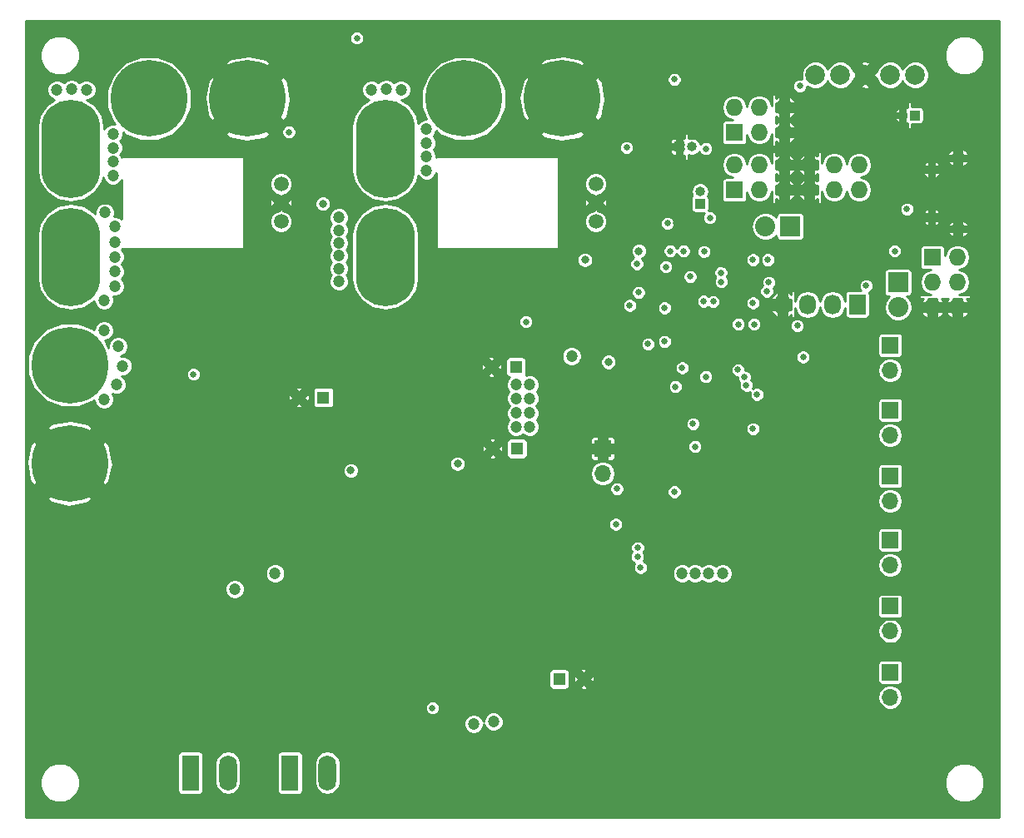
<source format=gbr>
%TF.GenerationSoftware,KiCad,Pcbnew,(5.0.0)*%
%TF.CreationDate,2019-05-29T21:43:56+03:00*%
%TF.ProjectId,Telemetry,54656C656D657472792E6B696361645F,0.1*%
%TF.SameCoordinates,Original*%
%TF.FileFunction,Copper,L2,Inr,Plane*%
%TF.FilePolarity,Positive*%
%FSLAX46Y46*%
G04 Gerber Fmt 4.6, Leading zero omitted, Abs format (unit mm)*
G04 Created by KiCad (PCBNEW (5.0.0)) date 05/29/19 21:43:56*
%MOMM*%
%LPD*%
G01*
G04 APERTURE LIST*
%ADD10O,1.550000X1.000000*%
%ADD11O,0.950000X1.250000*%
%ADD12C,7.800000*%
%ADD13R,1.000000X1.000000*%
%ADD14O,1.000000X1.000000*%
%ADD15C,1.300000*%
%ADD16R,1.300000X1.300000*%
%ADD17R,2.032000X2.032000*%
%ADD18O,2.032000X2.032000*%
%ADD19O,1.700000X1.700000*%
%ADD20R,1.700000X1.700000*%
%ADD21R,1.800000X3.600000*%
%ADD22O,1.800000X3.600000*%
%ADD23C,1.500000*%
%ADD24O,6.000000X10.000000*%
%ADD25O,1.727200X1.727200*%
%ADD26R,1.727200X1.727200*%
%ADD27O,1.727200X2.032000*%
%ADD28R,1.727200X2.032000*%
%ADD29C,1.998980*%
%ADD30C,1.200000*%
%ADD31C,0.800000*%
%ADD32C,0.650000*%
%ADD33C,0.220000*%
G04 APERTURE END LIST*
D10*
X155350000Y-52425000D03*
X155350000Y-59675000D03*
D11*
X152670000Y-53625000D03*
X152670000Y-58475000D03*
D12*
X115100000Y-46400000D03*
X105100000Y-46400000D03*
X83100000Y-46400000D03*
X73100000Y-46400000D03*
X65000000Y-73500000D03*
X65000000Y-83500000D03*
D13*
X129100000Y-57100000D03*
D14*
X129100000Y-55830000D03*
D15*
X117300000Y-105450000D03*
D16*
X114800000Y-105450000D03*
D13*
X127000000Y-51300000D03*
D14*
X128270000Y-51300000D03*
D17*
X138300000Y-59400000D03*
D18*
X135760000Y-59400000D03*
X149250000Y-67640000D03*
D17*
X149250000Y-65100000D03*
D19*
X148450000Y-107290000D03*
D20*
X148450000Y-104750000D03*
D19*
X148450000Y-100590000D03*
D20*
X148450000Y-98050000D03*
D19*
X148450000Y-93850000D03*
D20*
X148450000Y-91310000D03*
D21*
X77300000Y-115000000D03*
D22*
X81110000Y-115000000D03*
D20*
X148450000Y-84800000D03*
D19*
X148450000Y-87340000D03*
D20*
X148450000Y-78100000D03*
D19*
X148450000Y-80640000D03*
D20*
X148450000Y-71500000D03*
D19*
X148450000Y-74040000D03*
D23*
X118500000Y-58910000D03*
X118500000Y-55090000D03*
X118500000Y-57000000D03*
D24*
X97100000Y-51500000D03*
X97100000Y-62500000D03*
D23*
X86500000Y-58910000D03*
X86500000Y-55090000D03*
X86500000Y-57000000D03*
D24*
X65100000Y-51500000D03*
X65100000Y-62500000D03*
D22*
X91210000Y-115000000D03*
D21*
X87400000Y-115000000D03*
D25*
X137680000Y-47310000D03*
X137680000Y-49850000D03*
X135140000Y-47310000D03*
X135140000Y-49850000D03*
X132600000Y-47310000D03*
D26*
X132600000Y-49850000D03*
D16*
X110500000Y-82000000D03*
D15*
X108000000Y-82000000D03*
D16*
X110400000Y-73700000D03*
D15*
X107900000Y-73700000D03*
X88300000Y-76800000D03*
D16*
X90800000Y-76800000D03*
D25*
X155290000Y-67630000D03*
X152750000Y-67630000D03*
X155290000Y-65090000D03*
X152750000Y-65090000D03*
X155290000Y-62550000D03*
D26*
X152750000Y-62550000D03*
D27*
X137480000Y-67350000D03*
X140020000Y-67350000D03*
X142560000Y-67350000D03*
D28*
X145100000Y-67350000D03*
D26*
X132600000Y-55700000D03*
D25*
X132600000Y-53160000D03*
X135140000Y-55700000D03*
X135140000Y-53160000D03*
X137680000Y-55700000D03*
X137680000Y-53160000D03*
X140220000Y-55700000D03*
X140220000Y-53160000D03*
X142760000Y-55700000D03*
X142760000Y-53160000D03*
X145300000Y-55700000D03*
X145300000Y-53160000D03*
D20*
X119200000Y-82000000D03*
D19*
X119200000Y-84540000D03*
D29*
X140840000Y-44000000D03*
X143380000Y-44000000D03*
X148460000Y-44000000D03*
X151000000Y-44000000D03*
X145920000Y-44000000D03*
D13*
X150970000Y-48100000D03*
D14*
X149700000Y-48100000D03*
D30*
X99400000Y-78300000D03*
X99400000Y-70300000D03*
X104150000Y-74400000D03*
X94600000Y-74400000D03*
X94600000Y-78450000D03*
X94600000Y-70300000D03*
D31*
X116850000Y-77200000D03*
D30*
X104150000Y-70300000D03*
X104150000Y-78450000D03*
D32*
X131000000Y-70700000D03*
X131456193Y-63272459D03*
X141800000Y-62700000D03*
D31*
X126725003Y-59100000D03*
X86320000Y-86490000D03*
X84000000Y-81800000D03*
X72000000Y-78700000D03*
X70500000Y-77100000D03*
X74700000Y-70200000D03*
X85100000Y-70800000D03*
X90700000Y-73300000D03*
X93300000Y-101400000D03*
X74800000Y-109800000D03*
X61100000Y-79500000D03*
D30*
X140100000Y-88500000D03*
X140200000Y-94800000D03*
X139800000Y-101700000D03*
X139900000Y-108300000D03*
X143100000Y-102900000D03*
X143200000Y-96300000D03*
X143400000Y-89800000D03*
X143300000Y-82900000D03*
X139900000Y-81700000D03*
X143500000Y-76500000D03*
X140470000Y-76280000D03*
X145200000Y-75800000D03*
X145200000Y-82400000D03*
X145000000Y-89100000D03*
X145000000Y-95800000D03*
X145000000Y-102500000D03*
X145400000Y-109000000D03*
X143300000Y-109800000D03*
X82700000Y-98000000D03*
X73400000Y-97900000D03*
X85500000Y-103000000D03*
X75500000Y-103400000D03*
X81400000Y-101300000D03*
X80100000Y-101300000D03*
X78800000Y-101300000D03*
X88800000Y-101300000D03*
X90100000Y-101300000D03*
X91400000Y-101300000D03*
D32*
X124900000Y-98900000D03*
X133900000Y-81500000D03*
D30*
X112100000Y-108400000D03*
X103700000Y-106900000D03*
D31*
X123800000Y-95000000D03*
X123000000Y-95500000D03*
X120900000Y-101500000D03*
X120900000Y-102400000D03*
X121800000Y-101900000D03*
X108100000Y-104000000D03*
D32*
X123300000Y-101900000D03*
X124200000Y-74800000D03*
X121600000Y-79700000D03*
X130600000Y-87750000D03*
D30*
X130700000Y-110600000D03*
X130700000Y-108350000D03*
X126400000Y-108550000D03*
X126400000Y-110600000D03*
D32*
X121150000Y-88100000D03*
X89400000Y-40250000D03*
X91150000Y-44900000D03*
X89350000Y-48400000D03*
X91000000Y-52850000D03*
X89900000Y-54400000D03*
X123850000Y-47300000D03*
X121950000Y-42850000D03*
X123600000Y-54900000D03*
X122100000Y-56800000D03*
X121650000Y-48400000D03*
X123150000Y-41450000D03*
X117400000Y-67560000D03*
X118010000Y-68500000D03*
X122910916Y-65270984D03*
X129440000Y-75740000D03*
X125820000Y-93740000D03*
D30*
X105900000Y-70200000D03*
X105900000Y-74400000D03*
X105900000Y-78500000D03*
X105900000Y-77100000D03*
X105900000Y-75800000D03*
X105900000Y-73000000D03*
X105900000Y-71600000D03*
D32*
X125800000Y-59100000D03*
X129700000Y-51500000D03*
X133000000Y-69350000D03*
D30*
X127300000Y-94700000D03*
X128600000Y-94700000D03*
X130000000Y-94700000D03*
X131400000Y-94700000D03*
D32*
X136000000Y-62800000D03*
D31*
X119800000Y-73200000D03*
X117400000Y-62800000D03*
X122900000Y-61900000D03*
D32*
X128400000Y-79500000D03*
X139249861Y-45125000D03*
X121960000Y-67450000D03*
X122870000Y-66120000D03*
D30*
X92400000Y-58500000D03*
X85900000Y-94700000D03*
X81800000Y-96300000D03*
X108100000Y-109800000D03*
X106100000Y-110000000D03*
X69600000Y-62500000D03*
X69600000Y-61000000D03*
X69600000Y-59400000D03*
X69600000Y-64000000D03*
X68600000Y-58000000D03*
X69600000Y-65500000D03*
X68500000Y-66900000D03*
X92400000Y-62400000D03*
X92400000Y-61100000D03*
X92400000Y-59800000D03*
X92400000Y-63700000D03*
X92400000Y-65000000D03*
X68499999Y-70000001D03*
X68500000Y-77000000D03*
X70400000Y-73600000D03*
X69950000Y-71600000D03*
X69800000Y-75500000D03*
X110400000Y-75500000D03*
X110400000Y-76900000D03*
X110400000Y-78400000D03*
X110400000Y-79800000D03*
X111800000Y-79800000D03*
X111800000Y-78400000D03*
X111800000Y-76900000D03*
X111800000Y-75500000D03*
D32*
X123060135Y-94104774D03*
X77600000Y-74450000D03*
X111400000Y-69100000D03*
D31*
X90750000Y-57100000D03*
D30*
X116050000Y-72600000D03*
D32*
X94200000Y-40250000D03*
X126500000Y-44450000D03*
X126500000Y-86400000D03*
X131262902Y-65031998D03*
X128600000Y-81800000D03*
X127300000Y-73800000D03*
X129700000Y-74700000D03*
X135900000Y-66000000D03*
X139600000Y-72700000D03*
D30*
X65200000Y-45400000D03*
X66700000Y-45500000D03*
X63700000Y-45500000D03*
X69400000Y-51400000D03*
X69400000Y-52800000D03*
X69400000Y-54200000D03*
X69400000Y-50000000D03*
X101300000Y-52300000D03*
X101300000Y-49500000D03*
X101300000Y-53700000D03*
X101300000Y-50900000D03*
X95700000Y-45500000D03*
X98700000Y-45500000D03*
X97200000Y-45400000D03*
D32*
X126075000Y-61900000D03*
X133816699Y-75583496D03*
X130440380Y-67059620D03*
X136100000Y-65100000D03*
X134500000Y-62800000D03*
X132975000Y-74000000D03*
X128100000Y-64500000D03*
X133650000Y-74750000D03*
X127425000Y-61920000D03*
X134900000Y-76500000D03*
X129480760Y-67019240D03*
X87300000Y-49800000D03*
X125500000Y-67700000D03*
X121636330Y-51386330D03*
X125500000Y-71100000D03*
X101900000Y-108400000D03*
X150150000Y-57638360D03*
D31*
X93600000Y-84250000D03*
X104450000Y-83550000D03*
D32*
X126600000Y-75700000D03*
X131250000Y-64100000D03*
X122700000Y-63200000D03*
X123810000Y-71380000D03*
X120550000Y-89700000D03*
X120650000Y-86100000D03*
X125630000Y-63510000D03*
X122780000Y-92100000D03*
X129523619Y-61966381D03*
X122740000Y-93010000D03*
X134499990Y-79990000D03*
X130099625Y-58519341D03*
X134500000Y-67200000D03*
X134593948Y-69350000D03*
X139000000Y-69500000D03*
X146006859Y-65441157D03*
X148900000Y-61900000D03*
D33*
G36*
X159490001Y-119490000D02*
X60510000Y-119490000D01*
X60510000Y-115600186D01*
X61990000Y-115600186D01*
X61990000Y-116399814D01*
X62296004Y-117138573D01*
X62861427Y-117703996D01*
X63600186Y-118010000D01*
X64399814Y-118010000D01*
X65138573Y-117703996D01*
X65703996Y-117138573D01*
X66010000Y-116399814D01*
X66010000Y-115600186D01*
X65703996Y-114861427D01*
X65138573Y-114296004D01*
X64399814Y-113990000D01*
X63600186Y-113990000D01*
X62861427Y-114296004D01*
X62296004Y-114861427D01*
X61990000Y-115600186D01*
X60510000Y-115600186D01*
X60510000Y-113200000D01*
X75981968Y-113200000D01*
X75981968Y-116800000D01*
X76013789Y-116959974D01*
X76104407Y-117095593D01*
X76240026Y-117186211D01*
X76400000Y-117218032D01*
X78200000Y-117218032D01*
X78359974Y-117186211D01*
X78495593Y-117095593D01*
X78586211Y-116959974D01*
X78618032Y-116800000D01*
X78618032Y-113970979D01*
X79800000Y-113970979D01*
X79800001Y-116029022D01*
X79876008Y-116411136D01*
X80165544Y-116844457D01*
X80598865Y-117133993D01*
X81110000Y-117235664D01*
X81621136Y-117133993D01*
X82054457Y-116844457D01*
X82343993Y-116411136D01*
X82420000Y-116029022D01*
X82420000Y-113970978D01*
X82343993Y-113588864D01*
X82084163Y-113200000D01*
X86081968Y-113200000D01*
X86081968Y-116800000D01*
X86113789Y-116959974D01*
X86204407Y-117095593D01*
X86340026Y-117186211D01*
X86500000Y-117218032D01*
X88300000Y-117218032D01*
X88459974Y-117186211D01*
X88595593Y-117095593D01*
X88686211Y-116959974D01*
X88718032Y-116800000D01*
X88718032Y-113970979D01*
X89900000Y-113970979D01*
X89900001Y-116029022D01*
X89976008Y-116411136D01*
X90265544Y-116844457D01*
X90698865Y-117133993D01*
X91210000Y-117235664D01*
X91721136Y-117133993D01*
X92154457Y-116844457D01*
X92443993Y-116411136D01*
X92520000Y-116029022D01*
X92520000Y-115600186D01*
X153990000Y-115600186D01*
X153990000Y-116399814D01*
X154296004Y-117138573D01*
X154861427Y-117703996D01*
X155600186Y-118010000D01*
X156399814Y-118010000D01*
X157138573Y-117703996D01*
X157703996Y-117138573D01*
X158010000Y-116399814D01*
X158010000Y-115600186D01*
X157703996Y-114861427D01*
X157138573Y-114296004D01*
X156399814Y-113990000D01*
X155600186Y-113990000D01*
X154861427Y-114296004D01*
X154296004Y-114861427D01*
X153990000Y-115600186D01*
X92520000Y-115600186D01*
X92520000Y-113970978D01*
X92443993Y-113588864D01*
X92154457Y-113155543D01*
X91721135Y-112866007D01*
X91210000Y-112764336D01*
X90698864Y-112866007D01*
X90265543Y-113155543D01*
X89976007Y-113588865D01*
X89900000Y-113970979D01*
X88718032Y-113970979D01*
X88718032Y-113200000D01*
X88686211Y-113040026D01*
X88595593Y-112904407D01*
X88459974Y-112813789D01*
X88300000Y-112781968D01*
X86500000Y-112781968D01*
X86340026Y-112813789D01*
X86204407Y-112904407D01*
X86113789Y-113040026D01*
X86081968Y-113200000D01*
X82084163Y-113200000D01*
X82054457Y-113155543D01*
X81621135Y-112866007D01*
X81110000Y-112764336D01*
X80598864Y-112866007D01*
X80165543Y-113155543D01*
X79876007Y-113588865D01*
X79800000Y-113970979D01*
X78618032Y-113970979D01*
X78618032Y-113200000D01*
X78586211Y-113040026D01*
X78495593Y-112904407D01*
X78359974Y-112813789D01*
X78200000Y-112781968D01*
X76400000Y-112781968D01*
X76240026Y-112813789D01*
X76104407Y-112904407D01*
X76013789Y-113040026D01*
X75981968Y-113200000D01*
X60510000Y-113200000D01*
X60510000Y-109799099D01*
X105090000Y-109799099D01*
X105090000Y-110200901D01*
X105243763Y-110572119D01*
X105527881Y-110856237D01*
X105899099Y-111010000D01*
X106300901Y-111010000D01*
X106672119Y-110856237D01*
X106956237Y-110572119D01*
X107110000Y-110200901D01*
X107110000Y-110049185D01*
X107243763Y-110372119D01*
X107527881Y-110656237D01*
X107899099Y-110810000D01*
X108300901Y-110810000D01*
X108672119Y-110656237D01*
X108956237Y-110372119D01*
X109110000Y-110000901D01*
X109110000Y-109599099D01*
X108956237Y-109227881D01*
X108672119Y-108943763D01*
X108300901Y-108790000D01*
X107899099Y-108790000D01*
X107527881Y-108943763D01*
X107243763Y-109227881D01*
X107090000Y-109599099D01*
X107090000Y-109750815D01*
X106956237Y-109427881D01*
X106672119Y-109143763D01*
X106300901Y-108990000D01*
X105899099Y-108990000D01*
X105527881Y-109143763D01*
X105243763Y-109427881D01*
X105090000Y-109799099D01*
X60510000Y-109799099D01*
X60510000Y-108253799D01*
X101165000Y-108253799D01*
X101165000Y-108546201D01*
X101276897Y-108816344D01*
X101483656Y-109023103D01*
X101753799Y-109135000D01*
X102046201Y-109135000D01*
X102316344Y-109023103D01*
X102523103Y-108816344D01*
X102635000Y-108546201D01*
X102635000Y-108253799D01*
X102523103Y-107983656D01*
X102316344Y-107776897D01*
X102046201Y-107665000D01*
X101753799Y-107665000D01*
X101483656Y-107776897D01*
X101276897Y-107983656D01*
X101165000Y-108253799D01*
X60510000Y-108253799D01*
X60510000Y-107290000D01*
X147165316Y-107290000D01*
X147263107Y-107781627D01*
X147541591Y-108198409D01*
X147958373Y-108476893D01*
X148325906Y-108550000D01*
X148574094Y-108550000D01*
X148941627Y-108476893D01*
X149358409Y-108198409D01*
X149636893Y-107781627D01*
X149734684Y-107290000D01*
X149636893Y-106798373D01*
X149358409Y-106381591D01*
X148941627Y-106103107D01*
X148574094Y-106030000D01*
X148325906Y-106030000D01*
X147958373Y-106103107D01*
X147541591Y-106381591D01*
X147263107Y-106798373D01*
X147165316Y-107290000D01*
X60510000Y-107290000D01*
X60510000Y-104800000D01*
X113731968Y-104800000D01*
X113731968Y-106100000D01*
X113763789Y-106259974D01*
X113854407Y-106395593D01*
X113990026Y-106486211D01*
X114150000Y-106518032D01*
X115450000Y-106518032D01*
X115609974Y-106486211D01*
X115745593Y-106395593D01*
X115787911Y-106332259D01*
X116877360Y-106332259D01*
X116957074Y-106474920D01*
X117375398Y-106528135D01*
X117642926Y-106474920D01*
X117722640Y-106332259D01*
X117300000Y-105909619D01*
X116877360Y-106332259D01*
X115787911Y-106332259D01*
X115836211Y-106259974D01*
X115868032Y-106100000D01*
X115868032Y-105525398D01*
X116221865Y-105525398D01*
X116275080Y-105792926D01*
X116417741Y-105872640D01*
X116840381Y-105450000D01*
X117759619Y-105450000D01*
X118182259Y-105872640D01*
X118324920Y-105792926D01*
X118378135Y-105374602D01*
X118324920Y-105107074D01*
X118182259Y-105027360D01*
X117759619Y-105450000D01*
X116840381Y-105450000D01*
X116417741Y-105027360D01*
X116275080Y-105107074D01*
X116221865Y-105525398D01*
X115868032Y-105525398D01*
X115868032Y-104800000D01*
X115836211Y-104640026D01*
X115787912Y-104567741D01*
X116877360Y-104567741D01*
X117300000Y-104990381D01*
X117722640Y-104567741D01*
X117642926Y-104425080D01*
X117224602Y-104371865D01*
X116957074Y-104425080D01*
X116877360Y-104567741D01*
X115787912Y-104567741D01*
X115745593Y-104504407D01*
X115609974Y-104413789D01*
X115450000Y-104381968D01*
X114150000Y-104381968D01*
X113990026Y-104413789D01*
X113854407Y-104504407D01*
X113763789Y-104640026D01*
X113731968Y-104800000D01*
X60510000Y-104800000D01*
X60510000Y-103900000D01*
X147181968Y-103900000D01*
X147181968Y-105600000D01*
X147213789Y-105759974D01*
X147304407Y-105895593D01*
X147440026Y-105986211D01*
X147600000Y-106018032D01*
X149300000Y-106018032D01*
X149459974Y-105986211D01*
X149595593Y-105895593D01*
X149686211Y-105759974D01*
X149718032Y-105600000D01*
X149718032Y-103900000D01*
X149686211Y-103740026D01*
X149595593Y-103604407D01*
X149459974Y-103513789D01*
X149300000Y-103481968D01*
X147600000Y-103481968D01*
X147440026Y-103513789D01*
X147304407Y-103604407D01*
X147213789Y-103740026D01*
X147181968Y-103900000D01*
X60510000Y-103900000D01*
X60510000Y-100590000D01*
X147165316Y-100590000D01*
X147263107Y-101081627D01*
X147541591Y-101498409D01*
X147958373Y-101776893D01*
X148325906Y-101850000D01*
X148574094Y-101850000D01*
X148941627Y-101776893D01*
X149358409Y-101498409D01*
X149636893Y-101081627D01*
X149734684Y-100590000D01*
X149636893Y-100098373D01*
X149358409Y-99681591D01*
X148941627Y-99403107D01*
X148574094Y-99330000D01*
X148325906Y-99330000D01*
X147958373Y-99403107D01*
X147541591Y-99681591D01*
X147263107Y-100098373D01*
X147165316Y-100590000D01*
X60510000Y-100590000D01*
X60510000Y-96099099D01*
X80790000Y-96099099D01*
X80790000Y-96500901D01*
X80943763Y-96872119D01*
X81227881Y-97156237D01*
X81599099Y-97310000D01*
X82000901Y-97310000D01*
X82266465Y-97200000D01*
X147181968Y-97200000D01*
X147181968Y-98900000D01*
X147213789Y-99059974D01*
X147304407Y-99195593D01*
X147440026Y-99286211D01*
X147600000Y-99318032D01*
X149300000Y-99318032D01*
X149459974Y-99286211D01*
X149595593Y-99195593D01*
X149686211Y-99059974D01*
X149718032Y-98900000D01*
X149718032Y-97200000D01*
X149686211Y-97040026D01*
X149595593Y-96904407D01*
X149459974Y-96813789D01*
X149300000Y-96781968D01*
X147600000Y-96781968D01*
X147440026Y-96813789D01*
X147304407Y-96904407D01*
X147213789Y-97040026D01*
X147181968Y-97200000D01*
X82266465Y-97200000D01*
X82372119Y-97156237D01*
X82656237Y-96872119D01*
X82810000Y-96500901D01*
X82810000Y-96099099D01*
X82656237Y-95727881D01*
X82372119Y-95443763D01*
X82000901Y-95290000D01*
X81599099Y-95290000D01*
X81227881Y-95443763D01*
X80943763Y-95727881D01*
X80790000Y-96099099D01*
X60510000Y-96099099D01*
X60510000Y-94499099D01*
X84890000Y-94499099D01*
X84890000Y-94900901D01*
X85043763Y-95272119D01*
X85327881Y-95556237D01*
X85699099Y-95710000D01*
X86100901Y-95710000D01*
X86472119Y-95556237D01*
X86756237Y-95272119D01*
X86910000Y-94900901D01*
X86910000Y-94499099D01*
X86756237Y-94127881D01*
X86472119Y-93843763D01*
X86100901Y-93690000D01*
X85699099Y-93690000D01*
X85327881Y-93843763D01*
X85043763Y-94127881D01*
X84890000Y-94499099D01*
X60510000Y-94499099D01*
X60510000Y-92863799D01*
X122005000Y-92863799D01*
X122005000Y-93156201D01*
X122116897Y-93426344D01*
X122323656Y-93633103D01*
X122442947Y-93682515D01*
X122437032Y-93688430D01*
X122325135Y-93958573D01*
X122325135Y-94250975D01*
X122437032Y-94521118D01*
X122643791Y-94727877D01*
X122913934Y-94839774D01*
X123206336Y-94839774D01*
X123476479Y-94727877D01*
X123683238Y-94521118D01*
X123692358Y-94499099D01*
X126290000Y-94499099D01*
X126290000Y-94900901D01*
X126443763Y-95272119D01*
X126727881Y-95556237D01*
X127099099Y-95710000D01*
X127500901Y-95710000D01*
X127872119Y-95556237D01*
X127950000Y-95478356D01*
X128027881Y-95556237D01*
X128399099Y-95710000D01*
X128800901Y-95710000D01*
X129172119Y-95556237D01*
X129300000Y-95428356D01*
X129427881Y-95556237D01*
X129799099Y-95710000D01*
X130200901Y-95710000D01*
X130572119Y-95556237D01*
X130700000Y-95428356D01*
X130827881Y-95556237D01*
X131199099Y-95710000D01*
X131600901Y-95710000D01*
X131972119Y-95556237D01*
X132256237Y-95272119D01*
X132410000Y-94900901D01*
X132410000Y-94499099D01*
X132256237Y-94127881D01*
X131978356Y-93850000D01*
X147165316Y-93850000D01*
X147263107Y-94341627D01*
X147541591Y-94758409D01*
X147958373Y-95036893D01*
X148325906Y-95110000D01*
X148574094Y-95110000D01*
X148941627Y-95036893D01*
X149358409Y-94758409D01*
X149636893Y-94341627D01*
X149734684Y-93850000D01*
X149636893Y-93358373D01*
X149358409Y-92941591D01*
X148941627Y-92663107D01*
X148574094Y-92590000D01*
X148325906Y-92590000D01*
X147958373Y-92663107D01*
X147541591Y-92941591D01*
X147263107Y-93358373D01*
X147165316Y-93850000D01*
X131978356Y-93850000D01*
X131972119Y-93843763D01*
X131600901Y-93690000D01*
X131199099Y-93690000D01*
X130827881Y-93843763D01*
X130700000Y-93971644D01*
X130572119Y-93843763D01*
X130200901Y-93690000D01*
X129799099Y-93690000D01*
X129427881Y-93843763D01*
X129300000Y-93971644D01*
X129172119Y-93843763D01*
X128800901Y-93690000D01*
X128399099Y-93690000D01*
X128027881Y-93843763D01*
X127950000Y-93921644D01*
X127872119Y-93843763D01*
X127500901Y-93690000D01*
X127099099Y-93690000D01*
X126727881Y-93843763D01*
X126443763Y-94127881D01*
X126290000Y-94499099D01*
X123692358Y-94499099D01*
X123795135Y-94250975D01*
X123795135Y-93958573D01*
X123683238Y-93688430D01*
X123476479Y-93481671D01*
X123357188Y-93432259D01*
X123363103Y-93426344D01*
X123475000Y-93156201D01*
X123475000Y-92863799D01*
X123363103Y-92593656D01*
X123344447Y-92575000D01*
X123403103Y-92516344D01*
X123515000Y-92246201D01*
X123515000Y-91953799D01*
X123403103Y-91683656D01*
X123196344Y-91476897D01*
X122926201Y-91365000D01*
X122633799Y-91365000D01*
X122363656Y-91476897D01*
X122156897Y-91683656D01*
X122045000Y-91953799D01*
X122045000Y-92246201D01*
X122156897Y-92516344D01*
X122175553Y-92535000D01*
X122116897Y-92593656D01*
X122005000Y-92863799D01*
X60510000Y-92863799D01*
X60510000Y-90460000D01*
X147181968Y-90460000D01*
X147181968Y-92160000D01*
X147213789Y-92319974D01*
X147304407Y-92455593D01*
X147440026Y-92546211D01*
X147600000Y-92578032D01*
X149300000Y-92578032D01*
X149459974Y-92546211D01*
X149595593Y-92455593D01*
X149686211Y-92319974D01*
X149718032Y-92160000D01*
X149718032Y-90460000D01*
X149686211Y-90300026D01*
X149595593Y-90164407D01*
X149459974Y-90073789D01*
X149300000Y-90041968D01*
X147600000Y-90041968D01*
X147440026Y-90073789D01*
X147304407Y-90164407D01*
X147213789Y-90300026D01*
X147181968Y-90460000D01*
X60510000Y-90460000D01*
X60510000Y-89553799D01*
X119815000Y-89553799D01*
X119815000Y-89846201D01*
X119926897Y-90116344D01*
X120133656Y-90323103D01*
X120403799Y-90435000D01*
X120696201Y-90435000D01*
X120966344Y-90323103D01*
X121173103Y-90116344D01*
X121285000Y-89846201D01*
X121285000Y-89553799D01*
X121173103Y-89283656D01*
X120966344Y-89076897D01*
X120696201Y-88965000D01*
X120403799Y-88965000D01*
X120133656Y-89076897D01*
X119926897Y-89283656D01*
X119815000Y-89553799D01*
X60510000Y-89553799D01*
X60510000Y-87098216D01*
X62660434Y-87098216D01*
X63190568Y-87504628D01*
X64860807Y-87892233D01*
X66552238Y-87611161D01*
X66809432Y-87504628D01*
X67024176Y-87340000D01*
X147165316Y-87340000D01*
X147263107Y-87831627D01*
X147541591Y-88248409D01*
X147958373Y-88526893D01*
X148325906Y-88600000D01*
X148574094Y-88600000D01*
X148941627Y-88526893D01*
X149358409Y-88248409D01*
X149636893Y-87831627D01*
X149734684Y-87340000D01*
X149636893Y-86848373D01*
X149358409Y-86431591D01*
X148941627Y-86153107D01*
X148574094Y-86080000D01*
X148325906Y-86080000D01*
X147958373Y-86153107D01*
X147541591Y-86431591D01*
X147263107Y-86848373D01*
X147165316Y-87340000D01*
X67024176Y-87340000D01*
X67339566Y-87098216D01*
X66195149Y-85953799D01*
X119915000Y-85953799D01*
X119915000Y-86246201D01*
X120026897Y-86516344D01*
X120233656Y-86723103D01*
X120503799Y-86835000D01*
X120796201Y-86835000D01*
X121066344Y-86723103D01*
X121273103Y-86516344D01*
X121381852Y-86253799D01*
X125765000Y-86253799D01*
X125765000Y-86546201D01*
X125876897Y-86816344D01*
X126083656Y-87023103D01*
X126353799Y-87135000D01*
X126646201Y-87135000D01*
X126916344Y-87023103D01*
X127123103Y-86816344D01*
X127235000Y-86546201D01*
X127235000Y-86253799D01*
X127123103Y-85983656D01*
X126916344Y-85776897D01*
X126646201Y-85665000D01*
X126353799Y-85665000D01*
X126083656Y-85776897D01*
X125876897Y-85983656D01*
X125765000Y-86253799D01*
X121381852Y-86253799D01*
X121385000Y-86246201D01*
X121385000Y-85953799D01*
X121273103Y-85683656D01*
X121066344Y-85476897D01*
X120796201Y-85365000D01*
X120503799Y-85365000D01*
X120233656Y-85476897D01*
X120026897Y-85683656D01*
X119915000Y-85953799D01*
X66195149Y-85953799D01*
X65000000Y-84758650D01*
X62660434Y-87098216D01*
X60510000Y-87098216D01*
X60510000Y-83360807D01*
X60607767Y-83360807D01*
X60888839Y-85052238D01*
X60995372Y-85309432D01*
X61401784Y-85839566D01*
X63741350Y-83500000D01*
X66258650Y-83500000D01*
X68598216Y-85839566D01*
X69004628Y-85309432D01*
X69287875Y-84088881D01*
X92790000Y-84088881D01*
X92790000Y-84411119D01*
X92913315Y-84708828D01*
X93141172Y-84936685D01*
X93438881Y-85060000D01*
X93761119Y-85060000D01*
X94058828Y-84936685D01*
X94286685Y-84708828D01*
X94356615Y-84540000D01*
X117915316Y-84540000D01*
X118013107Y-85031627D01*
X118291591Y-85448409D01*
X118708373Y-85726893D01*
X119075906Y-85800000D01*
X119324094Y-85800000D01*
X119691627Y-85726893D01*
X120108409Y-85448409D01*
X120386893Y-85031627D01*
X120484684Y-84540000D01*
X120386893Y-84048373D01*
X120321163Y-83950000D01*
X147181968Y-83950000D01*
X147181968Y-85650000D01*
X147213789Y-85809974D01*
X147304407Y-85945593D01*
X147440026Y-86036211D01*
X147600000Y-86068032D01*
X149300000Y-86068032D01*
X149459974Y-86036211D01*
X149595593Y-85945593D01*
X149686211Y-85809974D01*
X149718032Y-85650000D01*
X149718032Y-83950000D01*
X149686211Y-83790026D01*
X149595593Y-83654407D01*
X149459974Y-83563789D01*
X149300000Y-83531968D01*
X147600000Y-83531968D01*
X147440026Y-83563789D01*
X147304407Y-83654407D01*
X147213789Y-83790026D01*
X147181968Y-83950000D01*
X120321163Y-83950000D01*
X120108409Y-83631591D01*
X119691627Y-83353107D01*
X119324094Y-83280000D01*
X119075906Y-83280000D01*
X118708373Y-83353107D01*
X118291591Y-83631591D01*
X118013107Y-84048373D01*
X117915316Y-84540000D01*
X94356615Y-84540000D01*
X94410000Y-84411119D01*
X94410000Y-84088881D01*
X94286685Y-83791172D01*
X94058828Y-83563315D01*
X93761119Y-83440000D01*
X93438881Y-83440000D01*
X93141172Y-83563315D01*
X92913315Y-83791172D01*
X92790000Y-84088881D01*
X69287875Y-84088881D01*
X69392233Y-83639193D01*
X69350638Y-83388881D01*
X103640000Y-83388881D01*
X103640000Y-83711119D01*
X103763315Y-84008828D01*
X103991172Y-84236685D01*
X104288881Y-84360000D01*
X104611119Y-84360000D01*
X104908828Y-84236685D01*
X105136685Y-84008828D01*
X105260000Y-83711119D01*
X105260000Y-83388881D01*
X105136685Y-83091172D01*
X104927772Y-82882259D01*
X107577360Y-82882259D01*
X107657074Y-83024920D01*
X108075398Y-83078135D01*
X108342926Y-83024920D01*
X108422640Y-82882259D01*
X108000000Y-82459619D01*
X107577360Y-82882259D01*
X104927772Y-82882259D01*
X104908828Y-82863315D01*
X104611119Y-82740000D01*
X104288881Y-82740000D01*
X103991172Y-82863315D01*
X103763315Y-83091172D01*
X103640000Y-83388881D01*
X69350638Y-83388881D01*
X69132371Y-82075398D01*
X106921865Y-82075398D01*
X106975080Y-82342926D01*
X107117741Y-82422640D01*
X107540381Y-82000000D01*
X108459619Y-82000000D01*
X108882259Y-82422640D01*
X109024920Y-82342926D01*
X109078135Y-81924602D01*
X109024920Y-81657074D01*
X108882259Y-81577360D01*
X108459619Y-82000000D01*
X107540381Y-82000000D01*
X107117741Y-81577360D01*
X106975080Y-81657074D01*
X106921865Y-82075398D01*
X69132371Y-82075398D01*
X69111161Y-81947762D01*
X69004628Y-81690568D01*
X68598216Y-81160434D01*
X66258650Y-83500000D01*
X63741350Y-83500000D01*
X61401784Y-81160434D01*
X60995372Y-81690568D01*
X60607767Y-83360807D01*
X60510000Y-83360807D01*
X60510000Y-79901784D01*
X62660434Y-79901784D01*
X65000000Y-82241350D01*
X66123609Y-81117741D01*
X107577360Y-81117741D01*
X108000000Y-81540381D01*
X108190381Y-81350000D01*
X109431968Y-81350000D01*
X109431968Y-82650000D01*
X109463789Y-82809974D01*
X109554407Y-82945593D01*
X109690026Y-83036211D01*
X109850000Y-83068032D01*
X111150000Y-83068032D01*
X111309974Y-83036211D01*
X111445593Y-82945593D01*
X111536211Y-82809974D01*
X111568032Y-82650000D01*
X111568032Y-82527500D01*
X117940000Y-82527500D01*
X117940000Y-82931554D01*
X118002419Y-83082246D01*
X118117754Y-83197581D01*
X118268446Y-83260000D01*
X118672500Y-83260000D01*
X118775000Y-83157500D01*
X118775000Y-82425000D01*
X119625000Y-82425000D01*
X119625000Y-83157500D01*
X119727500Y-83260000D01*
X120131554Y-83260000D01*
X120282246Y-83197581D01*
X120397581Y-83082246D01*
X120460000Y-82931554D01*
X120460000Y-82527500D01*
X120357500Y-82425000D01*
X119625000Y-82425000D01*
X118775000Y-82425000D01*
X118042500Y-82425000D01*
X117940000Y-82527500D01*
X111568032Y-82527500D01*
X111568032Y-81653799D01*
X127865000Y-81653799D01*
X127865000Y-81946201D01*
X127976897Y-82216344D01*
X128183656Y-82423103D01*
X128453799Y-82535000D01*
X128746201Y-82535000D01*
X129016344Y-82423103D01*
X129223103Y-82216344D01*
X129335000Y-81946201D01*
X129335000Y-81653799D01*
X129223103Y-81383656D01*
X129016344Y-81176897D01*
X128746201Y-81065000D01*
X128453799Y-81065000D01*
X128183656Y-81176897D01*
X127976897Y-81383656D01*
X127865000Y-81653799D01*
X111568032Y-81653799D01*
X111568032Y-81350000D01*
X111536211Y-81190026D01*
X111454974Y-81068446D01*
X117940000Y-81068446D01*
X117940000Y-81472500D01*
X118042500Y-81575000D01*
X118775000Y-81575000D01*
X118775000Y-80842500D01*
X119625000Y-80842500D01*
X119625000Y-81575000D01*
X120357500Y-81575000D01*
X120460000Y-81472500D01*
X120460000Y-81068446D01*
X120397581Y-80917754D01*
X120282246Y-80802419D01*
X120131554Y-80740000D01*
X119727500Y-80740000D01*
X119625000Y-80842500D01*
X118775000Y-80842500D01*
X118672500Y-80740000D01*
X118268446Y-80740000D01*
X118117754Y-80802419D01*
X118002419Y-80917754D01*
X117940000Y-81068446D01*
X111454974Y-81068446D01*
X111445593Y-81054407D01*
X111309974Y-80963789D01*
X111150000Y-80931968D01*
X109850000Y-80931968D01*
X109690026Y-80963789D01*
X109554407Y-81054407D01*
X109463789Y-81190026D01*
X109431968Y-81350000D01*
X108190381Y-81350000D01*
X108422640Y-81117741D01*
X108342926Y-80975080D01*
X107924602Y-80921865D01*
X107657074Y-80975080D01*
X107577360Y-81117741D01*
X66123609Y-81117741D01*
X67339566Y-79901784D01*
X66809432Y-79495372D01*
X65139193Y-79107767D01*
X63447762Y-79388839D01*
X63190568Y-79495372D01*
X62660434Y-79901784D01*
X60510000Y-79901784D01*
X60510000Y-72642688D01*
X60690000Y-72642688D01*
X60690000Y-74357312D01*
X61346158Y-75941419D01*
X62558581Y-77153842D01*
X64142688Y-77810000D01*
X65857312Y-77810000D01*
X67441419Y-77153842D01*
X67490000Y-77105261D01*
X67490000Y-77200901D01*
X67643763Y-77572119D01*
X67927881Y-77856237D01*
X68299099Y-78010000D01*
X68700901Y-78010000D01*
X69072119Y-77856237D01*
X69246097Y-77682259D01*
X87877360Y-77682259D01*
X87957074Y-77824920D01*
X88375398Y-77878135D01*
X88642926Y-77824920D01*
X88722640Y-77682259D01*
X88300000Y-77259619D01*
X87877360Y-77682259D01*
X69246097Y-77682259D01*
X69356237Y-77572119D01*
X69510000Y-77200901D01*
X69510000Y-76875398D01*
X87221865Y-76875398D01*
X87275080Y-77142926D01*
X87417741Y-77222640D01*
X87840381Y-76800000D01*
X88759619Y-76800000D01*
X89182259Y-77222640D01*
X89324920Y-77142926D01*
X89378135Y-76724602D01*
X89324920Y-76457074D01*
X89182259Y-76377360D01*
X88759619Y-76800000D01*
X87840381Y-76800000D01*
X87417741Y-76377360D01*
X87275080Y-76457074D01*
X87221865Y-76875398D01*
X69510000Y-76875398D01*
X69510000Y-76799099D01*
X69356237Y-76427881D01*
X69324694Y-76396338D01*
X69599099Y-76510000D01*
X70000901Y-76510000D01*
X70372119Y-76356237D01*
X70656237Y-76072119D01*
X70720182Y-75917741D01*
X87877360Y-75917741D01*
X88300000Y-76340381D01*
X88490381Y-76150000D01*
X89731968Y-76150000D01*
X89731968Y-77450000D01*
X89763789Y-77609974D01*
X89854407Y-77745593D01*
X89990026Y-77836211D01*
X90150000Y-77868032D01*
X91450000Y-77868032D01*
X91609974Y-77836211D01*
X91745593Y-77745593D01*
X91836211Y-77609974D01*
X91868032Y-77450000D01*
X91868032Y-76150000D01*
X91836211Y-75990026D01*
X91745593Y-75854407D01*
X91609974Y-75763789D01*
X91450000Y-75731968D01*
X90150000Y-75731968D01*
X89990026Y-75763789D01*
X89854407Y-75854407D01*
X89763789Y-75990026D01*
X89731968Y-76150000D01*
X88490381Y-76150000D01*
X88722640Y-75917741D01*
X88642926Y-75775080D01*
X88224602Y-75721865D01*
X87957074Y-75775080D01*
X87877360Y-75917741D01*
X70720182Y-75917741D01*
X70810000Y-75700901D01*
X70810000Y-75299099D01*
X70656237Y-74927881D01*
X70372119Y-74643763D01*
X70290608Y-74610000D01*
X70600901Y-74610000D01*
X70972119Y-74456237D01*
X71124557Y-74303799D01*
X76865000Y-74303799D01*
X76865000Y-74596201D01*
X76976897Y-74866344D01*
X77183656Y-75073103D01*
X77453799Y-75185000D01*
X77746201Y-75185000D01*
X78016344Y-75073103D01*
X78223103Y-74866344D01*
X78335000Y-74596201D01*
X78335000Y-74582259D01*
X107477360Y-74582259D01*
X107557074Y-74724920D01*
X107975398Y-74778135D01*
X108242926Y-74724920D01*
X108322640Y-74582259D01*
X107900000Y-74159619D01*
X107477360Y-74582259D01*
X78335000Y-74582259D01*
X78335000Y-74303799D01*
X78223103Y-74033656D01*
X78016344Y-73826897D01*
X77892015Y-73775398D01*
X106821865Y-73775398D01*
X106875080Y-74042926D01*
X107017741Y-74122640D01*
X107440381Y-73700000D01*
X108359619Y-73700000D01*
X108782259Y-74122640D01*
X108924920Y-74042926D01*
X108978135Y-73624602D01*
X108924920Y-73357074D01*
X108782259Y-73277360D01*
X108359619Y-73700000D01*
X107440381Y-73700000D01*
X107017741Y-73277360D01*
X106875080Y-73357074D01*
X106821865Y-73775398D01*
X77892015Y-73775398D01*
X77746201Y-73715000D01*
X77453799Y-73715000D01*
X77183656Y-73826897D01*
X76976897Y-74033656D01*
X76865000Y-74303799D01*
X71124557Y-74303799D01*
X71256237Y-74172119D01*
X71410000Y-73800901D01*
X71410000Y-73399099D01*
X71256237Y-73027881D01*
X71046097Y-72817741D01*
X107477360Y-72817741D01*
X107900000Y-73240381D01*
X108090381Y-73050000D01*
X109331968Y-73050000D01*
X109331968Y-74350000D01*
X109363789Y-74509974D01*
X109454407Y-74645593D01*
X109590026Y-74736211D01*
X109711308Y-74760336D01*
X109543763Y-74927881D01*
X109390000Y-75299099D01*
X109390000Y-75700901D01*
X109543763Y-76072119D01*
X109671644Y-76200000D01*
X109543763Y-76327881D01*
X109390000Y-76699099D01*
X109390000Y-77100901D01*
X109543763Y-77472119D01*
X109721644Y-77650000D01*
X109543763Y-77827881D01*
X109390000Y-78199099D01*
X109390000Y-78600901D01*
X109543763Y-78972119D01*
X109671644Y-79100000D01*
X109543763Y-79227881D01*
X109390000Y-79599099D01*
X109390000Y-80000901D01*
X109543763Y-80372119D01*
X109827881Y-80656237D01*
X110199099Y-80810000D01*
X110600901Y-80810000D01*
X110972119Y-80656237D01*
X111100000Y-80528356D01*
X111227881Y-80656237D01*
X111599099Y-80810000D01*
X112000901Y-80810000D01*
X112372119Y-80656237D01*
X112656237Y-80372119D01*
X112810000Y-80000901D01*
X112810000Y-79599099D01*
X112708394Y-79353799D01*
X127665000Y-79353799D01*
X127665000Y-79646201D01*
X127776897Y-79916344D01*
X127983656Y-80123103D01*
X128253799Y-80235000D01*
X128546201Y-80235000D01*
X128816344Y-80123103D01*
X129023103Y-79916344D01*
X129053152Y-79843799D01*
X133764990Y-79843799D01*
X133764990Y-80136201D01*
X133876887Y-80406344D01*
X134083646Y-80613103D01*
X134353789Y-80725000D01*
X134646191Y-80725000D01*
X134851398Y-80640000D01*
X147165316Y-80640000D01*
X147263107Y-81131627D01*
X147541591Y-81548409D01*
X147958373Y-81826893D01*
X148325906Y-81900000D01*
X148574094Y-81900000D01*
X148941627Y-81826893D01*
X149358409Y-81548409D01*
X149636893Y-81131627D01*
X149734684Y-80640000D01*
X149636893Y-80148373D01*
X149358409Y-79731591D01*
X148941627Y-79453107D01*
X148574094Y-79380000D01*
X148325906Y-79380000D01*
X147958373Y-79453107D01*
X147541591Y-79731591D01*
X147263107Y-80148373D01*
X147165316Y-80640000D01*
X134851398Y-80640000D01*
X134916334Y-80613103D01*
X135123093Y-80406344D01*
X135234990Y-80136201D01*
X135234990Y-79843799D01*
X135123093Y-79573656D01*
X134916334Y-79366897D01*
X134646191Y-79255000D01*
X134353789Y-79255000D01*
X134083646Y-79366897D01*
X133876887Y-79573656D01*
X133764990Y-79843799D01*
X129053152Y-79843799D01*
X129135000Y-79646201D01*
X129135000Y-79353799D01*
X129023103Y-79083656D01*
X128816344Y-78876897D01*
X128546201Y-78765000D01*
X128253799Y-78765000D01*
X127983656Y-78876897D01*
X127776897Y-79083656D01*
X127665000Y-79353799D01*
X112708394Y-79353799D01*
X112656237Y-79227881D01*
X112528356Y-79100000D01*
X112656237Y-78972119D01*
X112810000Y-78600901D01*
X112810000Y-78199099D01*
X112656237Y-77827881D01*
X112478356Y-77650000D01*
X112656237Y-77472119D01*
X112748241Y-77250000D01*
X147181968Y-77250000D01*
X147181968Y-78950000D01*
X147213789Y-79109974D01*
X147304407Y-79245593D01*
X147440026Y-79336211D01*
X147600000Y-79368032D01*
X149300000Y-79368032D01*
X149459974Y-79336211D01*
X149595593Y-79245593D01*
X149686211Y-79109974D01*
X149718032Y-78950000D01*
X149718032Y-77250000D01*
X149686211Y-77090026D01*
X149595593Y-76954407D01*
X149459974Y-76863789D01*
X149300000Y-76831968D01*
X147600000Y-76831968D01*
X147440026Y-76863789D01*
X147304407Y-76954407D01*
X147213789Y-77090026D01*
X147181968Y-77250000D01*
X112748241Y-77250000D01*
X112810000Y-77100901D01*
X112810000Y-76699099D01*
X112656237Y-76327881D01*
X112528356Y-76200000D01*
X112656237Y-76072119D01*
X112810000Y-75700901D01*
X112810000Y-75553799D01*
X125865000Y-75553799D01*
X125865000Y-75846201D01*
X125976897Y-76116344D01*
X126183656Y-76323103D01*
X126453799Y-76435000D01*
X126746201Y-76435000D01*
X127016344Y-76323103D01*
X127223103Y-76116344D01*
X127335000Y-75846201D01*
X127335000Y-75553799D01*
X127223103Y-75283656D01*
X127016344Y-75076897D01*
X126746201Y-74965000D01*
X126453799Y-74965000D01*
X126183656Y-75076897D01*
X125976897Y-75283656D01*
X125865000Y-75553799D01*
X112810000Y-75553799D01*
X112810000Y-75299099D01*
X112656237Y-74927881D01*
X112372119Y-74643763D01*
X112154926Y-74553799D01*
X128965000Y-74553799D01*
X128965000Y-74846201D01*
X129076897Y-75116344D01*
X129283656Y-75323103D01*
X129553799Y-75435000D01*
X129846201Y-75435000D01*
X130116344Y-75323103D01*
X130323103Y-75116344D01*
X130435000Y-74846201D01*
X130435000Y-74553799D01*
X130323103Y-74283656D01*
X130116344Y-74076897D01*
X129846201Y-73965000D01*
X129553799Y-73965000D01*
X129283656Y-74076897D01*
X129076897Y-74283656D01*
X128965000Y-74553799D01*
X112154926Y-74553799D01*
X112000901Y-74490000D01*
X111599099Y-74490000D01*
X111392330Y-74575646D01*
X111436211Y-74509974D01*
X111468032Y-74350000D01*
X111468032Y-73050000D01*
X111436211Y-72890026D01*
X111345593Y-72754407D01*
X111209974Y-72663789D01*
X111050000Y-72631968D01*
X109750000Y-72631968D01*
X109590026Y-72663789D01*
X109454407Y-72754407D01*
X109363789Y-72890026D01*
X109331968Y-73050000D01*
X108090381Y-73050000D01*
X108322640Y-72817741D01*
X108242926Y-72675080D01*
X107824602Y-72621865D01*
X107557074Y-72675080D01*
X107477360Y-72817741D01*
X71046097Y-72817741D01*
X70972119Y-72743763D01*
X70600901Y-72590000D01*
X70199185Y-72590000D01*
X70522119Y-72456237D01*
X70579257Y-72399099D01*
X115040000Y-72399099D01*
X115040000Y-72800901D01*
X115193763Y-73172119D01*
X115477881Y-73456237D01*
X115849099Y-73610000D01*
X116250901Y-73610000D01*
X116622119Y-73456237D01*
X116906237Y-73172119D01*
X116961425Y-73038881D01*
X118990000Y-73038881D01*
X118990000Y-73361119D01*
X119113315Y-73658828D01*
X119341172Y-73886685D01*
X119638881Y-74010000D01*
X119961119Y-74010000D01*
X120258828Y-73886685D01*
X120486685Y-73658828D01*
X120488768Y-73653799D01*
X126565000Y-73653799D01*
X126565000Y-73946201D01*
X126676897Y-74216344D01*
X126883656Y-74423103D01*
X127153799Y-74535000D01*
X127446201Y-74535000D01*
X127716344Y-74423103D01*
X127923103Y-74216344D01*
X128035000Y-73946201D01*
X128035000Y-73853799D01*
X132240000Y-73853799D01*
X132240000Y-74146201D01*
X132351897Y-74416344D01*
X132558656Y-74623103D01*
X132828799Y-74735000D01*
X132915000Y-74735000D01*
X132915000Y-74896201D01*
X133026897Y-75166344D01*
X133145008Y-75284455D01*
X133081699Y-75437295D01*
X133081699Y-75729697D01*
X133193596Y-75999840D01*
X133400355Y-76206599D01*
X133670498Y-76318496D01*
X133962900Y-76318496D01*
X134224508Y-76210134D01*
X134165000Y-76353799D01*
X134165000Y-76646201D01*
X134276897Y-76916344D01*
X134483656Y-77123103D01*
X134753799Y-77235000D01*
X135046201Y-77235000D01*
X135316344Y-77123103D01*
X135523103Y-76916344D01*
X135635000Y-76646201D01*
X135635000Y-76353799D01*
X135523103Y-76083656D01*
X135316344Y-75876897D01*
X135046201Y-75765000D01*
X134753799Y-75765000D01*
X134492191Y-75873362D01*
X134551699Y-75729697D01*
X134551699Y-75437295D01*
X134439802Y-75167152D01*
X134321691Y-75049041D01*
X134385000Y-74896201D01*
X134385000Y-74603799D01*
X134273103Y-74333656D01*
X134066344Y-74126897D01*
X133856557Y-74040000D01*
X147165316Y-74040000D01*
X147263107Y-74531627D01*
X147541591Y-74948409D01*
X147958373Y-75226893D01*
X148325906Y-75300000D01*
X148574094Y-75300000D01*
X148941627Y-75226893D01*
X149358409Y-74948409D01*
X149636893Y-74531627D01*
X149734684Y-74040000D01*
X149636893Y-73548373D01*
X149358409Y-73131591D01*
X148941627Y-72853107D01*
X148574094Y-72780000D01*
X148325906Y-72780000D01*
X147958373Y-72853107D01*
X147541591Y-73131591D01*
X147263107Y-73548373D01*
X147165316Y-74040000D01*
X133856557Y-74040000D01*
X133796201Y-74015000D01*
X133710000Y-74015000D01*
X133710000Y-73853799D01*
X133598103Y-73583656D01*
X133391344Y-73376897D01*
X133121201Y-73265000D01*
X132828799Y-73265000D01*
X132558656Y-73376897D01*
X132351897Y-73583656D01*
X132240000Y-73853799D01*
X128035000Y-73853799D01*
X128035000Y-73653799D01*
X127923103Y-73383656D01*
X127716344Y-73176897D01*
X127446201Y-73065000D01*
X127153799Y-73065000D01*
X126883656Y-73176897D01*
X126676897Y-73383656D01*
X126565000Y-73653799D01*
X120488768Y-73653799D01*
X120610000Y-73361119D01*
X120610000Y-73038881D01*
X120486685Y-72741172D01*
X120299312Y-72553799D01*
X138865000Y-72553799D01*
X138865000Y-72846201D01*
X138976897Y-73116344D01*
X139183656Y-73323103D01*
X139453799Y-73435000D01*
X139746201Y-73435000D01*
X140016344Y-73323103D01*
X140223103Y-73116344D01*
X140335000Y-72846201D01*
X140335000Y-72553799D01*
X140223103Y-72283656D01*
X140016344Y-72076897D01*
X139746201Y-71965000D01*
X139453799Y-71965000D01*
X139183656Y-72076897D01*
X138976897Y-72283656D01*
X138865000Y-72553799D01*
X120299312Y-72553799D01*
X120258828Y-72513315D01*
X119961119Y-72390000D01*
X119638881Y-72390000D01*
X119341172Y-72513315D01*
X119113315Y-72741172D01*
X118990000Y-73038881D01*
X116961425Y-73038881D01*
X117060000Y-72800901D01*
X117060000Y-72399099D01*
X116906237Y-72027881D01*
X116622119Y-71743763D01*
X116250901Y-71590000D01*
X115849099Y-71590000D01*
X115477881Y-71743763D01*
X115193763Y-72027881D01*
X115040000Y-72399099D01*
X70579257Y-72399099D01*
X70806237Y-72172119D01*
X70960000Y-71800901D01*
X70960000Y-71399099D01*
X70891531Y-71233799D01*
X123075000Y-71233799D01*
X123075000Y-71526201D01*
X123186897Y-71796344D01*
X123393656Y-72003103D01*
X123663799Y-72115000D01*
X123956201Y-72115000D01*
X124226344Y-72003103D01*
X124433103Y-71796344D01*
X124545000Y-71526201D01*
X124545000Y-71233799D01*
X124433103Y-70963656D01*
X124423246Y-70953799D01*
X124765000Y-70953799D01*
X124765000Y-71246201D01*
X124876897Y-71516344D01*
X125083656Y-71723103D01*
X125353799Y-71835000D01*
X125646201Y-71835000D01*
X125916344Y-71723103D01*
X126123103Y-71516344D01*
X126235000Y-71246201D01*
X126235000Y-70953799D01*
X126123103Y-70683656D01*
X126089447Y-70650000D01*
X147181968Y-70650000D01*
X147181968Y-72350000D01*
X147213789Y-72509974D01*
X147304407Y-72645593D01*
X147440026Y-72736211D01*
X147600000Y-72768032D01*
X149300000Y-72768032D01*
X149459974Y-72736211D01*
X149595593Y-72645593D01*
X149686211Y-72509974D01*
X149718032Y-72350000D01*
X149718032Y-70650000D01*
X149686211Y-70490026D01*
X149595593Y-70354407D01*
X149459974Y-70263789D01*
X149300000Y-70231968D01*
X147600000Y-70231968D01*
X147440026Y-70263789D01*
X147304407Y-70354407D01*
X147213789Y-70490026D01*
X147181968Y-70650000D01*
X126089447Y-70650000D01*
X125916344Y-70476897D01*
X125646201Y-70365000D01*
X125353799Y-70365000D01*
X125083656Y-70476897D01*
X124876897Y-70683656D01*
X124765000Y-70953799D01*
X124423246Y-70953799D01*
X124226344Y-70756897D01*
X123956201Y-70645000D01*
X123663799Y-70645000D01*
X123393656Y-70756897D01*
X123186897Y-70963656D01*
X123075000Y-71233799D01*
X70891531Y-71233799D01*
X70806237Y-71027881D01*
X70522119Y-70743763D01*
X70150901Y-70590000D01*
X69749099Y-70590000D01*
X69377881Y-70743763D01*
X69093763Y-71027881D01*
X68940000Y-71399099D01*
X68940000Y-71749428D01*
X68653842Y-71058581D01*
X68605262Y-71010001D01*
X68700900Y-71010001D01*
X69072118Y-70856238D01*
X69356236Y-70572120D01*
X69509999Y-70200902D01*
X69509999Y-69799100D01*
X69356236Y-69427882D01*
X69072118Y-69143764D01*
X68700900Y-68990001D01*
X68299098Y-68990001D01*
X67927880Y-69143764D01*
X67643762Y-69427882D01*
X67489999Y-69799100D01*
X67489999Y-69894738D01*
X67441419Y-69846158D01*
X65857312Y-69190000D01*
X64142688Y-69190000D01*
X62558581Y-69846158D01*
X61346158Y-71058581D01*
X60690000Y-72642688D01*
X60510000Y-72642688D01*
X60510000Y-68953799D01*
X110665000Y-68953799D01*
X110665000Y-69246201D01*
X110776897Y-69516344D01*
X110983656Y-69723103D01*
X111253799Y-69835000D01*
X111546201Y-69835000D01*
X111816344Y-69723103D01*
X112023103Y-69516344D01*
X112135000Y-69246201D01*
X112135000Y-69203799D01*
X132265000Y-69203799D01*
X132265000Y-69496201D01*
X132376897Y-69766344D01*
X132583656Y-69973103D01*
X132853799Y-70085000D01*
X133146201Y-70085000D01*
X133416344Y-69973103D01*
X133623103Y-69766344D01*
X133735000Y-69496201D01*
X133735000Y-69203799D01*
X133858948Y-69203799D01*
X133858948Y-69496201D01*
X133970845Y-69766344D01*
X134177604Y-69973103D01*
X134447747Y-70085000D01*
X134740149Y-70085000D01*
X135010292Y-69973103D01*
X135217051Y-69766344D01*
X135328948Y-69496201D01*
X135328948Y-69353799D01*
X138265000Y-69353799D01*
X138265000Y-69646201D01*
X138376897Y-69916344D01*
X138583656Y-70123103D01*
X138853799Y-70235000D01*
X139146201Y-70235000D01*
X139416344Y-70123103D01*
X139623103Y-69916344D01*
X139735000Y-69646201D01*
X139735000Y-69353799D01*
X139623103Y-69083656D01*
X139416344Y-68876897D01*
X139146201Y-68765000D01*
X138853799Y-68765000D01*
X138583656Y-68876897D01*
X138376897Y-69083656D01*
X138265000Y-69353799D01*
X135328948Y-69353799D01*
X135328948Y-69203799D01*
X135217051Y-68933656D01*
X135010292Y-68726897D01*
X134740149Y-68615000D01*
X134447747Y-68615000D01*
X134177604Y-68726897D01*
X133970845Y-68933656D01*
X133858948Y-69203799D01*
X133735000Y-69203799D01*
X133623103Y-68933656D01*
X133416344Y-68726897D01*
X133146201Y-68615000D01*
X132853799Y-68615000D01*
X132583656Y-68726897D01*
X132376897Y-68933656D01*
X132265000Y-69203799D01*
X112135000Y-69203799D01*
X112135000Y-68953799D01*
X112023103Y-68683656D01*
X111816344Y-68476897D01*
X111546201Y-68365000D01*
X111253799Y-68365000D01*
X110983656Y-68476897D01*
X110776897Y-68683656D01*
X110665000Y-68953799D01*
X60510000Y-68953799D01*
X60510000Y-49164149D01*
X61690000Y-49164149D01*
X61690001Y-53835852D01*
X61887852Y-54830516D01*
X62641529Y-55958472D01*
X63769485Y-56712149D01*
X65100000Y-56976805D01*
X66430516Y-56712149D01*
X67558472Y-55958472D01*
X68312149Y-54830516D01*
X68395138Y-54413304D01*
X68543763Y-54772119D01*
X68827881Y-55056237D01*
X69199099Y-55210000D01*
X69600901Y-55210000D01*
X69972119Y-55056237D01*
X70256237Y-54772119D01*
X70290000Y-54690608D01*
X70290000Y-58661644D01*
X70172119Y-58543763D01*
X69800901Y-58390000D01*
X69531673Y-58390000D01*
X69610000Y-58200901D01*
X69610000Y-57799099D01*
X69456237Y-57427881D01*
X69172119Y-57143763D01*
X68800901Y-56990000D01*
X68399099Y-56990000D01*
X68027881Y-57143763D01*
X67743763Y-57427881D01*
X67590000Y-57799099D01*
X67590000Y-58088713D01*
X67558472Y-58041528D01*
X66430515Y-57287851D01*
X65100000Y-57023195D01*
X63769484Y-57287851D01*
X62641528Y-58041528D01*
X61887851Y-59169485D01*
X61690000Y-60164149D01*
X61690001Y-64835852D01*
X61887852Y-65830516D01*
X62641529Y-66958472D01*
X63769485Y-67712149D01*
X65100000Y-67976805D01*
X66430516Y-67712149D01*
X67490000Y-67004224D01*
X67490000Y-67100901D01*
X67643763Y-67472119D01*
X67927881Y-67756237D01*
X68299099Y-67910000D01*
X68700901Y-67910000D01*
X69072119Y-67756237D01*
X69356237Y-67472119D01*
X69510000Y-67100901D01*
X69510000Y-66699099D01*
X69431673Y-66510000D01*
X69800901Y-66510000D01*
X70172119Y-66356237D01*
X70456237Y-66072119D01*
X70610000Y-65700901D01*
X70610000Y-65299099D01*
X70456237Y-64927881D01*
X70278356Y-64750000D01*
X70456237Y-64572119D01*
X70610000Y-64200901D01*
X70610000Y-63799099D01*
X70456237Y-63427881D01*
X70278356Y-63250000D01*
X70456237Y-63072119D01*
X70610000Y-62700901D01*
X70610000Y-62299099D01*
X70456237Y-61927881D01*
X70278356Y-61750000D01*
X70339216Y-61689140D01*
X70357905Y-61701627D01*
X70400000Y-61710000D01*
X82600000Y-61710000D01*
X82642095Y-61701627D01*
X82677782Y-61677782D01*
X82701627Y-61642095D01*
X82710000Y-61600000D01*
X82710000Y-58679262D01*
X85340000Y-58679262D01*
X85340000Y-59140738D01*
X85516599Y-59567087D01*
X85842913Y-59893401D01*
X86269262Y-60070000D01*
X86730738Y-60070000D01*
X87157087Y-59893401D01*
X87483401Y-59567087D01*
X87660000Y-59140738D01*
X87660000Y-58679262D01*
X87502532Y-58299099D01*
X91390000Y-58299099D01*
X91390000Y-58700901D01*
X91543763Y-59072119D01*
X91621644Y-59150000D01*
X91543763Y-59227881D01*
X91390000Y-59599099D01*
X91390000Y-60000901D01*
X91543763Y-60372119D01*
X91621644Y-60450000D01*
X91543763Y-60527881D01*
X91390000Y-60899099D01*
X91390000Y-61300901D01*
X91543763Y-61672119D01*
X91621644Y-61750000D01*
X91543763Y-61827881D01*
X91390000Y-62199099D01*
X91390000Y-62600901D01*
X91543763Y-62972119D01*
X91621644Y-63050000D01*
X91543763Y-63127881D01*
X91390000Y-63499099D01*
X91390000Y-63900901D01*
X91543763Y-64272119D01*
X91621644Y-64350000D01*
X91543763Y-64427881D01*
X91390000Y-64799099D01*
X91390000Y-65200901D01*
X91543763Y-65572119D01*
X91827881Y-65856237D01*
X92199099Y-66010000D01*
X92600901Y-66010000D01*
X92972119Y-65856237D01*
X93256237Y-65572119D01*
X93410000Y-65200901D01*
X93410000Y-64799099D01*
X93256237Y-64427881D01*
X93178356Y-64350000D01*
X93256237Y-64272119D01*
X93410000Y-63900901D01*
X93410000Y-63499099D01*
X93256237Y-63127881D01*
X93178356Y-63050000D01*
X93256237Y-62972119D01*
X93410000Y-62600901D01*
X93410000Y-62199099D01*
X93256237Y-61827881D01*
X93178356Y-61750000D01*
X93256237Y-61672119D01*
X93410000Y-61300901D01*
X93410000Y-60899099D01*
X93256237Y-60527881D01*
X93178356Y-60450000D01*
X93256237Y-60372119D01*
X93342380Y-60164149D01*
X93690000Y-60164149D01*
X93690001Y-64835852D01*
X93887852Y-65830516D01*
X94641529Y-66958472D01*
X95769485Y-67712149D01*
X97100000Y-67976805D01*
X98430516Y-67712149D01*
X99041654Y-67303799D01*
X121225000Y-67303799D01*
X121225000Y-67596201D01*
X121336897Y-67866344D01*
X121543656Y-68073103D01*
X121813799Y-68185000D01*
X122106201Y-68185000D01*
X122376344Y-68073103D01*
X122583103Y-67866344D01*
X122695000Y-67596201D01*
X122695000Y-67553799D01*
X124765000Y-67553799D01*
X124765000Y-67846201D01*
X124876897Y-68116344D01*
X125083656Y-68323103D01*
X125353799Y-68435000D01*
X125646201Y-68435000D01*
X125916344Y-68323103D01*
X126123103Y-68116344D01*
X126154128Y-68041441D01*
X136349788Y-68041441D01*
X136642102Y-68432922D01*
X136866081Y-68618268D01*
X137048200Y-68590988D01*
X137048200Y-67858000D01*
X136381878Y-67858000D01*
X136349788Y-68041441D01*
X126154128Y-68041441D01*
X126235000Y-67846201D01*
X126235000Y-67553799D01*
X126123103Y-67283656D01*
X125916344Y-67076897D01*
X125646201Y-66965000D01*
X125353799Y-66965000D01*
X125083656Y-67076897D01*
X124876897Y-67283656D01*
X124765000Y-67553799D01*
X122695000Y-67553799D01*
X122695000Y-67303799D01*
X122583103Y-67033656D01*
X122422486Y-66873039D01*
X128745760Y-66873039D01*
X128745760Y-67165441D01*
X128857657Y-67435584D01*
X129064416Y-67642343D01*
X129334559Y-67754240D01*
X129626961Y-67754240D01*
X129897104Y-67642343D01*
X129940380Y-67599067D01*
X130024036Y-67682723D01*
X130294179Y-67794620D01*
X130586581Y-67794620D01*
X130856724Y-67682723D01*
X131063483Y-67475964D01*
X131175380Y-67205821D01*
X131175380Y-67053799D01*
X133765000Y-67053799D01*
X133765000Y-67346201D01*
X133876897Y-67616344D01*
X134083656Y-67823103D01*
X134353799Y-67935000D01*
X134646201Y-67935000D01*
X134916344Y-67823103D01*
X135123103Y-67616344D01*
X135235000Y-67346201D01*
X135235000Y-67053799D01*
X135123103Y-66783656D01*
X134916344Y-66576897D01*
X134646201Y-66465000D01*
X134353799Y-66465000D01*
X134083656Y-66576897D01*
X133876897Y-66783656D01*
X133765000Y-67053799D01*
X131175380Y-67053799D01*
X131175380Y-66913419D01*
X131063483Y-66643276D01*
X130856724Y-66436517D01*
X130586581Y-66324620D01*
X130294179Y-66324620D01*
X130024036Y-66436517D01*
X129980760Y-66479793D01*
X129897104Y-66396137D01*
X129626961Y-66284240D01*
X129334559Y-66284240D01*
X129064416Y-66396137D01*
X128857657Y-66602896D01*
X128745760Y-66873039D01*
X122422486Y-66873039D01*
X122376344Y-66826897D01*
X122106201Y-66715000D01*
X121813799Y-66715000D01*
X121543656Y-66826897D01*
X121336897Y-67033656D01*
X121225000Y-67303799D01*
X99041654Y-67303799D01*
X99558472Y-66958472D01*
X100216410Y-65973799D01*
X122135000Y-65973799D01*
X122135000Y-66266201D01*
X122246897Y-66536344D01*
X122453656Y-66743103D01*
X122723799Y-66855000D01*
X123016201Y-66855000D01*
X123286344Y-66743103D01*
X123493103Y-66536344D01*
X123605000Y-66266201D01*
X123605000Y-65973799D01*
X123555295Y-65853799D01*
X135165000Y-65853799D01*
X135165000Y-66146201D01*
X135276897Y-66416344D01*
X135483656Y-66623103D01*
X135753799Y-66735000D01*
X136046201Y-66735000D01*
X136230745Y-66658559D01*
X136349788Y-66658559D01*
X136381878Y-66842000D01*
X137048200Y-66842000D01*
X137048200Y-66109012D01*
X137911800Y-66109012D01*
X137911800Y-66842000D01*
X138343600Y-66842000D01*
X138343600Y-67858000D01*
X137911800Y-67858000D01*
X137911800Y-68590988D01*
X138093919Y-68618268D01*
X138317898Y-68432922D01*
X138343600Y-68398501D01*
X138343600Y-68740002D01*
X138753600Y-68740002D01*
X138753600Y-67664034D01*
X138820295Y-67999333D01*
X139101786Y-68420614D01*
X139523066Y-68702105D01*
X140020000Y-68800951D01*
X140516933Y-68702105D01*
X140938214Y-68420614D01*
X141219705Y-67999334D01*
X141290000Y-67645936D01*
X141360295Y-67999333D01*
X141641786Y-68420614D01*
X142063066Y-68702105D01*
X142560000Y-68800951D01*
X143056933Y-68702105D01*
X143478214Y-68420614D01*
X143759705Y-67999334D01*
X143818368Y-67704415D01*
X143818368Y-68366000D01*
X143850189Y-68525974D01*
X143940807Y-68661593D01*
X144076426Y-68752211D01*
X144236400Y-68784032D01*
X145963600Y-68784032D01*
X146123574Y-68752211D01*
X146259193Y-68661593D01*
X146349811Y-68525974D01*
X146381632Y-68366000D01*
X146381632Y-67640000D01*
X147796064Y-67640000D01*
X147906738Y-68196397D01*
X148221912Y-68668088D01*
X148693603Y-68983262D01*
X149109556Y-69066000D01*
X149390444Y-69066000D01*
X149806397Y-68983262D01*
X150278088Y-68668088D01*
X150561508Y-68243919D01*
X151634132Y-68243919D01*
X151755768Y-68426026D01*
X152136075Y-68745908D01*
X152318200Y-68725708D01*
X152318200Y-68061800D01*
X153181800Y-68061800D01*
X153181800Y-68725708D01*
X153363925Y-68745908D01*
X153744232Y-68426026D01*
X153865868Y-68243919D01*
X154174132Y-68243919D01*
X154295768Y-68426026D01*
X154676075Y-68745908D01*
X154858200Y-68725708D01*
X154858200Y-68061800D01*
X155721800Y-68061800D01*
X155721800Y-68725708D01*
X155903925Y-68745908D01*
X156284232Y-68426026D01*
X156405868Y-68243919D01*
X156378588Y-68061800D01*
X155721800Y-68061800D01*
X154858200Y-68061800D01*
X154201412Y-68061800D01*
X154174132Y-68243919D01*
X153865868Y-68243919D01*
X153838588Y-68061800D01*
X153181800Y-68061800D01*
X152318200Y-68061800D01*
X151661412Y-68061800D01*
X151634132Y-68243919D01*
X150561508Y-68243919D01*
X150593262Y-68196397D01*
X150703936Y-67640000D01*
X150593262Y-67083603D01*
X150278088Y-66611912D01*
X150161532Y-66534032D01*
X150266000Y-66534032D01*
X150425974Y-66502211D01*
X150561593Y-66411593D01*
X150598471Y-66356400D01*
X151359998Y-66356400D01*
X151359998Y-66766400D01*
X151836107Y-66766400D01*
X151755768Y-66833974D01*
X151634132Y-67016081D01*
X151661412Y-67198200D01*
X152318200Y-67198200D01*
X152318200Y-66766400D01*
X153181800Y-66766400D01*
X153181800Y-67198200D01*
X153838588Y-67198200D01*
X153865868Y-67016081D01*
X153744232Y-66833974D01*
X153663893Y-66766400D01*
X154376107Y-66766400D01*
X154295768Y-66833974D01*
X154174132Y-67016081D01*
X154201412Y-67198200D01*
X154858200Y-67198200D01*
X154858200Y-66766400D01*
X155721800Y-66766400D01*
X155721800Y-67198200D01*
X156378588Y-67198200D01*
X156405868Y-67016081D01*
X156284232Y-66833974D01*
X156203893Y-66766400D01*
X156680002Y-66766400D01*
X156680002Y-66356400D01*
X155451635Y-66356400D01*
X155786934Y-66289705D01*
X156208214Y-66008214D01*
X156489705Y-65586934D01*
X156588551Y-65090000D01*
X156489705Y-64593066D01*
X156208214Y-64171786D01*
X155786934Y-63890295D01*
X155433536Y-63820000D01*
X155786934Y-63749705D01*
X156208214Y-63468214D01*
X156489705Y-63046934D01*
X156588551Y-62550000D01*
X156489705Y-62053066D01*
X156208214Y-61631786D01*
X155786934Y-61350295D01*
X155415438Y-61276400D01*
X155164562Y-61276400D01*
X154793066Y-61350295D01*
X154371786Y-61631786D01*
X154090295Y-62053066D01*
X154031632Y-62347986D01*
X154031632Y-61686400D01*
X153999811Y-61526426D01*
X153909193Y-61390807D01*
X153773574Y-61300189D01*
X153613600Y-61268368D01*
X151886400Y-61268368D01*
X151726426Y-61300189D01*
X151590807Y-61390807D01*
X151500189Y-61526426D01*
X151468368Y-61686400D01*
X151468368Y-63413600D01*
X151500189Y-63573574D01*
X151590807Y-63709193D01*
X151726426Y-63799811D01*
X151886400Y-63831632D01*
X152547985Y-63831632D01*
X152253066Y-63890295D01*
X151831786Y-64171786D01*
X151550295Y-64593066D01*
X151451449Y-65090000D01*
X151550295Y-65586934D01*
X151831786Y-66008214D01*
X152253066Y-66289705D01*
X152588365Y-66356400D01*
X151359998Y-66356400D01*
X150598471Y-66356400D01*
X150652211Y-66275974D01*
X150684032Y-66116000D01*
X150684032Y-64084000D01*
X150652211Y-63924026D01*
X150561593Y-63788407D01*
X150425974Y-63697789D01*
X150266000Y-63665968D01*
X148234000Y-63665968D01*
X148074026Y-63697789D01*
X147938407Y-63788407D01*
X147847789Y-63924026D01*
X147815968Y-64084000D01*
X147815968Y-66116000D01*
X147847789Y-66275974D01*
X147938407Y-66411593D01*
X148074026Y-66502211D01*
X148234000Y-66534032D01*
X148338468Y-66534032D01*
X148221912Y-66611912D01*
X147906738Y-67083603D01*
X147796064Y-67640000D01*
X146381632Y-67640000D01*
X146381632Y-66334000D01*
X146349811Y-66174026D01*
X146308276Y-66111864D01*
X146423203Y-66064260D01*
X146629962Y-65857501D01*
X146741859Y-65587358D01*
X146741859Y-65294956D01*
X146629962Y-65024813D01*
X146423203Y-64818054D01*
X146153060Y-64706157D01*
X145860658Y-64706157D01*
X145590515Y-64818054D01*
X145383756Y-65024813D01*
X145271859Y-65294956D01*
X145271859Y-65587358D01*
X145383756Y-65857501D01*
X145442223Y-65915968D01*
X144236400Y-65915968D01*
X144076426Y-65947789D01*
X143940807Y-66038407D01*
X143850189Y-66174026D01*
X143818368Y-66334000D01*
X143818368Y-66995586D01*
X143759705Y-66700667D01*
X143478214Y-66279386D01*
X143056934Y-65997895D01*
X142560000Y-65899049D01*
X142063067Y-65997895D01*
X141641787Y-66279386D01*
X141360295Y-66700666D01*
X141290000Y-67054064D01*
X141219705Y-66700667D01*
X140938214Y-66279386D01*
X140516934Y-65997895D01*
X140020000Y-65899049D01*
X139523067Y-65997895D01*
X139101787Y-66279386D01*
X138820295Y-66700666D01*
X138753600Y-67035965D01*
X138753600Y-65959998D01*
X138343600Y-65959998D01*
X138343600Y-66301499D01*
X138317898Y-66267078D01*
X138093919Y-66081732D01*
X137911800Y-66109012D01*
X137048200Y-66109012D01*
X136866081Y-66081732D01*
X136642102Y-66267078D01*
X136349788Y-66658559D01*
X136230745Y-66658559D01*
X136316344Y-66623103D01*
X136523103Y-66416344D01*
X136635000Y-66146201D01*
X136635000Y-65853799D01*
X136561966Y-65677481D01*
X136723103Y-65516344D01*
X136835000Y-65246201D01*
X136835000Y-64953799D01*
X136723103Y-64683656D01*
X136516344Y-64476897D01*
X136246201Y-64365000D01*
X135953799Y-64365000D01*
X135683656Y-64476897D01*
X135476897Y-64683656D01*
X135365000Y-64953799D01*
X135365000Y-65246201D01*
X135438034Y-65422519D01*
X135276897Y-65583656D01*
X135165000Y-65853799D01*
X123555295Y-65853799D01*
X123493103Y-65703656D01*
X123286344Y-65496897D01*
X123016201Y-65385000D01*
X122723799Y-65385000D01*
X122453656Y-65496897D01*
X122246897Y-65703656D01*
X122135000Y-65973799D01*
X100216410Y-65973799D01*
X100312149Y-65830516D01*
X100510000Y-64835852D01*
X100510000Y-64353799D01*
X127365000Y-64353799D01*
X127365000Y-64646201D01*
X127476897Y-64916344D01*
X127683656Y-65123103D01*
X127953799Y-65235000D01*
X128246201Y-65235000D01*
X128516344Y-65123103D01*
X128723103Y-64916344D01*
X128835000Y-64646201D01*
X128835000Y-64353799D01*
X128723103Y-64083656D01*
X128593246Y-63953799D01*
X130515000Y-63953799D01*
X130515000Y-64246201D01*
X130626897Y-64516344D01*
X130683003Y-64572450D01*
X130639799Y-64615654D01*
X130527902Y-64885797D01*
X130527902Y-65178199D01*
X130639799Y-65448342D01*
X130846558Y-65655101D01*
X131116701Y-65766998D01*
X131409103Y-65766998D01*
X131679246Y-65655101D01*
X131886005Y-65448342D01*
X131997902Y-65178199D01*
X131997902Y-64885797D01*
X131886005Y-64615654D01*
X131829899Y-64559548D01*
X131873103Y-64516344D01*
X131985000Y-64246201D01*
X131985000Y-63953799D01*
X131873103Y-63683656D01*
X131666344Y-63476897D01*
X131396201Y-63365000D01*
X131103799Y-63365000D01*
X130833656Y-63476897D01*
X130626897Y-63683656D01*
X130515000Y-63953799D01*
X128593246Y-63953799D01*
X128516344Y-63876897D01*
X128246201Y-63765000D01*
X127953799Y-63765000D01*
X127683656Y-63876897D01*
X127476897Y-64083656D01*
X127365000Y-64353799D01*
X100510000Y-64353799D01*
X100510000Y-62638881D01*
X116590000Y-62638881D01*
X116590000Y-62961119D01*
X116713315Y-63258828D01*
X116941172Y-63486685D01*
X117238881Y-63610000D01*
X117561119Y-63610000D01*
X117858828Y-63486685D01*
X118086685Y-63258828D01*
X118171610Y-63053799D01*
X121965000Y-63053799D01*
X121965000Y-63346201D01*
X122076897Y-63616344D01*
X122283656Y-63823103D01*
X122553799Y-63935000D01*
X122846201Y-63935000D01*
X123116344Y-63823103D01*
X123323103Y-63616344D01*
X123427710Y-63363799D01*
X124895000Y-63363799D01*
X124895000Y-63656201D01*
X125006897Y-63926344D01*
X125213656Y-64133103D01*
X125483799Y-64245000D01*
X125776201Y-64245000D01*
X126046344Y-64133103D01*
X126253103Y-63926344D01*
X126365000Y-63656201D01*
X126365000Y-63363799D01*
X126253103Y-63093656D01*
X126046344Y-62886897D01*
X125776201Y-62775000D01*
X125483799Y-62775000D01*
X125213656Y-62886897D01*
X125006897Y-63093656D01*
X124895000Y-63363799D01*
X123427710Y-63363799D01*
X123435000Y-63346201D01*
X123435000Y-63053799D01*
X123323103Y-62783656D01*
X123194287Y-62654840D01*
X123358828Y-62586685D01*
X123586685Y-62358828D01*
X123710000Y-62061119D01*
X123710000Y-61753799D01*
X125340000Y-61753799D01*
X125340000Y-62046201D01*
X125451897Y-62316344D01*
X125658656Y-62523103D01*
X125928799Y-62635000D01*
X126221201Y-62635000D01*
X126491344Y-62523103D01*
X126698103Y-62316344D01*
X126745858Y-62201054D01*
X126801897Y-62336344D01*
X127008656Y-62543103D01*
X127278799Y-62655000D01*
X127571201Y-62655000D01*
X127841344Y-62543103D01*
X128048103Y-62336344D01*
X128160000Y-62066201D01*
X128160000Y-61820180D01*
X128788619Y-61820180D01*
X128788619Y-62112582D01*
X128900516Y-62382725D01*
X129107275Y-62589484D01*
X129377418Y-62701381D01*
X129669820Y-62701381D01*
X129784693Y-62653799D01*
X133765000Y-62653799D01*
X133765000Y-62946201D01*
X133876897Y-63216344D01*
X134083656Y-63423103D01*
X134353799Y-63535000D01*
X134646201Y-63535000D01*
X134916344Y-63423103D01*
X135123103Y-63216344D01*
X135235000Y-62946201D01*
X135235000Y-62653799D01*
X135265000Y-62653799D01*
X135265000Y-62946201D01*
X135376897Y-63216344D01*
X135583656Y-63423103D01*
X135853799Y-63535000D01*
X136146201Y-63535000D01*
X136416344Y-63423103D01*
X136623103Y-63216344D01*
X136735000Y-62946201D01*
X136735000Y-62653799D01*
X136623103Y-62383656D01*
X136416344Y-62176897D01*
X136146201Y-62065000D01*
X135853799Y-62065000D01*
X135583656Y-62176897D01*
X135376897Y-62383656D01*
X135265000Y-62653799D01*
X135235000Y-62653799D01*
X135123103Y-62383656D01*
X134916344Y-62176897D01*
X134646201Y-62065000D01*
X134353799Y-62065000D01*
X134083656Y-62176897D01*
X133876897Y-62383656D01*
X133765000Y-62653799D01*
X129784693Y-62653799D01*
X129939963Y-62589484D01*
X130146722Y-62382725D01*
X130258619Y-62112582D01*
X130258619Y-61820180D01*
X130231124Y-61753799D01*
X148165000Y-61753799D01*
X148165000Y-62046201D01*
X148276897Y-62316344D01*
X148483656Y-62523103D01*
X148753799Y-62635000D01*
X149046201Y-62635000D01*
X149316344Y-62523103D01*
X149523103Y-62316344D01*
X149635000Y-62046201D01*
X149635000Y-61753799D01*
X149523103Y-61483656D01*
X149316344Y-61276897D01*
X149046201Y-61165000D01*
X148753799Y-61165000D01*
X148483656Y-61276897D01*
X148276897Y-61483656D01*
X148165000Y-61753799D01*
X130231124Y-61753799D01*
X130146722Y-61550037D01*
X129939963Y-61343278D01*
X129669820Y-61231381D01*
X129377418Y-61231381D01*
X129107275Y-61343278D01*
X128900516Y-61550037D01*
X128788619Y-61820180D01*
X128160000Y-61820180D01*
X128160000Y-61773799D01*
X128048103Y-61503656D01*
X127841344Y-61296897D01*
X127571201Y-61185000D01*
X127278799Y-61185000D01*
X127008656Y-61296897D01*
X126801897Y-61503656D01*
X126754142Y-61618946D01*
X126698103Y-61483656D01*
X126491344Y-61276897D01*
X126221201Y-61165000D01*
X125928799Y-61165000D01*
X125658656Y-61276897D01*
X125451897Y-61483656D01*
X125340000Y-61753799D01*
X123710000Y-61753799D01*
X123710000Y-61738881D01*
X123586685Y-61441172D01*
X123358828Y-61213315D01*
X123061119Y-61090000D01*
X122738881Y-61090000D01*
X122441172Y-61213315D01*
X122213315Y-61441172D01*
X122090000Y-61738881D01*
X122090000Y-62061119D01*
X122213315Y-62358828D01*
X122388115Y-62533628D01*
X122283656Y-62576897D01*
X122076897Y-62783656D01*
X121965000Y-63053799D01*
X118171610Y-63053799D01*
X118210000Y-62961119D01*
X118210000Y-62638881D01*
X118086685Y-62341172D01*
X117858828Y-62113315D01*
X117561119Y-61990000D01*
X117238881Y-61990000D01*
X116941172Y-62113315D01*
X116713315Y-62341172D01*
X116590000Y-62638881D01*
X100510000Y-62638881D01*
X100510000Y-60164148D01*
X100312149Y-59169484D01*
X99558472Y-58041528D01*
X98430515Y-57287851D01*
X97100000Y-57023195D01*
X95769484Y-57287851D01*
X94641528Y-58041528D01*
X93887851Y-59169485D01*
X93690000Y-60164149D01*
X93342380Y-60164149D01*
X93410000Y-60000901D01*
X93410000Y-59599099D01*
X93256237Y-59227881D01*
X93178356Y-59150000D01*
X93256237Y-59072119D01*
X93410000Y-58700901D01*
X93410000Y-58299099D01*
X93256237Y-57927881D01*
X92972119Y-57643763D01*
X92600901Y-57490000D01*
X92199099Y-57490000D01*
X91827881Y-57643763D01*
X91543763Y-57927881D01*
X91390000Y-58299099D01*
X87502532Y-58299099D01*
X87483401Y-58252913D01*
X87157087Y-57926599D01*
X86730738Y-57750000D01*
X86719670Y-57750000D01*
X86500000Y-57530330D01*
X86280330Y-57750000D01*
X86269262Y-57750000D01*
X85842913Y-57926599D01*
X85516599Y-58252913D01*
X85340000Y-58679262D01*
X82710000Y-58679262D01*
X82710000Y-57102783D01*
X85321749Y-57102783D01*
X85372105Y-57355938D01*
X85518503Y-57451167D01*
X85969670Y-57000000D01*
X87030330Y-57000000D01*
X87481497Y-57451167D01*
X87627895Y-57355938D01*
X87673677Y-56938881D01*
X89940000Y-56938881D01*
X89940000Y-57261119D01*
X90063315Y-57558828D01*
X90291172Y-57786685D01*
X90588881Y-57910000D01*
X90911119Y-57910000D01*
X91208828Y-57786685D01*
X91436685Y-57558828D01*
X91560000Y-57261119D01*
X91560000Y-56938881D01*
X91436685Y-56641172D01*
X91208828Y-56413315D01*
X90911119Y-56290000D01*
X90588881Y-56290000D01*
X90291172Y-56413315D01*
X90063315Y-56641172D01*
X89940000Y-56938881D01*
X87673677Y-56938881D01*
X87678251Y-56897217D01*
X87627895Y-56644062D01*
X87481497Y-56548833D01*
X87030330Y-57000000D01*
X85969670Y-57000000D01*
X85518503Y-56548833D01*
X85372105Y-56644062D01*
X85321749Y-57102783D01*
X82710000Y-57102783D01*
X82710000Y-54859262D01*
X85340000Y-54859262D01*
X85340000Y-55320738D01*
X85516599Y-55747087D01*
X85842913Y-56073401D01*
X86269262Y-56250000D01*
X86280330Y-56250000D01*
X86500000Y-56469670D01*
X86719670Y-56250000D01*
X86730738Y-56250000D01*
X87157087Y-56073401D01*
X87483401Y-55747087D01*
X87660000Y-55320738D01*
X87660000Y-54859262D01*
X87483401Y-54432913D01*
X87157087Y-54106599D01*
X86730738Y-53930000D01*
X86269262Y-53930000D01*
X85842913Y-54106599D01*
X85516599Y-54432913D01*
X85340000Y-54859262D01*
X82710000Y-54859262D01*
X82710000Y-52400000D01*
X82701627Y-52357905D01*
X82677782Y-52322218D01*
X82642095Y-52298373D01*
X82600000Y-52290000D01*
X70400000Y-52290000D01*
X70357905Y-52298373D01*
X70322218Y-52322218D01*
X70305609Y-52347076D01*
X70256237Y-52227881D01*
X70128356Y-52100000D01*
X70256237Y-51972119D01*
X70410000Y-51600901D01*
X70410000Y-51199099D01*
X70256237Y-50827881D01*
X70128356Y-50700000D01*
X70256237Y-50572119D01*
X70410000Y-50200901D01*
X70410000Y-49805261D01*
X70658581Y-50053842D01*
X72242688Y-50710000D01*
X73957312Y-50710000D01*
X75541419Y-50053842D01*
X75597045Y-49998216D01*
X80760434Y-49998216D01*
X81290568Y-50404628D01*
X82960807Y-50792233D01*
X84652238Y-50511161D01*
X84909432Y-50404628D01*
X85439566Y-49998216D01*
X85095149Y-49653799D01*
X86565000Y-49653799D01*
X86565000Y-49946201D01*
X86676897Y-50216344D01*
X86883656Y-50423103D01*
X87153799Y-50535000D01*
X87446201Y-50535000D01*
X87716344Y-50423103D01*
X87923103Y-50216344D01*
X88035000Y-49946201D01*
X88035000Y-49653799D01*
X87923103Y-49383656D01*
X87716344Y-49176897D01*
X87685568Y-49164149D01*
X93690000Y-49164149D01*
X93690001Y-53835852D01*
X93887852Y-54830516D01*
X94641529Y-55958472D01*
X95769485Y-56712149D01*
X97100000Y-56976805D01*
X98430516Y-56712149D01*
X99558472Y-55958472D01*
X100312149Y-54830516D01*
X100429885Y-54238615D01*
X100443763Y-54272119D01*
X100727881Y-54556237D01*
X101099099Y-54710000D01*
X101500901Y-54710000D01*
X101872119Y-54556237D01*
X102156237Y-54272119D01*
X102290000Y-53949185D01*
X102290000Y-61600000D01*
X102298373Y-61642095D01*
X102322218Y-61677782D01*
X102357905Y-61701627D01*
X102400000Y-61710000D01*
X114600000Y-61710000D01*
X114642095Y-61701627D01*
X114677782Y-61677782D01*
X114701627Y-61642095D01*
X114710000Y-61600000D01*
X114710000Y-58679262D01*
X117340000Y-58679262D01*
X117340000Y-59140738D01*
X117516599Y-59567087D01*
X117842913Y-59893401D01*
X118269262Y-60070000D01*
X118730738Y-60070000D01*
X119157087Y-59893401D01*
X119483401Y-59567087D01*
X119660000Y-59140738D01*
X119660000Y-58953799D01*
X125065000Y-58953799D01*
X125065000Y-59246201D01*
X125176897Y-59516344D01*
X125383656Y-59723103D01*
X125653799Y-59835000D01*
X125946201Y-59835000D01*
X126216344Y-59723103D01*
X126423103Y-59516344D01*
X126471294Y-59400000D01*
X134306064Y-59400000D01*
X134416738Y-59956397D01*
X134731912Y-60428088D01*
X135203603Y-60743262D01*
X135619556Y-60826000D01*
X135900444Y-60826000D01*
X136316397Y-60743262D01*
X136788088Y-60428088D01*
X136865968Y-60311532D01*
X136865968Y-60416000D01*
X136897789Y-60575974D01*
X136988407Y-60711593D01*
X137124026Y-60802211D01*
X137284000Y-60834032D01*
X139316000Y-60834032D01*
X139475974Y-60802211D01*
X139611593Y-60711593D01*
X139702211Y-60575974D01*
X139734032Y-60416000D01*
X139734032Y-60058800D01*
X154249895Y-60058800D01*
X154292297Y-60104609D01*
X154516281Y-60371434D01*
X154825325Y-60532234D01*
X154962500Y-60458238D01*
X154962500Y-59925000D01*
X155737500Y-59925000D01*
X155737500Y-60458238D01*
X155874675Y-60532234D01*
X156183719Y-60371434D01*
X156407703Y-60104609D01*
X156450105Y-60058800D01*
X156392826Y-59925000D01*
X155737500Y-59925000D01*
X154962500Y-59925000D01*
X154307174Y-59925000D01*
X154249895Y-60058800D01*
X139734032Y-60058800D01*
X139734032Y-58919384D01*
X151850107Y-58919384D01*
X152025174Y-59210735D01*
X152298410Y-59412913D01*
X152302058Y-59429888D01*
X152432500Y-59370587D01*
X152432500Y-58787500D01*
X152907500Y-58787500D01*
X152907500Y-59370587D01*
X153037942Y-59429888D01*
X153041590Y-59412913D01*
X153206080Y-59291200D01*
X154249895Y-59291200D01*
X154307174Y-59425000D01*
X154962500Y-59425000D01*
X154962500Y-58891762D01*
X155737500Y-58891762D01*
X155737500Y-59425000D01*
X156392826Y-59425000D01*
X156450105Y-59291200D01*
X156407703Y-59245391D01*
X156183719Y-58978566D01*
X155874675Y-58817766D01*
X155737500Y-58891762D01*
X154962500Y-58891762D01*
X154825325Y-58817766D01*
X154516281Y-58978566D01*
X154292297Y-59245391D01*
X154249895Y-59291200D01*
X153206080Y-59291200D01*
X153314826Y-59210735D01*
X153489893Y-58919384D01*
X153423351Y-58787500D01*
X152907500Y-58787500D01*
X152432500Y-58787500D01*
X151916649Y-58787500D01*
X151850107Y-58919384D01*
X139734032Y-58919384D01*
X139734032Y-58384000D01*
X139702211Y-58224026D01*
X139611593Y-58088407D01*
X139475974Y-57997789D01*
X139316000Y-57965968D01*
X137284000Y-57965968D01*
X137124026Y-57997789D01*
X136988407Y-58088407D01*
X136897789Y-58224026D01*
X136865968Y-58384000D01*
X136865968Y-58488468D01*
X136788088Y-58371912D01*
X136316397Y-58056738D01*
X135900444Y-57974000D01*
X135619556Y-57974000D01*
X135203603Y-58056738D01*
X134731912Y-58371912D01*
X134416738Y-58843603D01*
X134306064Y-59400000D01*
X126471294Y-59400000D01*
X126535000Y-59246201D01*
X126535000Y-58953799D01*
X126423103Y-58683656D01*
X126216344Y-58476897D01*
X125946201Y-58365000D01*
X125653799Y-58365000D01*
X125383656Y-58476897D01*
X125176897Y-58683656D01*
X125065000Y-58953799D01*
X119660000Y-58953799D01*
X119660000Y-58679262D01*
X119483401Y-58252913D01*
X119157087Y-57926599D01*
X118730738Y-57750000D01*
X118719670Y-57750000D01*
X118500000Y-57530330D01*
X118280330Y-57750000D01*
X118269262Y-57750000D01*
X117842913Y-57926599D01*
X117516599Y-58252913D01*
X117340000Y-58679262D01*
X114710000Y-58679262D01*
X114710000Y-57102783D01*
X117321749Y-57102783D01*
X117372105Y-57355938D01*
X117518503Y-57451167D01*
X117969670Y-57000000D01*
X119030330Y-57000000D01*
X119481497Y-57451167D01*
X119627895Y-57355938D01*
X119678251Y-56897217D01*
X119627895Y-56644062D01*
X119481497Y-56548833D01*
X119030330Y-57000000D01*
X117969670Y-57000000D01*
X117518503Y-56548833D01*
X117372105Y-56644062D01*
X117321749Y-57102783D01*
X114710000Y-57102783D01*
X114710000Y-54859262D01*
X117340000Y-54859262D01*
X117340000Y-55320738D01*
X117516599Y-55747087D01*
X117842913Y-56073401D01*
X118269262Y-56250000D01*
X118280330Y-56250000D01*
X118500000Y-56469670D01*
X118719670Y-56250000D01*
X118730738Y-56250000D01*
X119157087Y-56073401D01*
X119400488Y-55830000D01*
X128172173Y-55830000D01*
X128242800Y-56185064D01*
X128316945Y-56296030D01*
X128304407Y-56304407D01*
X128213789Y-56440026D01*
X128181968Y-56600000D01*
X128181968Y-57600000D01*
X128213789Y-57759974D01*
X128304407Y-57895593D01*
X128440026Y-57986211D01*
X128600000Y-58018032D01*
X129561487Y-58018032D01*
X129476522Y-58102997D01*
X129364625Y-58373140D01*
X129364625Y-58665542D01*
X129476522Y-58935685D01*
X129683281Y-59142444D01*
X129953424Y-59254341D01*
X130245826Y-59254341D01*
X130515969Y-59142444D01*
X130722728Y-58935685D01*
X130834625Y-58665542D01*
X130834625Y-58373140D01*
X130722728Y-58102997D01*
X130515969Y-57896238D01*
X130245826Y-57784341D01*
X129969929Y-57784341D01*
X129986211Y-57759974D01*
X130018032Y-57600000D01*
X130018032Y-57492159D01*
X149415000Y-57492159D01*
X149415000Y-57784561D01*
X149526897Y-58054704D01*
X149733656Y-58261463D01*
X150003799Y-58373360D01*
X150296201Y-58373360D01*
X150566344Y-58261463D01*
X150773103Y-58054704D01*
X150783080Y-58030616D01*
X151850107Y-58030616D01*
X151916649Y-58162500D01*
X152432500Y-58162500D01*
X152432500Y-57579413D01*
X152907500Y-57579413D01*
X152907500Y-58162500D01*
X153423351Y-58162500D01*
X153489893Y-58030616D01*
X153314826Y-57739265D01*
X153041590Y-57537087D01*
X153037942Y-57520112D01*
X152907500Y-57579413D01*
X152432500Y-57579413D01*
X152302058Y-57520112D01*
X152298410Y-57537087D01*
X152025174Y-57739265D01*
X151850107Y-58030616D01*
X150783080Y-58030616D01*
X150885000Y-57784561D01*
X150885000Y-57492159D01*
X150773103Y-57222016D01*
X150566344Y-57015257D01*
X150296201Y-56903360D01*
X150003799Y-56903360D01*
X149733656Y-57015257D01*
X149526897Y-57222016D01*
X149415000Y-57492159D01*
X130018032Y-57492159D01*
X130018032Y-56600000D01*
X129986211Y-56440026D01*
X129895593Y-56304407D01*
X129883055Y-56296030D01*
X129957200Y-56185064D01*
X130027827Y-55830000D01*
X129957200Y-55474936D01*
X129756073Y-55173927D01*
X129455064Y-54972800D01*
X129189622Y-54920000D01*
X129010378Y-54920000D01*
X128744936Y-54972800D01*
X128443927Y-55173927D01*
X128242800Y-55474936D01*
X128172173Y-55830000D01*
X119400488Y-55830000D01*
X119483401Y-55747087D01*
X119660000Y-55320738D01*
X119660000Y-54859262D01*
X119483401Y-54432913D01*
X119157087Y-54106599D01*
X118730738Y-53930000D01*
X118269262Y-53930000D01*
X117842913Y-54106599D01*
X117516599Y-54432913D01*
X117340000Y-54859262D01*
X114710000Y-54859262D01*
X114710000Y-53160000D01*
X131301449Y-53160000D01*
X131400295Y-53656934D01*
X131681786Y-54078214D01*
X132103066Y-54359705D01*
X132397985Y-54418368D01*
X131736400Y-54418368D01*
X131576426Y-54450189D01*
X131440807Y-54540807D01*
X131350189Y-54676426D01*
X131318368Y-54836400D01*
X131318368Y-56563600D01*
X131350189Y-56723574D01*
X131440807Y-56859193D01*
X131576426Y-56949811D01*
X131736400Y-56981632D01*
X133463600Y-56981632D01*
X133623574Y-56949811D01*
X133759193Y-56859193D01*
X133849811Y-56723574D01*
X133881632Y-56563600D01*
X133881632Y-55902014D01*
X133940295Y-56196934D01*
X134221786Y-56618214D01*
X134643066Y-56899705D01*
X135014562Y-56973600D01*
X135265438Y-56973600D01*
X135636934Y-56899705D01*
X136058214Y-56618214D01*
X136339705Y-56196934D01*
X136406400Y-55861635D01*
X136406400Y-57090002D01*
X136816400Y-57090002D01*
X136816400Y-56613893D01*
X136883974Y-56694232D01*
X137066081Y-56815868D01*
X137248200Y-56788588D01*
X137248200Y-56131800D01*
X138111800Y-56131800D01*
X138111800Y-56788588D01*
X138293919Y-56815868D01*
X138476026Y-56694232D01*
X138795908Y-56313925D01*
X139104092Y-56313925D01*
X139423974Y-56694232D01*
X139606081Y-56815868D01*
X139788200Y-56788588D01*
X139788200Y-56131800D01*
X139124292Y-56131800D01*
X139104092Y-56313925D01*
X138795908Y-56313925D01*
X138775708Y-56131800D01*
X138111800Y-56131800D01*
X137248200Y-56131800D01*
X136816400Y-56131800D01*
X136816400Y-55268200D01*
X137248200Y-55268200D01*
X137248200Y-54611412D01*
X138111800Y-54611412D01*
X138111800Y-55268200D01*
X138775708Y-55268200D01*
X138795908Y-55086075D01*
X139104092Y-55086075D01*
X139124292Y-55268200D01*
X139788200Y-55268200D01*
X139788200Y-54611412D01*
X139606081Y-54584132D01*
X139423974Y-54705768D01*
X139104092Y-55086075D01*
X138795908Y-55086075D01*
X138476026Y-54705768D01*
X138293919Y-54584132D01*
X138111800Y-54611412D01*
X137248200Y-54611412D01*
X137066081Y-54584132D01*
X136883974Y-54705768D01*
X136816400Y-54786107D01*
X136816400Y-54073893D01*
X136883974Y-54154232D01*
X137066081Y-54275868D01*
X137248200Y-54248588D01*
X137248200Y-53591800D01*
X138111800Y-53591800D01*
X138111800Y-54248588D01*
X138293919Y-54275868D01*
X138476026Y-54154232D01*
X138795908Y-53773925D01*
X139104092Y-53773925D01*
X139423974Y-54154232D01*
X139606081Y-54275868D01*
X139788200Y-54248588D01*
X139788200Y-53591800D01*
X139124292Y-53591800D01*
X139104092Y-53773925D01*
X138795908Y-53773925D01*
X138775708Y-53591800D01*
X138111800Y-53591800D01*
X137248200Y-53591800D01*
X136816400Y-53591800D01*
X136816400Y-52728200D01*
X137248200Y-52728200D01*
X137248200Y-52071412D01*
X138111800Y-52071412D01*
X138111800Y-52728200D01*
X138775708Y-52728200D01*
X138795908Y-52546075D01*
X139104092Y-52546075D01*
X139124292Y-52728200D01*
X139788200Y-52728200D01*
X139788200Y-52071412D01*
X140651800Y-52071412D01*
X140651800Y-52728200D01*
X141083600Y-52728200D01*
X141083600Y-53591800D01*
X140651800Y-53591800D01*
X140651800Y-54248588D01*
X140833919Y-54275868D01*
X141016026Y-54154232D01*
X141083600Y-54073893D01*
X141083600Y-54786107D01*
X141016026Y-54705768D01*
X140833919Y-54584132D01*
X140651800Y-54611412D01*
X140651800Y-55268200D01*
X141083600Y-55268200D01*
X141083600Y-56131800D01*
X140651800Y-56131800D01*
X140651800Y-56788588D01*
X140833919Y-56815868D01*
X141016026Y-56694232D01*
X141083600Y-56613893D01*
X141083600Y-57090002D01*
X141493600Y-57090002D01*
X141493600Y-55861635D01*
X141560295Y-56196934D01*
X141841786Y-56618214D01*
X142263066Y-56899705D01*
X142634562Y-56973600D01*
X142885438Y-56973600D01*
X143256934Y-56899705D01*
X143678214Y-56618214D01*
X143959705Y-56196934D01*
X144030000Y-55843536D01*
X144100295Y-56196934D01*
X144381786Y-56618214D01*
X144803066Y-56899705D01*
X145174562Y-56973600D01*
X145425438Y-56973600D01*
X145796934Y-56899705D01*
X146218214Y-56618214D01*
X146499705Y-56196934D01*
X146598551Y-55700000D01*
X146499705Y-55203066D01*
X146218214Y-54781786D01*
X145796934Y-54500295D01*
X145443536Y-54430000D01*
X145796934Y-54359705D01*
X146218214Y-54078214D01*
X146224114Y-54069384D01*
X151850107Y-54069384D01*
X152025174Y-54360735D01*
X152298410Y-54562913D01*
X152302058Y-54579888D01*
X152432500Y-54520587D01*
X152432500Y-53937500D01*
X152907500Y-53937500D01*
X152907500Y-54520587D01*
X153037942Y-54579888D01*
X153041590Y-54562913D01*
X153314826Y-54360735D01*
X153489893Y-54069384D01*
X153423351Y-53937500D01*
X152907500Y-53937500D01*
X152432500Y-53937500D01*
X151916649Y-53937500D01*
X151850107Y-54069384D01*
X146224114Y-54069384D01*
X146499705Y-53656934D01*
X146594450Y-53180616D01*
X151850107Y-53180616D01*
X151916649Y-53312500D01*
X152432500Y-53312500D01*
X152432500Y-52729413D01*
X152907500Y-52729413D01*
X152907500Y-53312500D01*
X153423351Y-53312500D01*
X153489893Y-53180616D01*
X153314826Y-52889265D01*
X153206081Y-52808800D01*
X154249895Y-52808800D01*
X154292297Y-52854609D01*
X154516281Y-53121434D01*
X154825325Y-53282234D01*
X154962500Y-53208238D01*
X154962500Y-52675000D01*
X155737500Y-52675000D01*
X155737500Y-53208238D01*
X155874675Y-53282234D01*
X156183719Y-53121434D01*
X156407703Y-52854609D01*
X156450105Y-52808800D01*
X156392826Y-52675000D01*
X155737500Y-52675000D01*
X154962500Y-52675000D01*
X154307174Y-52675000D01*
X154249895Y-52808800D01*
X153206081Y-52808800D01*
X153041590Y-52687087D01*
X153037942Y-52670112D01*
X152907500Y-52729413D01*
X152432500Y-52729413D01*
X152302058Y-52670112D01*
X152298410Y-52687087D01*
X152025174Y-52889265D01*
X151850107Y-53180616D01*
X146594450Y-53180616D01*
X146598551Y-53160000D01*
X146499705Y-52663066D01*
X146218214Y-52241786D01*
X145918017Y-52041200D01*
X154249895Y-52041200D01*
X154307174Y-52175000D01*
X154962500Y-52175000D01*
X154962500Y-51641762D01*
X155737500Y-51641762D01*
X155737500Y-52175000D01*
X156392826Y-52175000D01*
X156450105Y-52041200D01*
X156407703Y-51995391D01*
X156183719Y-51728566D01*
X155874675Y-51567766D01*
X155737500Y-51641762D01*
X154962500Y-51641762D01*
X154825325Y-51567766D01*
X154516281Y-51728566D01*
X154292297Y-51995391D01*
X154249895Y-52041200D01*
X145918017Y-52041200D01*
X145796934Y-51960295D01*
X145425438Y-51886400D01*
X145174562Y-51886400D01*
X144803066Y-51960295D01*
X144381786Y-52241786D01*
X144100295Y-52663066D01*
X144030000Y-53016464D01*
X143959705Y-52663066D01*
X143678214Y-52241786D01*
X143256934Y-51960295D01*
X142885438Y-51886400D01*
X142634562Y-51886400D01*
X142263066Y-51960295D01*
X141841786Y-52241786D01*
X141560295Y-52663066D01*
X141493600Y-52998365D01*
X141493600Y-51769998D01*
X141083600Y-51769998D01*
X141083600Y-52246107D01*
X141016026Y-52165768D01*
X140833919Y-52044132D01*
X140651800Y-52071412D01*
X139788200Y-52071412D01*
X139606081Y-52044132D01*
X139423974Y-52165768D01*
X139104092Y-52546075D01*
X138795908Y-52546075D01*
X138476026Y-52165768D01*
X138293919Y-52044132D01*
X138111800Y-52071412D01*
X137248200Y-52071412D01*
X137066081Y-52044132D01*
X136883974Y-52165768D01*
X136816400Y-52246107D01*
X136816400Y-51769998D01*
X136406400Y-51769998D01*
X136406400Y-52998365D01*
X136339705Y-52663066D01*
X136058214Y-52241786D01*
X135636934Y-51960295D01*
X135265438Y-51886400D01*
X135014562Y-51886400D01*
X134643066Y-51960295D01*
X134221786Y-52241786D01*
X133940295Y-52663066D01*
X133870000Y-53016464D01*
X133799705Y-52663066D01*
X133518214Y-52241786D01*
X133096934Y-51960295D01*
X132725438Y-51886400D01*
X132474562Y-51886400D01*
X132103066Y-51960295D01*
X131681786Y-52241786D01*
X131400295Y-52663066D01*
X131301449Y-53160000D01*
X114710000Y-53160000D01*
X114710000Y-52400000D01*
X114701627Y-52357905D01*
X114677782Y-52322218D01*
X114642095Y-52298373D01*
X114600000Y-52290000D01*
X102400000Y-52290000D01*
X102357905Y-52298373D01*
X102322218Y-52322218D01*
X102310000Y-52340504D01*
X102310000Y-52099099D01*
X102156237Y-51727881D01*
X102028356Y-51600000D01*
X102156237Y-51472119D01*
X102252330Y-51240129D01*
X120901330Y-51240129D01*
X120901330Y-51532531D01*
X121013227Y-51802674D01*
X121219986Y-52009433D01*
X121490129Y-52121330D01*
X121782531Y-52121330D01*
X122052674Y-52009433D01*
X122259433Y-51802674D01*
X122321637Y-51652500D01*
X126090000Y-51652500D01*
X126090000Y-51881554D01*
X126152419Y-52032246D01*
X126267754Y-52147581D01*
X126418446Y-52210000D01*
X126647500Y-52210000D01*
X126750000Y-52107500D01*
X126750000Y-51550000D01*
X126192500Y-51550000D01*
X126090000Y-51652500D01*
X122321637Y-51652500D01*
X122371330Y-51532531D01*
X122371330Y-51240129D01*
X122259433Y-50969986D01*
X122052674Y-50763227D01*
X121944564Y-50718446D01*
X126090000Y-50718446D01*
X126090000Y-50947500D01*
X126192500Y-51050000D01*
X126750000Y-51050000D01*
X126750000Y-50492500D01*
X127250000Y-50492500D01*
X127250000Y-51050000D01*
X127391901Y-51050000D01*
X127342173Y-51300000D01*
X127391901Y-51550000D01*
X127250000Y-51550000D01*
X127250000Y-52107500D01*
X127352500Y-52210000D01*
X127500000Y-52210000D01*
X127500000Y-52690002D01*
X127910000Y-52690002D01*
X127910000Y-52153902D01*
X127914936Y-52157200D01*
X128180378Y-52210000D01*
X128359622Y-52210000D01*
X128625064Y-52157200D01*
X128926073Y-51956073D01*
X129029338Y-51801526D01*
X129076897Y-51916344D01*
X129283656Y-52123103D01*
X129553799Y-52235000D01*
X129846201Y-52235000D01*
X130116344Y-52123103D01*
X130323103Y-51916344D01*
X130435000Y-51646201D01*
X130435000Y-51353799D01*
X130323103Y-51083656D01*
X130116344Y-50876897D01*
X129846201Y-50765000D01*
X129553799Y-50765000D01*
X129283656Y-50876897D01*
X129141869Y-51018684D01*
X129127200Y-50944936D01*
X128926073Y-50643927D01*
X128625064Y-50442800D01*
X128359622Y-50390000D01*
X128180378Y-50390000D01*
X127914936Y-50442800D01*
X127910000Y-50446098D01*
X127910000Y-49909998D01*
X127500000Y-49909998D01*
X127500000Y-50390000D01*
X127352500Y-50390000D01*
X127250000Y-50492500D01*
X126750000Y-50492500D01*
X126647500Y-50390000D01*
X126418446Y-50390000D01*
X126267754Y-50452419D01*
X126152419Y-50567754D01*
X126090000Y-50718446D01*
X121944564Y-50718446D01*
X121782531Y-50651330D01*
X121490129Y-50651330D01*
X121219986Y-50763227D01*
X121013227Y-50969986D01*
X120901330Y-51240129D01*
X102252330Y-51240129D01*
X102310000Y-51100901D01*
X102310000Y-50699099D01*
X102156237Y-50327881D01*
X102028356Y-50200000D01*
X102156237Y-50072119D01*
X102308723Y-49703984D01*
X102658581Y-50053842D01*
X104242688Y-50710000D01*
X105957312Y-50710000D01*
X107541419Y-50053842D01*
X107597045Y-49998216D01*
X112760434Y-49998216D01*
X113290568Y-50404628D01*
X114960807Y-50792233D01*
X116652238Y-50511161D01*
X116909432Y-50404628D01*
X117439566Y-49998216D01*
X115100000Y-47658650D01*
X112760434Y-49998216D01*
X107597045Y-49998216D01*
X108753842Y-48841419D01*
X109410000Y-47257312D01*
X109410000Y-46260807D01*
X110707767Y-46260807D01*
X110988839Y-47952238D01*
X111095372Y-48209432D01*
X111501784Y-48739566D01*
X113841350Y-46400000D01*
X116358650Y-46400000D01*
X118698216Y-48739566D01*
X119104628Y-48209432D01*
X119313355Y-47310000D01*
X131301449Y-47310000D01*
X131400295Y-47806934D01*
X131681786Y-48228214D01*
X132103066Y-48509705D01*
X132397985Y-48568368D01*
X131736400Y-48568368D01*
X131576426Y-48600189D01*
X131440807Y-48690807D01*
X131350189Y-48826426D01*
X131318368Y-48986400D01*
X131318368Y-50713600D01*
X131350189Y-50873574D01*
X131440807Y-51009193D01*
X131576426Y-51099811D01*
X131736400Y-51131632D01*
X133463600Y-51131632D01*
X133623574Y-51099811D01*
X133759193Y-51009193D01*
X133849811Y-50873574D01*
X133881632Y-50713600D01*
X133881632Y-50052014D01*
X133940295Y-50346934D01*
X134221786Y-50768214D01*
X134643066Y-51049705D01*
X135014562Y-51123600D01*
X135265438Y-51123600D01*
X135636934Y-51049705D01*
X136058214Y-50768214D01*
X136339705Y-50346934D01*
X136406400Y-50011635D01*
X136406400Y-51240002D01*
X136816400Y-51240002D01*
X136816400Y-50763893D01*
X136883974Y-50844232D01*
X137066081Y-50965868D01*
X137248200Y-50938588D01*
X137248200Y-50281800D01*
X138111800Y-50281800D01*
X138111800Y-50938588D01*
X138293919Y-50965868D01*
X138476026Y-50844232D01*
X138795908Y-50463925D01*
X138775708Y-50281800D01*
X138111800Y-50281800D01*
X137248200Y-50281800D01*
X136816400Y-50281800D01*
X136816400Y-49418200D01*
X137248200Y-49418200D01*
X137248200Y-48761412D01*
X138111800Y-48761412D01*
X138111800Y-49418200D01*
X138775708Y-49418200D01*
X138795908Y-49236075D01*
X138476026Y-48855768D01*
X138293919Y-48734132D01*
X138111800Y-48761412D01*
X137248200Y-48761412D01*
X137066081Y-48734132D01*
X136883974Y-48855768D01*
X136816400Y-48936107D01*
X136816400Y-48483805D01*
X148874864Y-48483805D01*
X149084550Y-48770355D01*
X149316200Y-48925105D01*
X149450000Y-48867826D01*
X149450000Y-48350000D01*
X148927482Y-48350000D01*
X148874864Y-48483805D01*
X136816400Y-48483805D01*
X136816400Y-48223893D01*
X136883974Y-48304232D01*
X137066081Y-48425868D01*
X137248200Y-48398588D01*
X137248200Y-47741800D01*
X138111800Y-47741800D01*
X138111800Y-48398588D01*
X138293919Y-48425868D01*
X138476026Y-48304232D01*
X138795908Y-47923925D01*
X138775708Y-47741800D01*
X138111800Y-47741800D01*
X137248200Y-47741800D01*
X136816400Y-47741800D01*
X136816400Y-47716195D01*
X148874864Y-47716195D01*
X148927482Y-47850000D01*
X149450000Y-47850000D01*
X149450000Y-47332174D01*
X149950000Y-47332174D01*
X149950000Y-47850000D01*
X150051968Y-47850000D01*
X150051968Y-48350000D01*
X149950000Y-48350000D01*
X149950000Y-48867826D01*
X150083800Y-48925105D01*
X150160078Y-48874149D01*
X150174407Y-48895593D01*
X150200000Y-48912694D01*
X150200000Y-49490002D01*
X150610000Y-49490002D01*
X150610000Y-49018032D01*
X151470000Y-49018032D01*
X151629974Y-48986211D01*
X151765593Y-48895593D01*
X151856211Y-48759974D01*
X151888032Y-48600000D01*
X151888032Y-47600000D01*
X151856211Y-47440026D01*
X151765593Y-47304407D01*
X151629974Y-47213789D01*
X151470000Y-47181968D01*
X150610000Y-47181968D01*
X150610000Y-46709998D01*
X150200000Y-46709998D01*
X150200000Y-47287306D01*
X150174407Y-47304407D01*
X150160078Y-47325851D01*
X150083800Y-47274895D01*
X149950000Y-47332174D01*
X149450000Y-47332174D01*
X149316200Y-47274895D01*
X149084550Y-47429645D01*
X148874864Y-47716195D01*
X136816400Y-47716195D01*
X136816400Y-46878200D01*
X137248200Y-46878200D01*
X137248200Y-46221412D01*
X138111800Y-46221412D01*
X138111800Y-46878200D01*
X138775708Y-46878200D01*
X138795908Y-46696075D01*
X138476026Y-46315768D01*
X138293919Y-46194132D01*
X138111800Y-46221412D01*
X137248200Y-46221412D01*
X137066081Y-46194132D01*
X136883974Y-46315768D01*
X136816400Y-46396107D01*
X136816400Y-45919998D01*
X136406400Y-45919998D01*
X136406400Y-47148365D01*
X136339705Y-46813066D01*
X136058214Y-46391786D01*
X135636934Y-46110295D01*
X135265438Y-46036400D01*
X135014562Y-46036400D01*
X134643066Y-46110295D01*
X134221786Y-46391786D01*
X133940295Y-46813066D01*
X133870000Y-47166464D01*
X133799705Y-46813066D01*
X133518214Y-46391786D01*
X133096934Y-46110295D01*
X132725438Y-46036400D01*
X132474562Y-46036400D01*
X132103066Y-46110295D01*
X131681786Y-46391786D01*
X131400295Y-46813066D01*
X131301449Y-47310000D01*
X119313355Y-47310000D01*
X119492233Y-46539193D01*
X119211161Y-44847762D01*
X119104628Y-44590568D01*
X118884785Y-44303799D01*
X125765000Y-44303799D01*
X125765000Y-44596201D01*
X125876897Y-44866344D01*
X126083656Y-45073103D01*
X126353799Y-45185000D01*
X126646201Y-45185000D01*
X126916344Y-45073103D01*
X127010648Y-44978799D01*
X138514861Y-44978799D01*
X138514861Y-45271201D01*
X138626758Y-45541344D01*
X138833517Y-45748103D01*
X139103660Y-45860000D01*
X139396062Y-45860000D01*
X139666205Y-45748103D01*
X139872964Y-45541344D01*
X139984861Y-45271201D01*
X139984861Y-45138181D01*
X140041588Y-45194908D01*
X140559635Y-45409490D01*
X141120365Y-45409490D01*
X141638412Y-45194908D01*
X142034908Y-44798412D01*
X142110000Y-44617124D01*
X142185092Y-44798412D01*
X142581588Y-45194908D01*
X143099635Y-45409490D01*
X143660365Y-45409490D01*
X144097499Y-45228423D01*
X145398323Y-45228423D01*
X145532312Y-45383823D01*
X146091389Y-45426847D01*
X146307688Y-45383823D01*
X146441677Y-45228423D01*
X145920000Y-44706746D01*
X145398323Y-45228423D01*
X144097499Y-45228423D01*
X144178412Y-45194908D01*
X144574908Y-44798412D01*
X144690073Y-44520380D01*
X144691577Y-44521677D01*
X145213254Y-44000000D01*
X146626746Y-44000000D01*
X147148423Y-44521677D01*
X147149927Y-44520380D01*
X147265092Y-44798412D01*
X147661588Y-45194908D01*
X148179635Y-45409490D01*
X148740365Y-45409490D01*
X149258412Y-45194908D01*
X149654908Y-44798412D01*
X149730000Y-44617124D01*
X149805092Y-44798412D01*
X150201588Y-45194908D01*
X150719635Y-45409490D01*
X151280365Y-45409490D01*
X151798412Y-45194908D01*
X152194908Y-44798412D01*
X152409490Y-44280365D01*
X152409490Y-43719635D01*
X152194908Y-43201588D01*
X151798412Y-42805092D01*
X151280365Y-42590510D01*
X150719635Y-42590510D01*
X150201588Y-42805092D01*
X149805092Y-43201588D01*
X149730000Y-43382876D01*
X149654908Y-43201588D01*
X149258412Y-42805092D01*
X148740365Y-42590510D01*
X148179635Y-42590510D01*
X147661588Y-42805092D01*
X147265092Y-43201588D01*
X147149927Y-43479620D01*
X147148423Y-43478323D01*
X146626746Y-44000000D01*
X145213254Y-44000000D01*
X144691577Y-43478323D01*
X144690073Y-43479620D01*
X144574908Y-43201588D01*
X144178412Y-42805092D01*
X144097500Y-42771577D01*
X145398323Y-42771577D01*
X145920000Y-43293254D01*
X146441677Y-42771577D01*
X146307688Y-42616177D01*
X145748611Y-42573153D01*
X145532312Y-42616177D01*
X145398323Y-42771577D01*
X144097500Y-42771577D01*
X143660365Y-42590510D01*
X143099635Y-42590510D01*
X142581588Y-42805092D01*
X142185092Y-43201588D01*
X142110000Y-43382876D01*
X142034908Y-43201588D01*
X141638412Y-42805092D01*
X141120365Y-42590510D01*
X140559635Y-42590510D01*
X140041588Y-42805092D01*
X139645092Y-43201588D01*
X139430510Y-43719635D01*
X139430510Y-44280365D01*
X139492462Y-44429930D01*
X139396062Y-44390000D01*
X139103660Y-44390000D01*
X138833517Y-44501897D01*
X138626758Y-44708656D01*
X138514861Y-44978799D01*
X127010648Y-44978799D01*
X127123103Y-44866344D01*
X127235000Y-44596201D01*
X127235000Y-44303799D01*
X127123103Y-44033656D01*
X126916344Y-43826897D01*
X126646201Y-43715000D01*
X126353799Y-43715000D01*
X126083656Y-43826897D01*
X125876897Y-44033656D01*
X125765000Y-44303799D01*
X118884785Y-44303799D01*
X118698216Y-44060434D01*
X116358650Y-46400000D01*
X113841350Y-46400000D01*
X111501784Y-44060434D01*
X111095372Y-44590568D01*
X110707767Y-46260807D01*
X109410000Y-46260807D01*
X109410000Y-45542688D01*
X108753842Y-43958581D01*
X107597045Y-42801784D01*
X112760434Y-42801784D01*
X115100000Y-45141350D01*
X117439566Y-42801784D01*
X116909432Y-42395372D01*
X115239193Y-42007767D01*
X113547762Y-42288839D01*
X113290568Y-42395372D01*
X112760434Y-42801784D01*
X107597045Y-42801784D01*
X107541419Y-42746158D01*
X105957312Y-42090000D01*
X104242688Y-42090000D01*
X102658581Y-42746158D01*
X101446158Y-43958581D01*
X100790000Y-45542688D01*
X100790000Y-47257312D01*
X101300596Y-48490000D01*
X101099099Y-48490000D01*
X100727881Y-48643763D01*
X100459811Y-48911833D01*
X100312149Y-48169484D01*
X99558472Y-47041528D01*
X98762984Y-46510000D01*
X98900901Y-46510000D01*
X99272119Y-46356237D01*
X99556237Y-46072119D01*
X99710000Y-45700901D01*
X99710000Y-45299099D01*
X99556237Y-44927881D01*
X99272119Y-44643763D01*
X98900901Y-44490000D01*
X98499099Y-44490000D01*
X98127881Y-44643763D01*
X98000000Y-44771644D01*
X97772119Y-44543763D01*
X97400901Y-44390000D01*
X96999099Y-44390000D01*
X96627881Y-44543763D01*
X96400000Y-44771644D01*
X96272119Y-44643763D01*
X95900901Y-44490000D01*
X95499099Y-44490000D01*
X95127881Y-44643763D01*
X94843763Y-44927881D01*
X94690000Y-45299099D01*
X94690000Y-45700901D01*
X94843763Y-46072119D01*
X95127881Y-46356237D01*
X95460773Y-46494125D01*
X94641528Y-47041528D01*
X93887851Y-48169485D01*
X93690000Y-49164149D01*
X87685568Y-49164149D01*
X87446201Y-49065000D01*
X87153799Y-49065000D01*
X86883656Y-49176897D01*
X86676897Y-49383656D01*
X86565000Y-49653799D01*
X85095149Y-49653799D01*
X83100000Y-47658650D01*
X80760434Y-49998216D01*
X75597045Y-49998216D01*
X76753842Y-48841419D01*
X77410000Y-47257312D01*
X77410000Y-46260807D01*
X78707767Y-46260807D01*
X78988839Y-47952238D01*
X79095372Y-48209432D01*
X79501784Y-48739566D01*
X81841350Y-46400000D01*
X84358650Y-46400000D01*
X86698216Y-48739566D01*
X87104628Y-48209432D01*
X87492233Y-46539193D01*
X87211161Y-44847762D01*
X87104628Y-44590568D01*
X86698216Y-44060434D01*
X84358650Y-46400000D01*
X81841350Y-46400000D01*
X79501784Y-44060434D01*
X79095372Y-44590568D01*
X78707767Y-46260807D01*
X77410000Y-46260807D01*
X77410000Y-45542688D01*
X76753842Y-43958581D01*
X75597045Y-42801784D01*
X80760434Y-42801784D01*
X83100000Y-45141350D01*
X85439566Y-42801784D01*
X84909432Y-42395372D01*
X83239193Y-42007767D01*
X81547762Y-42288839D01*
X81290568Y-42395372D01*
X80760434Y-42801784D01*
X75597045Y-42801784D01*
X75541419Y-42746158D01*
X73957312Y-42090000D01*
X72242688Y-42090000D01*
X70658581Y-42746158D01*
X69446158Y-43958581D01*
X68790000Y-45542688D01*
X68790000Y-47257312D01*
X69446158Y-48841419D01*
X69594739Y-48990000D01*
X69199099Y-48990000D01*
X68827881Y-49143763D01*
X68543763Y-49427881D01*
X68510000Y-49509392D01*
X68510000Y-49164148D01*
X68312149Y-48169484D01*
X67558472Y-47041528D01*
X66762984Y-46510000D01*
X66900901Y-46510000D01*
X67272119Y-46356237D01*
X67556237Y-46072119D01*
X67710000Y-45700901D01*
X67710000Y-45299099D01*
X67556237Y-44927881D01*
X67272119Y-44643763D01*
X66900901Y-44490000D01*
X66499099Y-44490000D01*
X66127881Y-44643763D01*
X66000000Y-44771644D01*
X65772119Y-44543763D01*
X65400901Y-44390000D01*
X64999099Y-44390000D01*
X64627881Y-44543763D01*
X64400000Y-44771644D01*
X64272119Y-44643763D01*
X63900901Y-44490000D01*
X63499099Y-44490000D01*
X63127881Y-44643763D01*
X62843763Y-44927881D01*
X62690000Y-45299099D01*
X62690000Y-45700901D01*
X62843763Y-46072119D01*
X63127881Y-46356237D01*
X63460773Y-46494125D01*
X62641528Y-47041528D01*
X61887851Y-48169485D01*
X61690000Y-49164149D01*
X60510000Y-49164149D01*
X60510000Y-41600186D01*
X61990000Y-41600186D01*
X61990000Y-42399814D01*
X62296004Y-43138573D01*
X62861427Y-43703996D01*
X63600186Y-44010000D01*
X64399814Y-44010000D01*
X65138573Y-43703996D01*
X65703996Y-43138573D01*
X66010000Y-42399814D01*
X66010000Y-41600186D01*
X153990000Y-41600186D01*
X153990000Y-42399814D01*
X154296004Y-43138573D01*
X154861427Y-43703996D01*
X155600186Y-44010000D01*
X156399814Y-44010000D01*
X157138573Y-43703996D01*
X157703996Y-43138573D01*
X158010000Y-42399814D01*
X158010000Y-41600186D01*
X157703996Y-40861427D01*
X157138573Y-40296004D01*
X156399814Y-39990000D01*
X155600186Y-39990000D01*
X154861427Y-40296004D01*
X154296004Y-40861427D01*
X153990000Y-41600186D01*
X66010000Y-41600186D01*
X65703996Y-40861427D01*
X65138573Y-40296004D01*
X64674550Y-40103799D01*
X93465000Y-40103799D01*
X93465000Y-40396201D01*
X93576897Y-40666344D01*
X93783656Y-40873103D01*
X94053799Y-40985000D01*
X94346201Y-40985000D01*
X94616344Y-40873103D01*
X94823103Y-40666344D01*
X94935000Y-40396201D01*
X94935000Y-40103799D01*
X94823103Y-39833656D01*
X94616344Y-39626897D01*
X94346201Y-39515000D01*
X94053799Y-39515000D01*
X93783656Y-39626897D01*
X93576897Y-39833656D01*
X93465000Y-40103799D01*
X64674550Y-40103799D01*
X64399814Y-39990000D01*
X63600186Y-39990000D01*
X62861427Y-40296004D01*
X62296004Y-40861427D01*
X61990000Y-41600186D01*
X60510000Y-41600186D01*
X60510000Y-38510000D01*
X159490000Y-38510000D01*
X159490001Y-119490000D01*
X159490001Y-119490000D01*
G37*
X159490001Y-119490000D02*
X60510000Y-119490000D01*
X60510000Y-115600186D01*
X61990000Y-115600186D01*
X61990000Y-116399814D01*
X62296004Y-117138573D01*
X62861427Y-117703996D01*
X63600186Y-118010000D01*
X64399814Y-118010000D01*
X65138573Y-117703996D01*
X65703996Y-117138573D01*
X66010000Y-116399814D01*
X66010000Y-115600186D01*
X65703996Y-114861427D01*
X65138573Y-114296004D01*
X64399814Y-113990000D01*
X63600186Y-113990000D01*
X62861427Y-114296004D01*
X62296004Y-114861427D01*
X61990000Y-115600186D01*
X60510000Y-115600186D01*
X60510000Y-113200000D01*
X75981968Y-113200000D01*
X75981968Y-116800000D01*
X76013789Y-116959974D01*
X76104407Y-117095593D01*
X76240026Y-117186211D01*
X76400000Y-117218032D01*
X78200000Y-117218032D01*
X78359974Y-117186211D01*
X78495593Y-117095593D01*
X78586211Y-116959974D01*
X78618032Y-116800000D01*
X78618032Y-113970979D01*
X79800000Y-113970979D01*
X79800001Y-116029022D01*
X79876008Y-116411136D01*
X80165544Y-116844457D01*
X80598865Y-117133993D01*
X81110000Y-117235664D01*
X81621136Y-117133993D01*
X82054457Y-116844457D01*
X82343993Y-116411136D01*
X82420000Y-116029022D01*
X82420000Y-113970978D01*
X82343993Y-113588864D01*
X82084163Y-113200000D01*
X86081968Y-113200000D01*
X86081968Y-116800000D01*
X86113789Y-116959974D01*
X86204407Y-117095593D01*
X86340026Y-117186211D01*
X86500000Y-117218032D01*
X88300000Y-117218032D01*
X88459974Y-117186211D01*
X88595593Y-117095593D01*
X88686211Y-116959974D01*
X88718032Y-116800000D01*
X88718032Y-113970979D01*
X89900000Y-113970979D01*
X89900001Y-116029022D01*
X89976008Y-116411136D01*
X90265544Y-116844457D01*
X90698865Y-117133993D01*
X91210000Y-117235664D01*
X91721136Y-117133993D01*
X92154457Y-116844457D01*
X92443993Y-116411136D01*
X92520000Y-116029022D01*
X92520000Y-115600186D01*
X153990000Y-115600186D01*
X153990000Y-116399814D01*
X154296004Y-117138573D01*
X154861427Y-117703996D01*
X155600186Y-118010000D01*
X156399814Y-118010000D01*
X157138573Y-117703996D01*
X157703996Y-117138573D01*
X158010000Y-116399814D01*
X158010000Y-115600186D01*
X157703996Y-114861427D01*
X157138573Y-114296004D01*
X156399814Y-113990000D01*
X155600186Y-113990000D01*
X154861427Y-114296004D01*
X154296004Y-114861427D01*
X153990000Y-115600186D01*
X92520000Y-115600186D01*
X92520000Y-113970978D01*
X92443993Y-113588864D01*
X92154457Y-113155543D01*
X91721135Y-112866007D01*
X91210000Y-112764336D01*
X90698864Y-112866007D01*
X90265543Y-113155543D01*
X89976007Y-113588865D01*
X89900000Y-113970979D01*
X88718032Y-113970979D01*
X88718032Y-113200000D01*
X88686211Y-113040026D01*
X88595593Y-112904407D01*
X88459974Y-112813789D01*
X88300000Y-112781968D01*
X86500000Y-112781968D01*
X86340026Y-112813789D01*
X86204407Y-112904407D01*
X86113789Y-113040026D01*
X86081968Y-113200000D01*
X82084163Y-113200000D01*
X82054457Y-113155543D01*
X81621135Y-112866007D01*
X81110000Y-112764336D01*
X80598864Y-112866007D01*
X80165543Y-113155543D01*
X79876007Y-113588865D01*
X79800000Y-113970979D01*
X78618032Y-113970979D01*
X78618032Y-113200000D01*
X78586211Y-113040026D01*
X78495593Y-112904407D01*
X78359974Y-112813789D01*
X78200000Y-112781968D01*
X76400000Y-112781968D01*
X76240026Y-112813789D01*
X76104407Y-112904407D01*
X76013789Y-113040026D01*
X75981968Y-113200000D01*
X60510000Y-113200000D01*
X60510000Y-109799099D01*
X105090000Y-109799099D01*
X105090000Y-110200901D01*
X105243763Y-110572119D01*
X105527881Y-110856237D01*
X105899099Y-111010000D01*
X106300901Y-111010000D01*
X106672119Y-110856237D01*
X106956237Y-110572119D01*
X107110000Y-110200901D01*
X107110000Y-110049185D01*
X107243763Y-110372119D01*
X107527881Y-110656237D01*
X107899099Y-110810000D01*
X108300901Y-110810000D01*
X108672119Y-110656237D01*
X108956237Y-110372119D01*
X109110000Y-110000901D01*
X109110000Y-109599099D01*
X108956237Y-109227881D01*
X108672119Y-108943763D01*
X108300901Y-108790000D01*
X107899099Y-108790000D01*
X107527881Y-108943763D01*
X107243763Y-109227881D01*
X107090000Y-109599099D01*
X107090000Y-109750815D01*
X106956237Y-109427881D01*
X106672119Y-109143763D01*
X106300901Y-108990000D01*
X105899099Y-108990000D01*
X105527881Y-109143763D01*
X105243763Y-109427881D01*
X105090000Y-109799099D01*
X60510000Y-109799099D01*
X60510000Y-108253799D01*
X101165000Y-108253799D01*
X101165000Y-108546201D01*
X101276897Y-108816344D01*
X101483656Y-109023103D01*
X101753799Y-109135000D01*
X102046201Y-109135000D01*
X102316344Y-109023103D01*
X102523103Y-108816344D01*
X102635000Y-108546201D01*
X102635000Y-108253799D01*
X102523103Y-107983656D01*
X102316344Y-107776897D01*
X102046201Y-107665000D01*
X101753799Y-107665000D01*
X101483656Y-107776897D01*
X101276897Y-107983656D01*
X101165000Y-108253799D01*
X60510000Y-108253799D01*
X60510000Y-107290000D01*
X147165316Y-107290000D01*
X147263107Y-107781627D01*
X147541591Y-108198409D01*
X147958373Y-108476893D01*
X148325906Y-108550000D01*
X148574094Y-108550000D01*
X148941627Y-108476893D01*
X149358409Y-108198409D01*
X149636893Y-107781627D01*
X149734684Y-107290000D01*
X149636893Y-106798373D01*
X149358409Y-106381591D01*
X148941627Y-106103107D01*
X148574094Y-106030000D01*
X148325906Y-106030000D01*
X147958373Y-106103107D01*
X147541591Y-106381591D01*
X147263107Y-106798373D01*
X147165316Y-107290000D01*
X60510000Y-107290000D01*
X60510000Y-104800000D01*
X113731968Y-104800000D01*
X113731968Y-106100000D01*
X113763789Y-106259974D01*
X113854407Y-106395593D01*
X113990026Y-106486211D01*
X114150000Y-106518032D01*
X115450000Y-106518032D01*
X115609974Y-106486211D01*
X115745593Y-106395593D01*
X115787911Y-106332259D01*
X116877360Y-106332259D01*
X116957074Y-106474920D01*
X117375398Y-106528135D01*
X117642926Y-106474920D01*
X117722640Y-106332259D01*
X117300000Y-105909619D01*
X116877360Y-106332259D01*
X115787911Y-106332259D01*
X115836211Y-106259974D01*
X115868032Y-106100000D01*
X115868032Y-105525398D01*
X116221865Y-105525398D01*
X116275080Y-105792926D01*
X116417741Y-105872640D01*
X116840381Y-105450000D01*
X117759619Y-105450000D01*
X118182259Y-105872640D01*
X118324920Y-105792926D01*
X118378135Y-105374602D01*
X118324920Y-105107074D01*
X118182259Y-105027360D01*
X117759619Y-105450000D01*
X116840381Y-105450000D01*
X116417741Y-105027360D01*
X116275080Y-105107074D01*
X116221865Y-105525398D01*
X115868032Y-105525398D01*
X115868032Y-104800000D01*
X115836211Y-104640026D01*
X115787912Y-104567741D01*
X116877360Y-104567741D01*
X117300000Y-104990381D01*
X117722640Y-104567741D01*
X117642926Y-104425080D01*
X117224602Y-104371865D01*
X116957074Y-104425080D01*
X116877360Y-104567741D01*
X115787912Y-104567741D01*
X115745593Y-104504407D01*
X115609974Y-104413789D01*
X115450000Y-104381968D01*
X114150000Y-104381968D01*
X113990026Y-104413789D01*
X113854407Y-104504407D01*
X113763789Y-104640026D01*
X113731968Y-104800000D01*
X60510000Y-104800000D01*
X60510000Y-103900000D01*
X147181968Y-103900000D01*
X147181968Y-105600000D01*
X147213789Y-105759974D01*
X147304407Y-105895593D01*
X147440026Y-105986211D01*
X147600000Y-106018032D01*
X149300000Y-106018032D01*
X149459974Y-105986211D01*
X149595593Y-105895593D01*
X149686211Y-105759974D01*
X149718032Y-105600000D01*
X149718032Y-103900000D01*
X149686211Y-103740026D01*
X149595593Y-103604407D01*
X149459974Y-103513789D01*
X149300000Y-103481968D01*
X147600000Y-103481968D01*
X147440026Y-103513789D01*
X147304407Y-103604407D01*
X147213789Y-103740026D01*
X147181968Y-103900000D01*
X60510000Y-103900000D01*
X60510000Y-100590000D01*
X147165316Y-100590000D01*
X147263107Y-101081627D01*
X147541591Y-101498409D01*
X147958373Y-101776893D01*
X148325906Y-101850000D01*
X148574094Y-101850000D01*
X148941627Y-101776893D01*
X149358409Y-101498409D01*
X149636893Y-101081627D01*
X149734684Y-100590000D01*
X149636893Y-100098373D01*
X149358409Y-99681591D01*
X148941627Y-99403107D01*
X148574094Y-99330000D01*
X148325906Y-99330000D01*
X147958373Y-99403107D01*
X147541591Y-99681591D01*
X147263107Y-100098373D01*
X147165316Y-100590000D01*
X60510000Y-100590000D01*
X60510000Y-96099099D01*
X80790000Y-96099099D01*
X80790000Y-96500901D01*
X80943763Y-96872119D01*
X81227881Y-97156237D01*
X81599099Y-97310000D01*
X82000901Y-97310000D01*
X82266465Y-97200000D01*
X147181968Y-97200000D01*
X147181968Y-98900000D01*
X147213789Y-99059974D01*
X147304407Y-99195593D01*
X147440026Y-99286211D01*
X147600000Y-99318032D01*
X149300000Y-99318032D01*
X149459974Y-99286211D01*
X149595593Y-99195593D01*
X149686211Y-99059974D01*
X149718032Y-98900000D01*
X149718032Y-97200000D01*
X149686211Y-97040026D01*
X149595593Y-96904407D01*
X149459974Y-96813789D01*
X149300000Y-96781968D01*
X147600000Y-96781968D01*
X147440026Y-96813789D01*
X147304407Y-96904407D01*
X147213789Y-97040026D01*
X147181968Y-97200000D01*
X82266465Y-97200000D01*
X82372119Y-97156237D01*
X82656237Y-96872119D01*
X82810000Y-96500901D01*
X82810000Y-96099099D01*
X82656237Y-95727881D01*
X82372119Y-95443763D01*
X82000901Y-95290000D01*
X81599099Y-95290000D01*
X81227881Y-95443763D01*
X80943763Y-95727881D01*
X80790000Y-96099099D01*
X60510000Y-96099099D01*
X60510000Y-94499099D01*
X84890000Y-94499099D01*
X84890000Y-94900901D01*
X85043763Y-95272119D01*
X85327881Y-95556237D01*
X85699099Y-95710000D01*
X86100901Y-95710000D01*
X86472119Y-95556237D01*
X86756237Y-95272119D01*
X86910000Y-94900901D01*
X86910000Y-94499099D01*
X86756237Y-94127881D01*
X86472119Y-93843763D01*
X86100901Y-93690000D01*
X85699099Y-93690000D01*
X85327881Y-93843763D01*
X85043763Y-94127881D01*
X84890000Y-94499099D01*
X60510000Y-94499099D01*
X60510000Y-92863799D01*
X122005000Y-92863799D01*
X122005000Y-93156201D01*
X122116897Y-93426344D01*
X122323656Y-93633103D01*
X122442947Y-93682515D01*
X122437032Y-93688430D01*
X122325135Y-93958573D01*
X122325135Y-94250975D01*
X122437032Y-94521118D01*
X122643791Y-94727877D01*
X122913934Y-94839774D01*
X123206336Y-94839774D01*
X123476479Y-94727877D01*
X123683238Y-94521118D01*
X123692358Y-94499099D01*
X126290000Y-94499099D01*
X126290000Y-94900901D01*
X126443763Y-95272119D01*
X126727881Y-95556237D01*
X127099099Y-95710000D01*
X127500901Y-95710000D01*
X127872119Y-95556237D01*
X127950000Y-95478356D01*
X128027881Y-95556237D01*
X128399099Y-95710000D01*
X128800901Y-95710000D01*
X129172119Y-95556237D01*
X129300000Y-95428356D01*
X129427881Y-95556237D01*
X129799099Y-95710000D01*
X130200901Y-95710000D01*
X130572119Y-95556237D01*
X130700000Y-95428356D01*
X130827881Y-95556237D01*
X131199099Y-95710000D01*
X131600901Y-95710000D01*
X131972119Y-95556237D01*
X132256237Y-95272119D01*
X132410000Y-94900901D01*
X132410000Y-94499099D01*
X132256237Y-94127881D01*
X131978356Y-93850000D01*
X147165316Y-93850000D01*
X147263107Y-94341627D01*
X147541591Y-94758409D01*
X147958373Y-95036893D01*
X148325906Y-95110000D01*
X148574094Y-95110000D01*
X148941627Y-95036893D01*
X149358409Y-94758409D01*
X149636893Y-94341627D01*
X149734684Y-93850000D01*
X149636893Y-93358373D01*
X149358409Y-92941591D01*
X148941627Y-92663107D01*
X148574094Y-92590000D01*
X148325906Y-92590000D01*
X147958373Y-92663107D01*
X147541591Y-92941591D01*
X147263107Y-93358373D01*
X147165316Y-93850000D01*
X131978356Y-93850000D01*
X131972119Y-93843763D01*
X131600901Y-93690000D01*
X131199099Y-93690000D01*
X130827881Y-93843763D01*
X130700000Y-93971644D01*
X130572119Y-93843763D01*
X130200901Y-93690000D01*
X129799099Y-93690000D01*
X129427881Y-93843763D01*
X129300000Y-93971644D01*
X129172119Y-93843763D01*
X128800901Y-93690000D01*
X128399099Y-93690000D01*
X128027881Y-93843763D01*
X127950000Y-93921644D01*
X127872119Y-93843763D01*
X127500901Y-93690000D01*
X127099099Y-93690000D01*
X126727881Y-93843763D01*
X126443763Y-94127881D01*
X126290000Y-94499099D01*
X123692358Y-94499099D01*
X123795135Y-94250975D01*
X123795135Y-93958573D01*
X123683238Y-93688430D01*
X123476479Y-93481671D01*
X123357188Y-93432259D01*
X123363103Y-93426344D01*
X123475000Y-93156201D01*
X123475000Y-92863799D01*
X123363103Y-92593656D01*
X123344447Y-92575000D01*
X123403103Y-92516344D01*
X123515000Y-92246201D01*
X123515000Y-91953799D01*
X123403103Y-91683656D01*
X123196344Y-91476897D01*
X122926201Y-91365000D01*
X122633799Y-91365000D01*
X122363656Y-91476897D01*
X122156897Y-91683656D01*
X122045000Y-91953799D01*
X122045000Y-92246201D01*
X122156897Y-92516344D01*
X122175553Y-92535000D01*
X122116897Y-92593656D01*
X122005000Y-92863799D01*
X60510000Y-92863799D01*
X60510000Y-90460000D01*
X147181968Y-90460000D01*
X147181968Y-92160000D01*
X147213789Y-92319974D01*
X147304407Y-92455593D01*
X147440026Y-92546211D01*
X147600000Y-92578032D01*
X149300000Y-92578032D01*
X149459974Y-92546211D01*
X149595593Y-92455593D01*
X149686211Y-92319974D01*
X149718032Y-92160000D01*
X149718032Y-90460000D01*
X149686211Y-90300026D01*
X149595593Y-90164407D01*
X149459974Y-90073789D01*
X149300000Y-90041968D01*
X147600000Y-90041968D01*
X147440026Y-90073789D01*
X147304407Y-90164407D01*
X147213789Y-90300026D01*
X147181968Y-90460000D01*
X60510000Y-90460000D01*
X60510000Y-89553799D01*
X119815000Y-89553799D01*
X119815000Y-89846201D01*
X119926897Y-90116344D01*
X120133656Y-90323103D01*
X120403799Y-90435000D01*
X120696201Y-90435000D01*
X120966344Y-90323103D01*
X121173103Y-90116344D01*
X121285000Y-89846201D01*
X121285000Y-89553799D01*
X121173103Y-89283656D01*
X120966344Y-89076897D01*
X120696201Y-88965000D01*
X120403799Y-88965000D01*
X120133656Y-89076897D01*
X119926897Y-89283656D01*
X119815000Y-89553799D01*
X60510000Y-89553799D01*
X60510000Y-87098216D01*
X62660434Y-87098216D01*
X63190568Y-87504628D01*
X64860807Y-87892233D01*
X66552238Y-87611161D01*
X66809432Y-87504628D01*
X67024176Y-87340000D01*
X147165316Y-87340000D01*
X147263107Y-87831627D01*
X147541591Y-88248409D01*
X147958373Y-88526893D01*
X148325906Y-88600000D01*
X148574094Y-88600000D01*
X148941627Y-88526893D01*
X149358409Y-88248409D01*
X149636893Y-87831627D01*
X149734684Y-87340000D01*
X149636893Y-86848373D01*
X149358409Y-86431591D01*
X148941627Y-86153107D01*
X148574094Y-86080000D01*
X148325906Y-86080000D01*
X147958373Y-86153107D01*
X147541591Y-86431591D01*
X147263107Y-86848373D01*
X147165316Y-87340000D01*
X67024176Y-87340000D01*
X67339566Y-87098216D01*
X66195149Y-85953799D01*
X119915000Y-85953799D01*
X119915000Y-86246201D01*
X120026897Y-86516344D01*
X120233656Y-86723103D01*
X120503799Y-86835000D01*
X120796201Y-86835000D01*
X121066344Y-86723103D01*
X121273103Y-86516344D01*
X121381852Y-86253799D01*
X125765000Y-86253799D01*
X125765000Y-86546201D01*
X125876897Y-86816344D01*
X126083656Y-87023103D01*
X126353799Y-87135000D01*
X126646201Y-87135000D01*
X126916344Y-87023103D01*
X127123103Y-86816344D01*
X127235000Y-86546201D01*
X127235000Y-86253799D01*
X127123103Y-85983656D01*
X126916344Y-85776897D01*
X126646201Y-85665000D01*
X126353799Y-85665000D01*
X126083656Y-85776897D01*
X125876897Y-85983656D01*
X125765000Y-86253799D01*
X121381852Y-86253799D01*
X121385000Y-86246201D01*
X121385000Y-85953799D01*
X121273103Y-85683656D01*
X121066344Y-85476897D01*
X120796201Y-85365000D01*
X120503799Y-85365000D01*
X120233656Y-85476897D01*
X120026897Y-85683656D01*
X119915000Y-85953799D01*
X66195149Y-85953799D01*
X65000000Y-84758650D01*
X62660434Y-87098216D01*
X60510000Y-87098216D01*
X60510000Y-83360807D01*
X60607767Y-83360807D01*
X60888839Y-85052238D01*
X60995372Y-85309432D01*
X61401784Y-85839566D01*
X63741350Y-83500000D01*
X66258650Y-83500000D01*
X68598216Y-85839566D01*
X69004628Y-85309432D01*
X69287875Y-84088881D01*
X92790000Y-84088881D01*
X92790000Y-84411119D01*
X92913315Y-84708828D01*
X93141172Y-84936685D01*
X93438881Y-85060000D01*
X93761119Y-85060000D01*
X94058828Y-84936685D01*
X94286685Y-84708828D01*
X94356615Y-84540000D01*
X117915316Y-84540000D01*
X118013107Y-85031627D01*
X118291591Y-85448409D01*
X118708373Y-85726893D01*
X119075906Y-85800000D01*
X119324094Y-85800000D01*
X119691627Y-85726893D01*
X120108409Y-85448409D01*
X120386893Y-85031627D01*
X120484684Y-84540000D01*
X120386893Y-84048373D01*
X120321163Y-83950000D01*
X147181968Y-83950000D01*
X147181968Y-85650000D01*
X147213789Y-85809974D01*
X147304407Y-85945593D01*
X147440026Y-86036211D01*
X147600000Y-86068032D01*
X149300000Y-86068032D01*
X149459974Y-86036211D01*
X149595593Y-85945593D01*
X149686211Y-85809974D01*
X149718032Y-85650000D01*
X149718032Y-83950000D01*
X149686211Y-83790026D01*
X149595593Y-83654407D01*
X149459974Y-83563789D01*
X149300000Y-83531968D01*
X147600000Y-83531968D01*
X147440026Y-83563789D01*
X147304407Y-83654407D01*
X147213789Y-83790026D01*
X147181968Y-83950000D01*
X120321163Y-83950000D01*
X120108409Y-83631591D01*
X119691627Y-83353107D01*
X119324094Y-83280000D01*
X119075906Y-83280000D01*
X118708373Y-83353107D01*
X118291591Y-83631591D01*
X118013107Y-84048373D01*
X117915316Y-84540000D01*
X94356615Y-84540000D01*
X94410000Y-84411119D01*
X94410000Y-84088881D01*
X94286685Y-83791172D01*
X94058828Y-83563315D01*
X93761119Y-83440000D01*
X93438881Y-83440000D01*
X93141172Y-83563315D01*
X92913315Y-83791172D01*
X92790000Y-84088881D01*
X69287875Y-84088881D01*
X69392233Y-83639193D01*
X69350638Y-83388881D01*
X103640000Y-83388881D01*
X103640000Y-83711119D01*
X103763315Y-84008828D01*
X103991172Y-84236685D01*
X104288881Y-84360000D01*
X104611119Y-84360000D01*
X104908828Y-84236685D01*
X105136685Y-84008828D01*
X105260000Y-83711119D01*
X105260000Y-83388881D01*
X105136685Y-83091172D01*
X104927772Y-82882259D01*
X107577360Y-82882259D01*
X107657074Y-83024920D01*
X108075398Y-83078135D01*
X108342926Y-83024920D01*
X108422640Y-82882259D01*
X108000000Y-82459619D01*
X107577360Y-82882259D01*
X104927772Y-82882259D01*
X104908828Y-82863315D01*
X104611119Y-82740000D01*
X104288881Y-82740000D01*
X103991172Y-82863315D01*
X103763315Y-83091172D01*
X103640000Y-83388881D01*
X69350638Y-83388881D01*
X69132371Y-82075398D01*
X106921865Y-82075398D01*
X106975080Y-82342926D01*
X107117741Y-82422640D01*
X107540381Y-82000000D01*
X108459619Y-82000000D01*
X108882259Y-82422640D01*
X109024920Y-82342926D01*
X109078135Y-81924602D01*
X109024920Y-81657074D01*
X108882259Y-81577360D01*
X108459619Y-82000000D01*
X107540381Y-82000000D01*
X107117741Y-81577360D01*
X106975080Y-81657074D01*
X106921865Y-82075398D01*
X69132371Y-82075398D01*
X69111161Y-81947762D01*
X69004628Y-81690568D01*
X68598216Y-81160434D01*
X66258650Y-83500000D01*
X63741350Y-83500000D01*
X61401784Y-81160434D01*
X60995372Y-81690568D01*
X60607767Y-83360807D01*
X60510000Y-83360807D01*
X60510000Y-79901784D01*
X62660434Y-79901784D01*
X65000000Y-82241350D01*
X66123609Y-81117741D01*
X107577360Y-81117741D01*
X108000000Y-81540381D01*
X108190381Y-81350000D01*
X109431968Y-81350000D01*
X109431968Y-82650000D01*
X109463789Y-82809974D01*
X109554407Y-82945593D01*
X109690026Y-83036211D01*
X109850000Y-83068032D01*
X111150000Y-83068032D01*
X111309974Y-83036211D01*
X111445593Y-82945593D01*
X111536211Y-82809974D01*
X111568032Y-82650000D01*
X111568032Y-82527500D01*
X117940000Y-82527500D01*
X117940000Y-82931554D01*
X118002419Y-83082246D01*
X118117754Y-83197581D01*
X118268446Y-83260000D01*
X118672500Y-83260000D01*
X118775000Y-83157500D01*
X118775000Y-82425000D01*
X119625000Y-82425000D01*
X119625000Y-83157500D01*
X119727500Y-83260000D01*
X120131554Y-83260000D01*
X120282246Y-83197581D01*
X120397581Y-83082246D01*
X120460000Y-82931554D01*
X120460000Y-82527500D01*
X120357500Y-82425000D01*
X119625000Y-82425000D01*
X118775000Y-82425000D01*
X118042500Y-82425000D01*
X117940000Y-82527500D01*
X111568032Y-82527500D01*
X111568032Y-81653799D01*
X127865000Y-81653799D01*
X127865000Y-81946201D01*
X127976897Y-82216344D01*
X128183656Y-82423103D01*
X128453799Y-82535000D01*
X128746201Y-82535000D01*
X129016344Y-82423103D01*
X129223103Y-82216344D01*
X129335000Y-81946201D01*
X129335000Y-81653799D01*
X129223103Y-81383656D01*
X129016344Y-81176897D01*
X128746201Y-81065000D01*
X128453799Y-81065000D01*
X128183656Y-81176897D01*
X127976897Y-81383656D01*
X127865000Y-81653799D01*
X111568032Y-81653799D01*
X111568032Y-81350000D01*
X111536211Y-81190026D01*
X111454974Y-81068446D01*
X117940000Y-81068446D01*
X117940000Y-81472500D01*
X118042500Y-81575000D01*
X118775000Y-81575000D01*
X118775000Y-80842500D01*
X119625000Y-80842500D01*
X119625000Y-81575000D01*
X120357500Y-81575000D01*
X120460000Y-81472500D01*
X120460000Y-81068446D01*
X120397581Y-80917754D01*
X120282246Y-80802419D01*
X120131554Y-80740000D01*
X119727500Y-80740000D01*
X119625000Y-80842500D01*
X118775000Y-80842500D01*
X118672500Y-80740000D01*
X118268446Y-80740000D01*
X118117754Y-80802419D01*
X118002419Y-80917754D01*
X117940000Y-81068446D01*
X111454974Y-81068446D01*
X111445593Y-81054407D01*
X111309974Y-80963789D01*
X111150000Y-80931968D01*
X109850000Y-80931968D01*
X109690026Y-80963789D01*
X109554407Y-81054407D01*
X109463789Y-81190026D01*
X109431968Y-81350000D01*
X108190381Y-81350000D01*
X108422640Y-81117741D01*
X108342926Y-80975080D01*
X107924602Y-80921865D01*
X107657074Y-80975080D01*
X107577360Y-81117741D01*
X66123609Y-81117741D01*
X67339566Y-79901784D01*
X66809432Y-79495372D01*
X65139193Y-79107767D01*
X63447762Y-79388839D01*
X63190568Y-79495372D01*
X62660434Y-79901784D01*
X60510000Y-79901784D01*
X60510000Y-72642688D01*
X60690000Y-72642688D01*
X60690000Y-74357312D01*
X61346158Y-75941419D01*
X62558581Y-77153842D01*
X64142688Y-77810000D01*
X65857312Y-77810000D01*
X67441419Y-77153842D01*
X67490000Y-77105261D01*
X67490000Y-77200901D01*
X67643763Y-77572119D01*
X67927881Y-77856237D01*
X68299099Y-78010000D01*
X68700901Y-78010000D01*
X69072119Y-77856237D01*
X69246097Y-77682259D01*
X87877360Y-77682259D01*
X87957074Y-77824920D01*
X88375398Y-77878135D01*
X88642926Y-77824920D01*
X88722640Y-77682259D01*
X88300000Y-77259619D01*
X87877360Y-77682259D01*
X69246097Y-77682259D01*
X69356237Y-77572119D01*
X69510000Y-77200901D01*
X69510000Y-76875398D01*
X87221865Y-76875398D01*
X87275080Y-77142926D01*
X87417741Y-77222640D01*
X87840381Y-76800000D01*
X88759619Y-76800000D01*
X89182259Y-77222640D01*
X89324920Y-77142926D01*
X89378135Y-76724602D01*
X89324920Y-76457074D01*
X89182259Y-76377360D01*
X88759619Y-76800000D01*
X87840381Y-76800000D01*
X87417741Y-76377360D01*
X87275080Y-76457074D01*
X87221865Y-76875398D01*
X69510000Y-76875398D01*
X69510000Y-76799099D01*
X69356237Y-76427881D01*
X69324694Y-76396338D01*
X69599099Y-76510000D01*
X70000901Y-76510000D01*
X70372119Y-76356237D01*
X70656237Y-76072119D01*
X70720182Y-75917741D01*
X87877360Y-75917741D01*
X88300000Y-76340381D01*
X88490381Y-76150000D01*
X89731968Y-76150000D01*
X89731968Y-77450000D01*
X89763789Y-77609974D01*
X89854407Y-77745593D01*
X89990026Y-77836211D01*
X90150000Y-77868032D01*
X91450000Y-77868032D01*
X91609974Y-77836211D01*
X91745593Y-77745593D01*
X91836211Y-77609974D01*
X91868032Y-77450000D01*
X91868032Y-76150000D01*
X91836211Y-75990026D01*
X91745593Y-75854407D01*
X91609974Y-75763789D01*
X91450000Y-75731968D01*
X90150000Y-75731968D01*
X89990026Y-75763789D01*
X89854407Y-75854407D01*
X89763789Y-75990026D01*
X89731968Y-76150000D01*
X88490381Y-76150000D01*
X88722640Y-75917741D01*
X88642926Y-75775080D01*
X88224602Y-75721865D01*
X87957074Y-75775080D01*
X87877360Y-75917741D01*
X70720182Y-75917741D01*
X70810000Y-75700901D01*
X70810000Y-75299099D01*
X70656237Y-74927881D01*
X70372119Y-74643763D01*
X70290608Y-74610000D01*
X70600901Y-74610000D01*
X70972119Y-74456237D01*
X71124557Y-74303799D01*
X76865000Y-74303799D01*
X76865000Y-74596201D01*
X76976897Y-74866344D01*
X77183656Y-75073103D01*
X77453799Y-75185000D01*
X77746201Y-75185000D01*
X78016344Y-75073103D01*
X78223103Y-74866344D01*
X78335000Y-74596201D01*
X78335000Y-74582259D01*
X107477360Y-74582259D01*
X107557074Y-74724920D01*
X107975398Y-74778135D01*
X108242926Y-74724920D01*
X108322640Y-74582259D01*
X107900000Y-74159619D01*
X107477360Y-74582259D01*
X78335000Y-74582259D01*
X78335000Y-74303799D01*
X78223103Y-74033656D01*
X78016344Y-73826897D01*
X77892015Y-73775398D01*
X106821865Y-73775398D01*
X106875080Y-74042926D01*
X107017741Y-74122640D01*
X107440381Y-73700000D01*
X108359619Y-73700000D01*
X108782259Y-74122640D01*
X108924920Y-74042926D01*
X108978135Y-73624602D01*
X108924920Y-73357074D01*
X108782259Y-73277360D01*
X108359619Y-73700000D01*
X107440381Y-73700000D01*
X107017741Y-73277360D01*
X106875080Y-73357074D01*
X106821865Y-73775398D01*
X77892015Y-73775398D01*
X77746201Y-73715000D01*
X77453799Y-73715000D01*
X77183656Y-73826897D01*
X76976897Y-74033656D01*
X76865000Y-74303799D01*
X71124557Y-74303799D01*
X71256237Y-74172119D01*
X71410000Y-73800901D01*
X71410000Y-73399099D01*
X71256237Y-73027881D01*
X71046097Y-72817741D01*
X107477360Y-72817741D01*
X107900000Y-73240381D01*
X108090381Y-73050000D01*
X109331968Y-73050000D01*
X109331968Y-74350000D01*
X109363789Y-74509974D01*
X109454407Y-74645593D01*
X109590026Y-74736211D01*
X109711308Y-74760336D01*
X109543763Y-74927881D01*
X109390000Y-75299099D01*
X109390000Y-75700901D01*
X109543763Y-76072119D01*
X109671644Y-76200000D01*
X109543763Y-76327881D01*
X109390000Y-76699099D01*
X109390000Y-77100901D01*
X109543763Y-77472119D01*
X109721644Y-77650000D01*
X109543763Y-77827881D01*
X109390000Y-78199099D01*
X109390000Y-78600901D01*
X109543763Y-78972119D01*
X109671644Y-79100000D01*
X109543763Y-79227881D01*
X109390000Y-79599099D01*
X109390000Y-80000901D01*
X109543763Y-80372119D01*
X109827881Y-80656237D01*
X110199099Y-80810000D01*
X110600901Y-80810000D01*
X110972119Y-80656237D01*
X111100000Y-80528356D01*
X111227881Y-80656237D01*
X111599099Y-80810000D01*
X112000901Y-80810000D01*
X112372119Y-80656237D01*
X112656237Y-80372119D01*
X112810000Y-80000901D01*
X112810000Y-79599099D01*
X112708394Y-79353799D01*
X127665000Y-79353799D01*
X127665000Y-79646201D01*
X127776897Y-79916344D01*
X127983656Y-80123103D01*
X128253799Y-80235000D01*
X128546201Y-80235000D01*
X128816344Y-80123103D01*
X129023103Y-79916344D01*
X129053152Y-79843799D01*
X133764990Y-79843799D01*
X133764990Y-80136201D01*
X133876887Y-80406344D01*
X134083646Y-80613103D01*
X134353789Y-80725000D01*
X134646191Y-80725000D01*
X134851398Y-80640000D01*
X147165316Y-80640000D01*
X147263107Y-81131627D01*
X147541591Y-81548409D01*
X147958373Y-81826893D01*
X148325906Y-81900000D01*
X148574094Y-81900000D01*
X148941627Y-81826893D01*
X149358409Y-81548409D01*
X149636893Y-81131627D01*
X149734684Y-80640000D01*
X149636893Y-80148373D01*
X149358409Y-79731591D01*
X148941627Y-79453107D01*
X148574094Y-79380000D01*
X148325906Y-79380000D01*
X147958373Y-79453107D01*
X147541591Y-79731591D01*
X147263107Y-80148373D01*
X147165316Y-80640000D01*
X134851398Y-80640000D01*
X134916334Y-80613103D01*
X135123093Y-80406344D01*
X135234990Y-80136201D01*
X135234990Y-79843799D01*
X135123093Y-79573656D01*
X134916334Y-79366897D01*
X134646191Y-79255000D01*
X134353789Y-79255000D01*
X134083646Y-79366897D01*
X133876887Y-79573656D01*
X133764990Y-79843799D01*
X129053152Y-79843799D01*
X129135000Y-79646201D01*
X129135000Y-79353799D01*
X129023103Y-79083656D01*
X128816344Y-78876897D01*
X128546201Y-78765000D01*
X128253799Y-78765000D01*
X127983656Y-78876897D01*
X127776897Y-79083656D01*
X127665000Y-79353799D01*
X112708394Y-79353799D01*
X112656237Y-79227881D01*
X112528356Y-79100000D01*
X112656237Y-78972119D01*
X112810000Y-78600901D01*
X112810000Y-78199099D01*
X112656237Y-77827881D01*
X112478356Y-77650000D01*
X112656237Y-77472119D01*
X112748241Y-77250000D01*
X147181968Y-77250000D01*
X147181968Y-78950000D01*
X147213789Y-79109974D01*
X147304407Y-79245593D01*
X147440026Y-79336211D01*
X147600000Y-79368032D01*
X149300000Y-79368032D01*
X149459974Y-79336211D01*
X149595593Y-79245593D01*
X149686211Y-79109974D01*
X149718032Y-78950000D01*
X149718032Y-77250000D01*
X149686211Y-77090026D01*
X149595593Y-76954407D01*
X149459974Y-76863789D01*
X149300000Y-76831968D01*
X147600000Y-76831968D01*
X147440026Y-76863789D01*
X147304407Y-76954407D01*
X147213789Y-77090026D01*
X147181968Y-77250000D01*
X112748241Y-77250000D01*
X112810000Y-77100901D01*
X112810000Y-76699099D01*
X112656237Y-76327881D01*
X112528356Y-76200000D01*
X112656237Y-76072119D01*
X112810000Y-75700901D01*
X112810000Y-75553799D01*
X125865000Y-75553799D01*
X125865000Y-75846201D01*
X125976897Y-76116344D01*
X126183656Y-76323103D01*
X126453799Y-76435000D01*
X126746201Y-76435000D01*
X127016344Y-76323103D01*
X127223103Y-76116344D01*
X127335000Y-75846201D01*
X127335000Y-75553799D01*
X127223103Y-75283656D01*
X127016344Y-75076897D01*
X126746201Y-74965000D01*
X126453799Y-74965000D01*
X126183656Y-75076897D01*
X125976897Y-75283656D01*
X125865000Y-75553799D01*
X112810000Y-75553799D01*
X112810000Y-75299099D01*
X112656237Y-74927881D01*
X112372119Y-74643763D01*
X112154926Y-74553799D01*
X128965000Y-74553799D01*
X128965000Y-74846201D01*
X129076897Y-75116344D01*
X129283656Y-75323103D01*
X129553799Y-75435000D01*
X129846201Y-75435000D01*
X130116344Y-75323103D01*
X130323103Y-75116344D01*
X130435000Y-74846201D01*
X130435000Y-74553799D01*
X130323103Y-74283656D01*
X130116344Y-74076897D01*
X129846201Y-73965000D01*
X129553799Y-73965000D01*
X129283656Y-74076897D01*
X129076897Y-74283656D01*
X128965000Y-74553799D01*
X112154926Y-74553799D01*
X112000901Y-74490000D01*
X111599099Y-74490000D01*
X111392330Y-74575646D01*
X111436211Y-74509974D01*
X111468032Y-74350000D01*
X111468032Y-73050000D01*
X111436211Y-72890026D01*
X111345593Y-72754407D01*
X111209974Y-72663789D01*
X111050000Y-72631968D01*
X109750000Y-72631968D01*
X109590026Y-72663789D01*
X109454407Y-72754407D01*
X109363789Y-72890026D01*
X109331968Y-73050000D01*
X108090381Y-73050000D01*
X108322640Y-72817741D01*
X108242926Y-72675080D01*
X107824602Y-72621865D01*
X107557074Y-72675080D01*
X107477360Y-72817741D01*
X71046097Y-72817741D01*
X70972119Y-72743763D01*
X70600901Y-72590000D01*
X70199185Y-72590000D01*
X70522119Y-72456237D01*
X70579257Y-72399099D01*
X115040000Y-72399099D01*
X115040000Y-72800901D01*
X115193763Y-73172119D01*
X115477881Y-73456237D01*
X115849099Y-73610000D01*
X116250901Y-73610000D01*
X116622119Y-73456237D01*
X116906237Y-73172119D01*
X116961425Y-73038881D01*
X118990000Y-73038881D01*
X118990000Y-73361119D01*
X119113315Y-73658828D01*
X119341172Y-73886685D01*
X119638881Y-74010000D01*
X119961119Y-74010000D01*
X120258828Y-73886685D01*
X120486685Y-73658828D01*
X120488768Y-73653799D01*
X126565000Y-73653799D01*
X126565000Y-73946201D01*
X126676897Y-74216344D01*
X126883656Y-74423103D01*
X127153799Y-74535000D01*
X127446201Y-74535000D01*
X127716344Y-74423103D01*
X127923103Y-74216344D01*
X128035000Y-73946201D01*
X128035000Y-73853799D01*
X132240000Y-73853799D01*
X132240000Y-74146201D01*
X132351897Y-74416344D01*
X132558656Y-74623103D01*
X132828799Y-74735000D01*
X132915000Y-74735000D01*
X132915000Y-74896201D01*
X133026897Y-75166344D01*
X133145008Y-75284455D01*
X133081699Y-75437295D01*
X133081699Y-75729697D01*
X133193596Y-75999840D01*
X133400355Y-76206599D01*
X133670498Y-76318496D01*
X133962900Y-76318496D01*
X134224508Y-76210134D01*
X134165000Y-76353799D01*
X134165000Y-76646201D01*
X134276897Y-76916344D01*
X134483656Y-77123103D01*
X134753799Y-77235000D01*
X135046201Y-77235000D01*
X135316344Y-77123103D01*
X135523103Y-76916344D01*
X135635000Y-76646201D01*
X135635000Y-76353799D01*
X135523103Y-76083656D01*
X135316344Y-75876897D01*
X135046201Y-75765000D01*
X134753799Y-75765000D01*
X134492191Y-75873362D01*
X134551699Y-75729697D01*
X134551699Y-75437295D01*
X134439802Y-75167152D01*
X134321691Y-75049041D01*
X134385000Y-74896201D01*
X134385000Y-74603799D01*
X134273103Y-74333656D01*
X134066344Y-74126897D01*
X133856557Y-74040000D01*
X147165316Y-74040000D01*
X147263107Y-74531627D01*
X147541591Y-74948409D01*
X147958373Y-75226893D01*
X148325906Y-75300000D01*
X148574094Y-75300000D01*
X148941627Y-75226893D01*
X149358409Y-74948409D01*
X149636893Y-74531627D01*
X149734684Y-74040000D01*
X149636893Y-73548373D01*
X149358409Y-73131591D01*
X148941627Y-72853107D01*
X148574094Y-72780000D01*
X148325906Y-72780000D01*
X147958373Y-72853107D01*
X147541591Y-73131591D01*
X147263107Y-73548373D01*
X147165316Y-74040000D01*
X133856557Y-74040000D01*
X133796201Y-74015000D01*
X133710000Y-74015000D01*
X133710000Y-73853799D01*
X133598103Y-73583656D01*
X133391344Y-73376897D01*
X133121201Y-73265000D01*
X132828799Y-73265000D01*
X132558656Y-73376897D01*
X132351897Y-73583656D01*
X132240000Y-73853799D01*
X128035000Y-73853799D01*
X128035000Y-73653799D01*
X127923103Y-73383656D01*
X127716344Y-73176897D01*
X127446201Y-73065000D01*
X127153799Y-73065000D01*
X126883656Y-73176897D01*
X126676897Y-73383656D01*
X126565000Y-73653799D01*
X120488768Y-73653799D01*
X120610000Y-73361119D01*
X120610000Y-73038881D01*
X120486685Y-72741172D01*
X120299312Y-72553799D01*
X138865000Y-72553799D01*
X138865000Y-72846201D01*
X138976897Y-73116344D01*
X139183656Y-73323103D01*
X139453799Y-73435000D01*
X139746201Y-73435000D01*
X140016344Y-73323103D01*
X140223103Y-73116344D01*
X140335000Y-72846201D01*
X140335000Y-72553799D01*
X140223103Y-72283656D01*
X140016344Y-72076897D01*
X139746201Y-71965000D01*
X139453799Y-71965000D01*
X139183656Y-72076897D01*
X138976897Y-72283656D01*
X138865000Y-72553799D01*
X120299312Y-72553799D01*
X120258828Y-72513315D01*
X119961119Y-72390000D01*
X119638881Y-72390000D01*
X119341172Y-72513315D01*
X119113315Y-72741172D01*
X118990000Y-73038881D01*
X116961425Y-73038881D01*
X117060000Y-72800901D01*
X117060000Y-72399099D01*
X116906237Y-72027881D01*
X116622119Y-71743763D01*
X116250901Y-71590000D01*
X115849099Y-71590000D01*
X115477881Y-71743763D01*
X115193763Y-72027881D01*
X115040000Y-72399099D01*
X70579257Y-72399099D01*
X70806237Y-72172119D01*
X70960000Y-71800901D01*
X70960000Y-71399099D01*
X70891531Y-71233799D01*
X123075000Y-71233799D01*
X123075000Y-71526201D01*
X123186897Y-71796344D01*
X123393656Y-72003103D01*
X123663799Y-72115000D01*
X123956201Y-72115000D01*
X124226344Y-72003103D01*
X124433103Y-71796344D01*
X124545000Y-71526201D01*
X124545000Y-71233799D01*
X124433103Y-70963656D01*
X124423246Y-70953799D01*
X124765000Y-70953799D01*
X124765000Y-71246201D01*
X124876897Y-71516344D01*
X125083656Y-71723103D01*
X125353799Y-71835000D01*
X125646201Y-71835000D01*
X125916344Y-71723103D01*
X126123103Y-71516344D01*
X126235000Y-71246201D01*
X126235000Y-70953799D01*
X126123103Y-70683656D01*
X126089447Y-70650000D01*
X147181968Y-70650000D01*
X147181968Y-72350000D01*
X147213789Y-72509974D01*
X147304407Y-72645593D01*
X147440026Y-72736211D01*
X147600000Y-72768032D01*
X149300000Y-72768032D01*
X149459974Y-72736211D01*
X149595593Y-72645593D01*
X149686211Y-72509974D01*
X149718032Y-72350000D01*
X149718032Y-70650000D01*
X149686211Y-70490026D01*
X149595593Y-70354407D01*
X149459974Y-70263789D01*
X149300000Y-70231968D01*
X147600000Y-70231968D01*
X147440026Y-70263789D01*
X147304407Y-70354407D01*
X147213789Y-70490026D01*
X147181968Y-70650000D01*
X126089447Y-70650000D01*
X125916344Y-70476897D01*
X125646201Y-70365000D01*
X125353799Y-70365000D01*
X125083656Y-70476897D01*
X124876897Y-70683656D01*
X124765000Y-70953799D01*
X124423246Y-70953799D01*
X124226344Y-70756897D01*
X123956201Y-70645000D01*
X123663799Y-70645000D01*
X123393656Y-70756897D01*
X123186897Y-70963656D01*
X123075000Y-71233799D01*
X70891531Y-71233799D01*
X70806237Y-71027881D01*
X70522119Y-70743763D01*
X70150901Y-70590000D01*
X69749099Y-70590000D01*
X69377881Y-70743763D01*
X69093763Y-71027881D01*
X68940000Y-71399099D01*
X68940000Y-71749428D01*
X68653842Y-71058581D01*
X68605262Y-71010001D01*
X68700900Y-71010001D01*
X69072118Y-70856238D01*
X69356236Y-70572120D01*
X69509999Y-70200902D01*
X69509999Y-69799100D01*
X69356236Y-69427882D01*
X69072118Y-69143764D01*
X68700900Y-68990001D01*
X68299098Y-68990001D01*
X67927880Y-69143764D01*
X67643762Y-69427882D01*
X67489999Y-69799100D01*
X67489999Y-69894738D01*
X67441419Y-69846158D01*
X65857312Y-69190000D01*
X64142688Y-69190000D01*
X62558581Y-69846158D01*
X61346158Y-71058581D01*
X60690000Y-72642688D01*
X60510000Y-72642688D01*
X60510000Y-68953799D01*
X110665000Y-68953799D01*
X110665000Y-69246201D01*
X110776897Y-69516344D01*
X110983656Y-69723103D01*
X111253799Y-69835000D01*
X111546201Y-69835000D01*
X111816344Y-69723103D01*
X112023103Y-69516344D01*
X112135000Y-69246201D01*
X112135000Y-69203799D01*
X132265000Y-69203799D01*
X132265000Y-69496201D01*
X132376897Y-69766344D01*
X132583656Y-69973103D01*
X132853799Y-70085000D01*
X133146201Y-70085000D01*
X133416344Y-69973103D01*
X133623103Y-69766344D01*
X133735000Y-69496201D01*
X133735000Y-69203799D01*
X133858948Y-69203799D01*
X133858948Y-69496201D01*
X133970845Y-69766344D01*
X134177604Y-69973103D01*
X134447747Y-70085000D01*
X134740149Y-70085000D01*
X135010292Y-69973103D01*
X135217051Y-69766344D01*
X135328948Y-69496201D01*
X135328948Y-69353799D01*
X138265000Y-69353799D01*
X138265000Y-69646201D01*
X138376897Y-69916344D01*
X138583656Y-70123103D01*
X138853799Y-70235000D01*
X139146201Y-70235000D01*
X139416344Y-70123103D01*
X139623103Y-69916344D01*
X139735000Y-69646201D01*
X139735000Y-69353799D01*
X139623103Y-69083656D01*
X139416344Y-68876897D01*
X139146201Y-68765000D01*
X138853799Y-68765000D01*
X138583656Y-68876897D01*
X138376897Y-69083656D01*
X138265000Y-69353799D01*
X135328948Y-69353799D01*
X135328948Y-69203799D01*
X135217051Y-68933656D01*
X135010292Y-68726897D01*
X134740149Y-68615000D01*
X134447747Y-68615000D01*
X134177604Y-68726897D01*
X133970845Y-68933656D01*
X133858948Y-69203799D01*
X133735000Y-69203799D01*
X133623103Y-68933656D01*
X133416344Y-68726897D01*
X133146201Y-68615000D01*
X132853799Y-68615000D01*
X132583656Y-68726897D01*
X132376897Y-68933656D01*
X132265000Y-69203799D01*
X112135000Y-69203799D01*
X112135000Y-68953799D01*
X112023103Y-68683656D01*
X111816344Y-68476897D01*
X111546201Y-68365000D01*
X111253799Y-68365000D01*
X110983656Y-68476897D01*
X110776897Y-68683656D01*
X110665000Y-68953799D01*
X60510000Y-68953799D01*
X60510000Y-49164149D01*
X61690000Y-49164149D01*
X61690001Y-53835852D01*
X61887852Y-54830516D01*
X62641529Y-55958472D01*
X63769485Y-56712149D01*
X65100000Y-56976805D01*
X66430516Y-56712149D01*
X67558472Y-55958472D01*
X68312149Y-54830516D01*
X68395138Y-54413304D01*
X68543763Y-54772119D01*
X68827881Y-55056237D01*
X69199099Y-55210000D01*
X69600901Y-55210000D01*
X69972119Y-55056237D01*
X70256237Y-54772119D01*
X70290000Y-54690608D01*
X70290000Y-58661644D01*
X70172119Y-58543763D01*
X69800901Y-58390000D01*
X69531673Y-58390000D01*
X69610000Y-58200901D01*
X69610000Y-57799099D01*
X69456237Y-57427881D01*
X69172119Y-57143763D01*
X68800901Y-56990000D01*
X68399099Y-56990000D01*
X68027881Y-57143763D01*
X67743763Y-57427881D01*
X67590000Y-57799099D01*
X67590000Y-58088713D01*
X67558472Y-58041528D01*
X66430515Y-57287851D01*
X65100000Y-57023195D01*
X63769484Y-57287851D01*
X62641528Y-58041528D01*
X61887851Y-59169485D01*
X61690000Y-60164149D01*
X61690001Y-64835852D01*
X61887852Y-65830516D01*
X62641529Y-66958472D01*
X63769485Y-67712149D01*
X65100000Y-67976805D01*
X66430516Y-67712149D01*
X67490000Y-67004224D01*
X67490000Y-67100901D01*
X67643763Y-67472119D01*
X67927881Y-67756237D01*
X68299099Y-67910000D01*
X68700901Y-67910000D01*
X69072119Y-67756237D01*
X69356237Y-67472119D01*
X69510000Y-67100901D01*
X69510000Y-66699099D01*
X69431673Y-66510000D01*
X69800901Y-66510000D01*
X70172119Y-66356237D01*
X70456237Y-66072119D01*
X70610000Y-65700901D01*
X70610000Y-65299099D01*
X70456237Y-64927881D01*
X70278356Y-64750000D01*
X70456237Y-64572119D01*
X70610000Y-64200901D01*
X70610000Y-63799099D01*
X70456237Y-63427881D01*
X70278356Y-63250000D01*
X70456237Y-63072119D01*
X70610000Y-62700901D01*
X70610000Y-62299099D01*
X70456237Y-61927881D01*
X70278356Y-61750000D01*
X70339216Y-61689140D01*
X70357905Y-61701627D01*
X70400000Y-61710000D01*
X82600000Y-61710000D01*
X82642095Y-61701627D01*
X82677782Y-61677782D01*
X82701627Y-61642095D01*
X82710000Y-61600000D01*
X82710000Y-58679262D01*
X85340000Y-58679262D01*
X85340000Y-59140738D01*
X85516599Y-59567087D01*
X85842913Y-59893401D01*
X86269262Y-60070000D01*
X86730738Y-60070000D01*
X87157087Y-59893401D01*
X87483401Y-59567087D01*
X87660000Y-59140738D01*
X87660000Y-58679262D01*
X87502532Y-58299099D01*
X91390000Y-58299099D01*
X91390000Y-58700901D01*
X91543763Y-59072119D01*
X91621644Y-59150000D01*
X91543763Y-59227881D01*
X91390000Y-59599099D01*
X91390000Y-60000901D01*
X91543763Y-60372119D01*
X91621644Y-60450000D01*
X91543763Y-60527881D01*
X91390000Y-60899099D01*
X91390000Y-61300901D01*
X91543763Y-61672119D01*
X91621644Y-61750000D01*
X91543763Y-61827881D01*
X91390000Y-62199099D01*
X91390000Y-62600901D01*
X91543763Y-62972119D01*
X91621644Y-63050000D01*
X91543763Y-63127881D01*
X91390000Y-63499099D01*
X91390000Y-63900901D01*
X91543763Y-64272119D01*
X91621644Y-64350000D01*
X91543763Y-64427881D01*
X91390000Y-64799099D01*
X91390000Y-65200901D01*
X91543763Y-65572119D01*
X91827881Y-65856237D01*
X92199099Y-66010000D01*
X92600901Y-66010000D01*
X92972119Y-65856237D01*
X93256237Y-65572119D01*
X93410000Y-65200901D01*
X93410000Y-64799099D01*
X93256237Y-64427881D01*
X93178356Y-64350000D01*
X93256237Y-64272119D01*
X93410000Y-63900901D01*
X93410000Y-63499099D01*
X93256237Y-63127881D01*
X93178356Y-63050000D01*
X93256237Y-62972119D01*
X93410000Y-62600901D01*
X93410000Y-62199099D01*
X93256237Y-61827881D01*
X93178356Y-61750000D01*
X93256237Y-61672119D01*
X93410000Y-61300901D01*
X93410000Y-60899099D01*
X93256237Y-60527881D01*
X93178356Y-60450000D01*
X93256237Y-60372119D01*
X93342380Y-60164149D01*
X93690000Y-60164149D01*
X93690001Y-64835852D01*
X93887852Y-65830516D01*
X94641529Y-66958472D01*
X95769485Y-67712149D01*
X97100000Y-67976805D01*
X98430516Y-67712149D01*
X99041654Y-67303799D01*
X121225000Y-67303799D01*
X121225000Y-67596201D01*
X121336897Y-67866344D01*
X121543656Y-68073103D01*
X121813799Y-68185000D01*
X122106201Y-68185000D01*
X122376344Y-68073103D01*
X122583103Y-67866344D01*
X122695000Y-67596201D01*
X122695000Y-67553799D01*
X124765000Y-67553799D01*
X124765000Y-67846201D01*
X124876897Y-68116344D01*
X125083656Y-68323103D01*
X125353799Y-68435000D01*
X125646201Y-68435000D01*
X125916344Y-68323103D01*
X126123103Y-68116344D01*
X126154128Y-68041441D01*
X136349788Y-68041441D01*
X136642102Y-68432922D01*
X136866081Y-68618268D01*
X137048200Y-68590988D01*
X137048200Y-67858000D01*
X136381878Y-67858000D01*
X136349788Y-68041441D01*
X126154128Y-68041441D01*
X126235000Y-67846201D01*
X126235000Y-67553799D01*
X126123103Y-67283656D01*
X125916344Y-67076897D01*
X125646201Y-66965000D01*
X125353799Y-66965000D01*
X125083656Y-67076897D01*
X124876897Y-67283656D01*
X124765000Y-67553799D01*
X122695000Y-67553799D01*
X122695000Y-67303799D01*
X122583103Y-67033656D01*
X122422486Y-66873039D01*
X128745760Y-66873039D01*
X128745760Y-67165441D01*
X128857657Y-67435584D01*
X129064416Y-67642343D01*
X129334559Y-67754240D01*
X129626961Y-67754240D01*
X129897104Y-67642343D01*
X129940380Y-67599067D01*
X130024036Y-67682723D01*
X130294179Y-67794620D01*
X130586581Y-67794620D01*
X130856724Y-67682723D01*
X131063483Y-67475964D01*
X131175380Y-67205821D01*
X131175380Y-67053799D01*
X133765000Y-67053799D01*
X133765000Y-67346201D01*
X133876897Y-67616344D01*
X134083656Y-67823103D01*
X134353799Y-67935000D01*
X134646201Y-67935000D01*
X134916344Y-67823103D01*
X135123103Y-67616344D01*
X135235000Y-67346201D01*
X135235000Y-67053799D01*
X135123103Y-66783656D01*
X134916344Y-66576897D01*
X134646201Y-66465000D01*
X134353799Y-66465000D01*
X134083656Y-66576897D01*
X133876897Y-66783656D01*
X133765000Y-67053799D01*
X131175380Y-67053799D01*
X131175380Y-66913419D01*
X131063483Y-66643276D01*
X130856724Y-66436517D01*
X130586581Y-66324620D01*
X130294179Y-66324620D01*
X130024036Y-66436517D01*
X129980760Y-66479793D01*
X129897104Y-66396137D01*
X129626961Y-66284240D01*
X129334559Y-66284240D01*
X129064416Y-66396137D01*
X128857657Y-66602896D01*
X128745760Y-66873039D01*
X122422486Y-66873039D01*
X122376344Y-66826897D01*
X122106201Y-66715000D01*
X121813799Y-66715000D01*
X121543656Y-66826897D01*
X121336897Y-67033656D01*
X121225000Y-67303799D01*
X99041654Y-67303799D01*
X99558472Y-66958472D01*
X100216410Y-65973799D01*
X122135000Y-65973799D01*
X122135000Y-66266201D01*
X122246897Y-66536344D01*
X122453656Y-66743103D01*
X122723799Y-66855000D01*
X123016201Y-66855000D01*
X123286344Y-66743103D01*
X123493103Y-66536344D01*
X123605000Y-66266201D01*
X123605000Y-65973799D01*
X123555295Y-65853799D01*
X135165000Y-65853799D01*
X135165000Y-66146201D01*
X135276897Y-66416344D01*
X135483656Y-66623103D01*
X135753799Y-66735000D01*
X136046201Y-66735000D01*
X136230745Y-66658559D01*
X136349788Y-66658559D01*
X136381878Y-66842000D01*
X137048200Y-66842000D01*
X137048200Y-66109012D01*
X137911800Y-66109012D01*
X137911800Y-66842000D01*
X138343600Y-66842000D01*
X138343600Y-67858000D01*
X137911800Y-67858000D01*
X137911800Y-68590988D01*
X138093919Y-68618268D01*
X138317898Y-68432922D01*
X138343600Y-68398501D01*
X138343600Y-68740002D01*
X138753600Y-68740002D01*
X138753600Y-67664034D01*
X138820295Y-67999333D01*
X139101786Y-68420614D01*
X139523066Y-68702105D01*
X140020000Y-68800951D01*
X140516933Y-68702105D01*
X140938214Y-68420614D01*
X141219705Y-67999334D01*
X141290000Y-67645936D01*
X141360295Y-67999333D01*
X141641786Y-68420614D01*
X142063066Y-68702105D01*
X142560000Y-68800951D01*
X143056933Y-68702105D01*
X143478214Y-68420614D01*
X143759705Y-67999334D01*
X143818368Y-67704415D01*
X143818368Y-68366000D01*
X143850189Y-68525974D01*
X143940807Y-68661593D01*
X144076426Y-68752211D01*
X144236400Y-68784032D01*
X145963600Y-68784032D01*
X146123574Y-68752211D01*
X146259193Y-68661593D01*
X146349811Y-68525974D01*
X146381632Y-68366000D01*
X146381632Y-67640000D01*
X147796064Y-67640000D01*
X147906738Y-68196397D01*
X148221912Y-68668088D01*
X148693603Y-68983262D01*
X149109556Y-69066000D01*
X149390444Y-69066000D01*
X149806397Y-68983262D01*
X150278088Y-68668088D01*
X150561508Y-68243919D01*
X151634132Y-68243919D01*
X151755768Y-68426026D01*
X152136075Y-68745908D01*
X152318200Y-68725708D01*
X152318200Y-68061800D01*
X153181800Y-68061800D01*
X153181800Y-68725708D01*
X153363925Y-68745908D01*
X153744232Y-68426026D01*
X153865868Y-68243919D01*
X154174132Y-68243919D01*
X154295768Y-68426026D01*
X154676075Y-68745908D01*
X154858200Y-68725708D01*
X154858200Y-68061800D01*
X155721800Y-68061800D01*
X155721800Y-68725708D01*
X155903925Y-68745908D01*
X156284232Y-68426026D01*
X156405868Y-68243919D01*
X156378588Y-68061800D01*
X155721800Y-68061800D01*
X154858200Y-68061800D01*
X154201412Y-68061800D01*
X154174132Y-68243919D01*
X153865868Y-68243919D01*
X153838588Y-68061800D01*
X153181800Y-68061800D01*
X152318200Y-68061800D01*
X151661412Y-68061800D01*
X151634132Y-68243919D01*
X150561508Y-68243919D01*
X150593262Y-68196397D01*
X150703936Y-67640000D01*
X150593262Y-67083603D01*
X150278088Y-66611912D01*
X150161532Y-66534032D01*
X150266000Y-66534032D01*
X150425974Y-66502211D01*
X150561593Y-66411593D01*
X150598471Y-66356400D01*
X151359998Y-66356400D01*
X151359998Y-66766400D01*
X151836107Y-66766400D01*
X151755768Y-66833974D01*
X151634132Y-67016081D01*
X151661412Y-67198200D01*
X152318200Y-67198200D01*
X152318200Y-66766400D01*
X153181800Y-66766400D01*
X153181800Y-67198200D01*
X153838588Y-67198200D01*
X153865868Y-67016081D01*
X153744232Y-66833974D01*
X153663893Y-66766400D01*
X154376107Y-66766400D01*
X154295768Y-66833974D01*
X154174132Y-67016081D01*
X154201412Y-67198200D01*
X154858200Y-67198200D01*
X154858200Y-66766400D01*
X155721800Y-66766400D01*
X155721800Y-67198200D01*
X156378588Y-67198200D01*
X156405868Y-67016081D01*
X156284232Y-66833974D01*
X156203893Y-66766400D01*
X156680002Y-66766400D01*
X156680002Y-66356400D01*
X155451635Y-66356400D01*
X155786934Y-66289705D01*
X156208214Y-66008214D01*
X156489705Y-65586934D01*
X156588551Y-65090000D01*
X156489705Y-64593066D01*
X156208214Y-64171786D01*
X155786934Y-63890295D01*
X155433536Y-63820000D01*
X155786934Y-63749705D01*
X156208214Y-63468214D01*
X156489705Y-63046934D01*
X156588551Y-62550000D01*
X156489705Y-62053066D01*
X156208214Y-61631786D01*
X155786934Y-61350295D01*
X155415438Y-61276400D01*
X155164562Y-61276400D01*
X154793066Y-61350295D01*
X154371786Y-61631786D01*
X154090295Y-62053066D01*
X154031632Y-62347986D01*
X154031632Y-61686400D01*
X153999811Y-61526426D01*
X153909193Y-61390807D01*
X153773574Y-61300189D01*
X153613600Y-61268368D01*
X151886400Y-61268368D01*
X151726426Y-61300189D01*
X151590807Y-61390807D01*
X151500189Y-61526426D01*
X151468368Y-61686400D01*
X151468368Y-63413600D01*
X151500189Y-63573574D01*
X151590807Y-63709193D01*
X151726426Y-63799811D01*
X151886400Y-63831632D01*
X152547985Y-63831632D01*
X152253066Y-63890295D01*
X151831786Y-64171786D01*
X151550295Y-64593066D01*
X151451449Y-65090000D01*
X151550295Y-65586934D01*
X151831786Y-66008214D01*
X152253066Y-66289705D01*
X152588365Y-66356400D01*
X151359998Y-66356400D01*
X150598471Y-66356400D01*
X150652211Y-66275974D01*
X150684032Y-66116000D01*
X150684032Y-64084000D01*
X150652211Y-63924026D01*
X150561593Y-63788407D01*
X150425974Y-63697789D01*
X150266000Y-63665968D01*
X148234000Y-63665968D01*
X148074026Y-63697789D01*
X147938407Y-63788407D01*
X147847789Y-63924026D01*
X147815968Y-64084000D01*
X147815968Y-66116000D01*
X147847789Y-66275974D01*
X147938407Y-66411593D01*
X148074026Y-66502211D01*
X148234000Y-66534032D01*
X148338468Y-66534032D01*
X148221912Y-66611912D01*
X147906738Y-67083603D01*
X147796064Y-67640000D01*
X146381632Y-67640000D01*
X146381632Y-66334000D01*
X146349811Y-66174026D01*
X146308276Y-66111864D01*
X146423203Y-66064260D01*
X146629962Y-65857501D01*
X146741859Y-65587358D01*
X146741859Y-65294956D01*
X146629962Y-65024813D01*
X146423203Y-64818054D01*
X146153060Y-64706157D01*
X145860658Y-64706157D01*
X145590515Y-64818054D01*
X145383756Y-65024813D01*
X145271859Y-65294956D01*
X145271859Y-65587358D01*
X145383756Y-65857501D01*
X145442223Y-65915968D01*
X144236400Y-65915968D01*
X144076426Y-65947789D01*
X143940807Y-66038407D01*
X143850189Y-66174026D01*
X143818368Y-66334000D01*
X143818368Y-66995586D01*
X143759705Y-66700667D01*
X143478214Y-66279386D01*
X143056934Y-65997895D01*
X142560000Y-65899049D01*
X142063067Y-65997895D01*
X141641787Y-66279386D01*
X141360295Y-66700666D01*
X141290000Y-67054064D01*
X141219705Y-66700667D01*
X140938214Y-66279386D01*
X140516934Y-65997895D01*
X140020000Y-65899049D01*
X139523067Y-65997895D01*
X139101787Y-66279386D01*
X138820295Y-66700666D01*
X138753600Y-67035965D01*
X138753600Y-65959998D01*
X138343600Y-65959998D01*
X138343600Y-66301499D01*
X138317898Y-66267078D01*
X138093919Y-66081732D01*
X137911800Y-66109012D01*
X137048200Y-66109012D01*
X136866081Y-66081732D01*
X136642102Y-66267078D01*
X136349788Y-66658559D01*
X136230745Y-66658559D01*
X136316344Y-66623103D01*
X136523103Y-66416344D01*
X136635000Y-66146201D01*
X136635000Y-65853799D01*
X136561966Y-65677481D01*
X136723103Y-65516344D01*
X136835000Y-65246201D01*
X136835000Y-64953799D01*
X136723103Y-64683656D01*
X136516344Y-64476897D01*
X136246201Y-64365000D01*
X135953799Y-64365000D01*
X135683656Y-64476897D01*
X135476897Y-64683656D01*
X135365000Y-64953799D01*
X135365000Y-65246201D01*
X135438034Y-65422519D01*
X135276897Y-65583656D01*
X135165000Y-65853799D01*
X123555295Y-65853799D01*
X123493103Y-65703656D01*
X123286344Y-65496897D01*
X123016201Y-65385000D01*
X122723799Y-65385000D01*
X122453656Y-65496897D01*
X122246897Y-65703656D01*
X122135000Y-65973799D01*
X100216410Y-65973799D01*
X100312149Y-65830516D01*
X100510000Y-64835852D01*
X100510000Y-64353799D01*
X127365000Y-64353799D01*
X127365000Y-64646201D01*
X127476897Y-64916344D01*
X127683656Y-65123103D01*
X127953799Y-65235000D01*
X128246201Y-65235000D01*
X128516344Y-65123103D01*
X128723103Y-64916344D01*
X128835000Y-64646201D01*
X128835000Y-64353799D01*
X128723103Y-64083656D01*
X128593246Y-63953799D01*
X130515000Y-63953799D01*
X130515000Y-64246201D01*
X130626897Y-64516344D01*
X130683003Y-64572450D01*
X130639799Y-64615654D01*
X130527902Y-64885797D01*
X130527902Y-65178199D01*
X130639799Y-65448342D01*
X130846558Y-65655101D01*
X131116701Y-65766998D01*
X131409103Y-65766998D01*
X131679246Y-65655101D01*
X131886005Y-65448342D01*
X131997902Y-65178199D01*
X131997902Y-64885797D01*
X131886005Y-64615654D01*
X131829899Y-64559548D01*
X131873103Y-64516344D01*
X131985000Y-64246201D01*
X131985000Y-63953799D01*
X131873103Y-63683656D01*
X131666344Y-63476897D01*
X131396201Y-63365000D01*
X131103799Y-63365000D01*
X130833656Y-63476897D01*
X130626897Y-63683656D01*
X130515000Y-63953799D01*
X128593246Y-63953799D01*
X128516344Y-63876897D01*
X128246201Y-63765000D01*
X127953799Y-63765000D01*
X127683656Y-63876897D01*
X127476897Y-64083656D01*
X127365000Y-64353799D01*
X100510000Y-64353799D01*
X100510000Y-62638881D01*
X116590000Y-62638881D01*
X116590000Y-62961119D01*
X116713315Y-63258828D01*
X116941172Y-63486685D01*
X117238881Y-63610000D01*
X117561119Y-63610000D01*
X117858828Y-63486685D01*
X118086685Y-63258828D01*
X118171610Y-63053799D01*
X121965000Y-63053799D01*
X121965000Y-63346201D01*
X122076897Y-63616344D01*
X122283656Y-63823103D01*
X122553799Y-63935000D01*
X122846201Y-63935000D01*
X123116344Y-63823103D01*
X123323103Y-63616344D01*
X123427710Y-63363799D01*
X124895000Y-63363799D01*
X124895000Y-63656201D01*
X125006897Y-63926344D01*
X125213656Y-64133103D01*
X125483799Y-64245000D01*
X125776201Y-64245000D01*
X126046344Y-64133103D01*
X126253103Y-63926344D01*
X126365000Y-63656201D01*
X126365000Y-63363799D01*
X126253103Y-63093656D01*
X126046344Y-62886897D01*
X125776201Y-62775000D01*
X125483799Y-62775000D01*
X125213656Y-62886897D01*
X125006897Y-63093656D01*
X124895000Y-63363799D01*
X123427710Y-63363799D01*
X123435000Y-63346201D01*
X123435000Y-63053799D01*
X123323103Y-62783656D01*
X123194287Y-62654840D01*
X123358828Y-62586685D01*
X123586685Y-62358828D01*
X123710000Y-62061119D01*
X123710000Y-61753799D01*
X125340000Y-61753799D01*
X125340000Y-62046201D01*
X125451897Y-62316344D01*
X125658656Y-62523103D01*
X125928799Y-62635000D01*
X126221201Y-62635000D01*
X126491344Y-62523103D01*
X126698103Y-62316344D01*
X126745858Y-62201054D01*
X126801897Y-62336344D01*
X127008656Y-62543103D01*
X127278799Y-62655000D01*
X127571201Y-62655000D01*
X127841344Y-62543103D01*
X128048103Y-62336344D01*
X128160000Y-62066201D01*
X128160000Y-61820180D01*
X128788619Y-61820180D01*
X128788619Y-62112582D01*
X128900516Y-62382725D01*
X129107275Y-62589484D01*
X129377418Y-62701381D01*
X129669820Y-62701381D01*
X129784693Y-62653799D01*
X133765000Y-62653799D01*
X133765000Y-62946201D01*
X133876897Y-63216344D01*
X134083656Y-63423103D01*
X134353799Y-63535000D01*
X134646201Y-63535000D01*
X134916344Y-63423103D01*
X135123103Y-63216344D01*
X135235000Y-62946201D01*
X135235000Y-62653799D01*
X135265000Y-62653799D01*
X135265000Y-62946201D01*
X135376897Y-63216344D01*
X135583656Y-63423103D01*
X135853799Y-63535000D01*
X136146201Y-63535000D01*
X136416344Y-63423103D01*
X136623103Y-63216344D01*
X136735000Y-62946201D01*
X136735000Y-62653799D01*
X136623103Y-62383656D01*
X136416344Y-62176897D01*
X136146201Y-62065000D01*
X135853799Y-62065000D01*
X135583656Y-62176897D01*
X135376897Y-62383656D01*
X135265000Y-62653799D01*
X135235000Y-62653799D01*
X135123103Y-62383656D01*
X134916344Y-62176897D01*
X134646201Y-62065000D01*
X134353799Y-62065000D01*
X134083656Y-62176897D01*
X133876897Y-62383656D01*
X133765000Y-62653799D01*
X129784693Y-62653799D01*
X129939963Y-62589484D01*
X130146722Y-62382725D01*
X130258619Y-62112582D01*
X130258619Y-61820180D01*
X130231124Y-61753799D01*
X148165000Y-61753799D01*
X148165000Y-62046201D01*
X148276897Y-62316344D01*
X148483656Y-62523103D01*
X148753799Y-62635000D01*
X149046201Y-62635000D01*
X149316344Y-62523103D01*
X149523103Y-62316344D01*
X149635000Y-62046201D01*
X149635000Y-61753799D01*
X149523103Y-61483656D01*
X149316344Y-61276897D01*
X149046201Y-61165000D01*
X148753799Y-61165000D01*
X148483656Y-61276897D01*
X148276897Y-61483656D01*
X148165000Y-61753799D01*
X130231124Y-61753799D01*
X130146722Y-61550037D01*
X129939963Y-61343278D01*
X129669820Y-61231381D01*
X129377418Y-61231381D01*
X129107275Y-61343278D01*
X128900516Y-61550037D01*
X128788619Y-61820180D01*
X128160000Y-61820180D01*
X128160000Y-61773799D01*
X128048103Y-61503656D01*
X127841344Y-61296897D01*
X127571201Y-61185000D01*
X127278799Y-61185000D01*
X127008656Y-61296897D01*
X126801897Y-61503656D01*
X126754142Y-61618946D01*
X126698103Y-61483656D01*
X126491344Y-61276897D01*
X126221201Y-61165000D01*
X125928799Y-61165000D01*
X125658656Y-61276897D01*
X125451897Y-61483656D01*
X125340000Y-61753799D01*
X123710000Y-61753799D01*
X123710000Y-61738881D01*
X123586685Y-61441172D01*
X123358828Y-61213315D01*
X123061119Y-61090000D01*
X122738881Y-61090000D01*
X122441172Y-61213315D01*
X122213315Y-61441172D01*
X122090000Y-61738881D01*
X122090000Y-62061119D01*
X122213315Y-62358828D01*
X122388115Y-62533628D01*
X122283656Y-62576897D01*
X122076897Y-62783656D01*
X121965000Y-63053799D01*
X118171610Y-63053799D01*
X118210000Y-62961119D01*
X118210000Y-62638881D01*
X118086685Y-62341172D01*
X117858828Y-62113315D01*
X117561119Y-61990000D01*
X117238881Y-61990000D01*
X116941172Y-62113315D01*
X116713315Y-62341172D01*
X116590000Y-62638881D01*
X100510000Y-62638881D01*
X100510000Y-60164148D01*
X100312149Y-59169484D01*
X99558472Y-58041528D01*
X98430515Y-57287851D01*
X97100000Y-57023195D01*
X95769484Y-57287851D01*
X94641528Y-58041528D01*
X93887851Y-59169485D01*
X93690000Y-60164149D01*
X93342380Y-60164149D01*
X93410000Y-60000901D01*
X93410000Y-59599099D01*
X93256237Y-59227881D01*
X93178356Y-59150000D01*
X93256237Y-59072119D01*
X93410000Y-58700901D01*
X93410000Y-58299099D01*
X93256237Y-57927881D01*
X92972119Y-57643763D01*
X92600901Y-57490000D01*
X92199099Y-57490000D01*
X91827881Y-57643763D01*
X91543763Y-57927881D01*
X91390000Y-58299099D01*
X87502532Y-58299099D01*
X87483401Y-58252913D01*
X87157087Y-57926599D01*
X86730738Y-57750000D01*
X86719670Y-57750000D01*
X86500000Y-57530330D01*
X86280330Y-57750000D01*
X86269262Y-57750000D01*
X85842913Y-57926599D01*
X85516599Y-58252913D01*
X85340000Y-58679262D01*
X82710000Y-58679262D01*
X82710000Y-57102783D01*
X85321749Y-57102783D01*
X85372105Y-57355938D01*
X85518503Y-57451167D01*
X85969670Y-57000000D01*
X87030330Y-57000000D01*
X87481497Y-57451167D01*
X87627895Y-57355938D01*
X87673677Y-56938881D01*
X89940000Y-56938881D01*
X89940000Y-57261119D01*
X90063315Y-57558828D01*
X90291172Y-57786685D01*
X90588881Y-57910000D01*
X90911119Y-57910000D01*
X91208828Y-57786685D01*
X91436685Y-57558828D01*
X91560000Y-57261119D01*
X91560000Y-56938881D01*
X91436685Y-56641172D01*
X91208828Y-56413315D01*
X90911119Y-56290000D01*
X90588881Y-56290000D01*
X90291172Y-56413315D01*
X90063315Y-56641172D01*
X89940000Y-56938881D01*
X87673677Y-56938881D01*
X87678251Y-56897217D01*
X87627895Y-56644062D01*
X87481497Y-56548833D01*
X87030330Y-57000000D01*
X85969670Y-57000000D01*
X85518503Y-56548833D01*
X85372105Y-56644062D01*
X85321749Y-57102783D01*
X82710000Y-57102783D01*
X82710000Y-54859262D01*
X85340000Y-54859262D01*
X85340000Y-55320738D01*
X85516599Y-55747087D01*
X85842913Y-56073401D01*
X86269262Y-56250000D01*
X86280330Y-56250000D01*
X86500000Y-56469670D01*
X86719670Y-56250000D01*
X86730738Y-56250000D01*
X87157087Y-56073401D01*
X87483401Y-55747087D01*
X87660000Y-55320738D01*
X87660000Y-54859262D01*
X87483401Y-54432913D01*
X87157087Y-54106599D01*
X86730738Y-53930000D01*
X86269262Y-53930000D01*
X85842913Y-54106599D01*
X85516599Y-54432913D01*
X85340000Y-54859262D01*
X82710000Y-54859262D01*
X82710000Y-52400000D01*
X82701627Y-52357905D01*
X82677782Y-52322218D01*
X82642095Y-52298373D01*
X82600000Y-52290000D01*
X70400000Y-52290000D01*
X70357905Y-52298373D01*
X70322218Y-52322218D01*
X70305609Y-52347076D01*
X70256237Y-52227881D01*
X70128356Y-52100000D01*
X70256237Y-51972119D01*
X70410000Y-51600901D01*
X70410000Y-51199099D01*
X70256237Y-50827881D01*
X70128356Y-50700000D01*
X70256237Y-50572119D01*
X70410000Y-50200901D01*
X70410000Y-49805261D01*
X70658581Y-50053842D01*
X72242688Y-50710000D01*
X73957312Y-50710000D01*
X75541419Y-50053842D01*
X75597045Y-49998216D01*
X80760434Y-49998216D01*
X81290568Y-50404628D01*
X82960807Y-50792233D01*
X84652238Y-50511161D01*
X84909432Y-50404628D01*
X85439566Y-49998216D01*
X85095149Y-49653799D01*
X86565000Y-49653799D01*
X86565000Y-49946201D01*
X86676897Y-50216344D01*
X86883656Y-50423103D01*
X87153799Y-50535000D01*
X87446201Y-50535000D01*
X87716344Y-50423103D01*
X87923103Y-50216344D01*
X88035000Y-49946201D01*
X88035000Y-49653799D01*
X87923103Y-49383656D01*
X87716344Y-49176897D01*
X87685568Y-49164149D01*
X93690000Y-49164149D01*
X93690001Y-53835852D01*
X93887852Y-54830516D01*
X94641529Y-55958472D01*
X95769485Y-56712149D01*
X97100000Y-56976805D01*
X98430516Y-56712149D01*
X99558472Y-55958472D01*
X100312149Y-54830516D01*
X100429885Y-54238615D01*
X100443763Y-54272119D01*
X100727881Y-54556237D01*
X101099099Y-54710000D01*
X101500901Y-54710000D01*
X101872119Y-54556237D01*
X102156237Y-54272119D01*
X102290000Y-53949185D01*
X102290000Y-61600000D01*
X102298373Y-61642095D01*
X102322218Y-61677782D01*
X102357905Y-61701627D01*
X102400000Y-61710000D01*
X114600000Y-61710000D01*
X114642095Y-61701627D01*
X114677782Y-61677782D01*
X114701627Y-61642095D01*
X114710000Y-61600000D01*
X114710000Y-58679262D01*
X117340000Y-58679262D01*
X117340000Y-59140738D01*
X117516599Y-59567087D01*
X117842913Y-59893401D01*
X118269262Y-60070000D01*
X118730738Y-60070000D01*
X119157087Y-59893401D01*
X119483401Y-59567087D01*
X119660000Y-59140738D01*
X119660000Y-58953799D01*
X125065000Y-58953799D01*
X125065000Y-59246201D01*
X125176897Y-59516344D01*
X125383656Y-59723103D01*
X125653799Y-59835000D01*
X125946201Y-59835000D01*
X126216344Y-59723103D01*
X126423103Y-59516344D01*
X126471294Y-59400000D01*
X134306064Y-59400000D01*
X134416738Y-59956397D01*
X134731912Y-60428088D01*
X135203603Y-60743262D01*
X135619556Y-60826000D01*
X135900444Y-60826000D01*
X136316397Y-60743262D01*
X136788088Y-60428088D01*
X136865968Y-60311532D01*
X136865968Y-60416000D01*
X136897789Y-60575974D01*
X136988407Y-60711593D01*
X137124026Y-60802211D01*
X137284000Y-60834032D01*
X139316000Y-60834032D01*
X139475974Y-60802211D01*
X139611593Y-60711593D01*
X139702211Y-60575974D01*
X139734032Y-60416000D01*
X139734032Y-60058800D01*
X154249895Y-60058800D01*
X154292297Y-60104609D01*
X154516281Y-60371434D01*
X154825325Y-60532234D01*
X154962500Y-60458238D01*
X154962500Y-59925000D01*
X155737500Y-59925000D01*
X155737500Y-60458238D01*
X155874675Y-60532234D01*
X156183719Y-60371434D01*
X156407703Y-60104609D01*
X156450105Y-60058800D01*
X156392826Y-59925000D01*
X155737500Y-59925000D01*
X154962500Y-59925000D01*
X154307174Y-59925000D01*
X154249895Y-60058800D01*
X139734032Y-60058800D01*
X139734032Y-58919384D01*
X151850107Y-58919384D01*
X152025174Y-59210735D01*
X152298410Y-59412913D01*
X152302058Y-59429888D01*
X152432500Y-59370587D01*
X152432500Y-58787500D01*
X152907500Y-58787500D01*
X152907500Y-59370587D01*
X153037942Y-59429888D01*
X153041590Y-59412913D01*
X153206080Y-59291200D01*
X154249895Y-59291200D01*
X154307174Y-59425000D01*
X154962500Y-59425000D01*
X154962500Y-58891762D01*
X155737500Y-58891762D01*
X155737500Y-59425000D01*
X156392826Y-59425000D01*
X156450105Y-59291200D01*
X156407703Y-59245391D01*
X156183719Y-58978566D01*
X155874675Y-58817766D01*
X155737500Y-58891762D01*
X154962500Y-58891762D01*
X154825325Y-58817766D01*
X154516281Y-58978566D01*
X154292297Y-59245391D01*
X154249895Y-59291200D01*
X153206080Y-59291200D01*
X153314826Y-59210735D01*
X153489893Y-58919384D01*
X153423351Y-58787500D01*
X152907500Y-58787500D01*
X152432500Y-58787500D01*
X151916649Y-58787500D01*
X151850107Y-58919384D01*
X139734032Y-58919384D01*
X139734032Y-58384000D01*
X139702211Y-58224026D01*
X139611593Y-58088407D01*
X139475974Y-57997789D01*
X139316000Y-57965968D01*
X137284000Y-57965968D01*
X137124026Y-57997789D01*
X136988407Y-58088407D01*
X136897789Y-58224026D01*
X136865968Y-58384000D01*
X136865968Y-58488468D01*
X136788088Y-58371912D01*
X136316397Y-58056738D01*
X135900444Y-57974000D01*
X135619556Y-57974000D01*
X135203603Y-58056738D01*
X134731912Y-58371912D01*
X134416738Y-58843603D01*
X134306064Y-59400000D01*
X126471294Y-59400000D01*
X126535000Y-59246201D01*
X126535000Y-58953799D01*
X126423103Y-58683656D01*
X126216344Y-58476897D01*
X125946201Y-58365000D01*
X125653799Y-58365000D01*
X125383656Y-58476897D01*
X125176897Y-58683656D01*
X125065000Y-58953799D01*
X119660000Y-58953799D01*
X119660000Y-58679262D01*
X119483401Y-58252913D01*
X119157087Y-57926599D01*
X118730738Y-57750000D01*
X118719670Y-57750000D01*
X118500000Y-57530330D01*
X118280330Y-57750000D01*
X118269262Y-57750000D01*
X117842913Y-57926599D01*
X117516599Y-58252913D01*
X117340000Y-58679262D01*
X114710000Y-58679262D01*
X114710000Y-57102783D01*
X117321749Y-57102783D01*
X117372105Y-57355938D01*
X117518503Y-57451167D01*
X117969670Y-57000000D01*
X119030330Y-57000000D01*
X119481497Y-57451167D01*
X119627895Y-57355938D01*
X119678251Y-56897217D01*
X119627895Y-56644062D01*
X119481497Y-56548833D01*
X119030330Y-57000000D01*
X117969670Y-57000000D01*
X117518503Y-56548833D01*
X117372105Y-56644062D01*
X117321749Y-57102783D01*
X114710000Y-57102783D01*
X114710000Y-54859262D01*
X117340000Y-54859262D01*
X117340000Y-55320738D01*
X117516599Y-55747087D01*
X117842913Y-56073401D01*
X118269262Y-56250000D01*
X118280330Y-56250000D01*
X118500000Y-56469670D01*
X118719670Y-56250000D01*
X118730738Y-56250000D01*
X119157087Y-56073401D01*
X119400488Y-55830000D01*
X128172173Y-55830000D01*
X128242800Y-56185064D01*
X128316945Y-56296030D01*
X128304407Y-56304407D01*
X128213789Y-56440026D01*
X128181968Y-56600000D01*
X128181968Y-57600000D01*
X128213789Y-57759974D01*
X128304407Y-57895593D01*
X128440026Y-57986211D01*
X128600000Y-58018032D01*
X129561487Y-58018032D01*
X129476522Y-58102997D01*
X129364625Y-58373140D01*
X129364625Y-58665542D01*
X129476522Y-58935685D01*
X129683281Y-59142444D01*
X129953424Y-59254341D01*
X130245826Y-59254341D01*
X130515969Y-59142444D01*
X130722728Y-58935685D01*
X130834625Y-58665542D01*
X130834625Y-58373140D01*
X130722728Y-58102997D01*
X130515969Y-57896238D01*
X130245826Y-57784341D01*
X129969929Y-57784341D01*
X129986211Y-57759974D01*
X130018032Y-57600000D01*
X130018032Y-57492159D01*
X149415000Y-57492159D01*
X149415000Y-57784561D01*
X149526897Y-58054704D01*
X149733656Y-58261463D01*
X150003799Y-58373360D01*
X150296201Y-58373360D01*
X150566344Y-58261463D01*
X150773103Y-58054704D01*
X150783080Y-58030616D01*
X151850107Y-58030616D01*
X151916649Y-58162500D01*
X152432500Y-58162500D01*
X152432500Y-57579413D01*
X152907500Y-57579413D01*
X152907500Y-58162500D01*
X153423351Y-58162500D01*
X153489893Y-58030616D01*
X153314826Y-57739265D01*
X153041590Y-57537087D01*
X153037942Y-57520112D01*
X152907500Y-57579413D01*
X152432500Y-57579413D01*
X152302058Y-57520112D01*
X152298410Y-57537087D01*
X152025174Y-57739265D01*
X151850107Y-58030616D01*
X150783080Y-58030616D01*
X150885000Y-57784561D01*
X150885000Y-57492159D01*
X150773103Y-57222016D01*
X150566344Y-57015257D01*
X150296201Y-56903360D01*
X150003799Y-56903360D01*
X149733656Y-57015257D01*
X149526897Y-57222016D01*
X149415000Y-57492159D01*
X130018032Y-57492159D01*
X130018032Y-56600000D01*
X129986211Y-56440026D01*
X129895593Y-56304407D01*
X129883055Y-56296030D01*
X129957200Y-56185064D01*
X130027827Y-55830000D01*
X129957200Y-55474936D01*
X129756073Y-55173927D01*
X129455064Y-54972800D01*
X129189622Y-54920000D01*
X129010378Y-54920000D01*
X128744936Y-54972800D01*
X128443927Y-55173927D01*
X128242800Y-55474936D01*
X128172173Y-55830000D01*
X119400488Y-55830000D01*
X119483401Y-55747087D01*
X119660000Y-55320738D01*
X119660000Y-54859262D01*
X119483401Y-54432913D01*
X119157087Y-54106599D01*
X118730738Y-53930000D01*
X118269262Y-53930000D01*
X117842913Y-54106599D01*
X117516599Y-54432913D01*
X117340000Y-54859262D01*
X114710000Y-54859262D01*
X114710000Y-53160000D01*
X131301449Y-53160000D01*
X131400295Y-53656934D01*
X131681786Y-54078214D01*
X132103066Y-54359705D01*
X132397985Y-54418368D01*
X131736400Y-54418368D01*
X131576426Y-54450189D01*
X131440807Y-54540807D01*
X131350189Y-54676426D01*
X131318368Y-54836400D01*
X131318368Y-56563600D01*
X131350189Y-56723574D01*
X131440807Y-56859193D01*
X131576426Y-56949811D01*
X131736400Y-56981632D01*
X133463600Y-56981632D01*
X133623574Y-56949811D01*
X133759193Y-56859193D01*
X133849811Y-56723574D01*
X133881632Y-56563600D01*
X133881632Y-55902014D01*
X133940295Y-56196934D01*
X134221786Y-56618214D01*
X134643066Y-56899705D01*
X135014562Y-56973600D01*
X135265438Y-56973600D01*
X135636934Y-56899705D01*
X136058214Y-56618214D01*
X136339705Y-56196934D01*
X136406400Y-55861635D01*
X136406400Y-57090002D01*
X136816400Y-57090002D01*
X136816400Y-56613893D01*
X136883974Y-56694232D01*
X137066081Y-56815868D01*
X137248200Y-56788588D01*
X137248200Y-56131800D01*
X138111800Y-56131800D01*
X138111800Y-56788588D01*
X138293919Y-56815868D01*
X138476026Y-56694232D01*
X138795908Y-56313925D01*
X139104092Y-56313925D01*
X139423974Y-56694232D01*
X139606081Y-56815868D01*
X139788200Y-56788588D01*
X139788200Y-56131800D01*
X139124292Y-56131800D01*
X139104092Y-56313925D01*
X138795908Y-56313925D01*
X138775708Y-56131800D01*
X138111800Y-56131800D01*
X137248200Y-56131800D01*
X136816400Y-56131800D01*
X136816400Y-55268200D01*
X137248200Y-55268200D01*
X137248200Y-54611412D01*
X138111800Y-54611412D01*
X138111800Y-55268200D01*
X138775708Y-55268200D01*
X138795908Y-55086075D01*
X139104092Y-55086075D01*
X139124292Y-55268200D01*
X139788200Y-55268200D01*
X139788200Y-54611412D01*
X139606081Y-54584132D01*
X139423974Y-54705768D01*
X139104092Y-55086075D01*
X138795908Y-55086075D01*
X138476026Y-54705768D01*
X138293919Y-54584132D01*
X138111800Y-54611412D01*
X137248200Y-54611412D01*
X137066081Y-54584132D01*
X136883974Y-54705768D01*
X136816400Y-54786107D01*
X136816400Y-54073893D01*
X136883974Y-54154232D01*
X137066081Y-54275868D01*
X137248200Y-54248588D01*
X137248200Y-53591800D01*
X138111800Y-53591800D01*
X138111800Y-54248588D01*
X138293919Y-54275868D01*
X138476026Y-54154232D01*
X138795908Y-53773925D01*
X139104092Y-53773925D01*
X139423974Y-54154232D01*
X139606081Y-54275868D01*
X139788200Y-54248588D01*
X139788200Y-53591800D01*
X139124292Y-53591800D01*
X139104092Y-53773925D01*
X138795908Y-53773925D01*
X138775708Y-53591800D01*
X138111800Y-53591800D01*
X137248200Y-53591800D01*
X136816400Y-53591800D01*
X136816400Y-52728200D01*
X137248200Y-52728200D01*
X137248200Y-52071412D01*
X138111800Y-52071412D01*
X138111800Y-52728200D01*
X138775708Y-52728200D01*
X138795908Y-52546075D01*
X139104092Y-52546075D01*
X139124292Y-52728200D01*
X139788200Y-52728200D01*
X139788200Y-52071412D01*
X140651800Y-52071412D01*
X140651800Y-52728200D01*
X141083600Y-52728200D01*
X141083600Y-53591800D01*
X140651800Y-53591800D01*
X140651800Y-54248588D01*
X140833919Y-54275868D01*
X141016026Y-54154232D01*
X141083600Y-54073893D01*
X141083600Y-54786107D01*
X141016026Y-54705768D01*
X140833919Y-54584132D01*
X140651800Y-54611412D01*
X140651800Y-55268200D01*
X141083600Y-55268200D01*
X141083600Y-56131800D01*
X140651800Y-56131800D01*
X140651800Y-56788588D01*
X140833919Y-56815868D01*
X141016026Y-56694232D01*
X141083600Y-56613893D01*
X141083600Y-57090002D01*
X141493600Y-57090002D01*
X141493600Y-55861635D01*
X141560295Y-56196934D01*
X141841786Y-56618214D01*
X142263066Y-56899705D01*
X142634562Y-56973600D01*
X142885438Y-56973600D01*
X143256934Y-56899705D01*
X143678214Y-56618214D01*
X143959705Y-56196934D01*
X144030000Y-55843536D01*
X144100295Y-56196934D01*
X144381786Y-56618214D01*
X144803066Y-56899705D01*
X145174562Y-56973600D01*
X145425438Y-56973600D01*
X145796934Y-56899705D01*
X146218214Y-56618214D01*
X146499705Y-56196934D01*
X146598551Y-55700000D01*
X146499705Y-55203066D01*
X146218214Y-54781786D01*
X145796934Y-54500295D01*
X145443536Y-54430000D01*
X145796934Y-54359705D01*
X146218214Y-54078214D01*
X146224114Y-54069384D01*
X151850107Y-54069384D01*
X152025174Y-54360735D01*
X152298410Y-54562913D01*
X152302058Y-54579888D01*
X152432500Y-54520587D01*
X152432500Y-53937500D01*
X152907500Y-53937500D01*
X152907500Y-54520587D01*
X153037942Y-54579888D01*
X153041590Y-54562913D01*
X153314826Y-54360735D01*
X153489893Y-54069384D01*
X153423351Y-53937500D01*
X152907500Y-53937500D01*
X152432500Y-53937500D01*
X151916649Y-53937500D01*
X151850107Y-54069384D01*
X146224114Y-54069384D01*
X146499705Y-53656934D01*
X146594450Y-53180616D01*
X151850107Y-53180616D01*
X151916649Y-53312500D01*
X152432500Y-53312500D01*
X152432500Y-52729413D01*
X152907500Y-52729413D01*
X152907500Y-53312500D01*
X153423351Y-53312500D01*
X153489893Y-53180616D01*
X153314826Y-52889265D01*
X153206081Y-52808800D01*
X154249895Y-52808800D01*
X154292297Y-52854609D01*
X154516281Y-53121434D01*
X154825325Y-53282234D01*
X154962500Y-53208238D01*
X154962500Y-52675000D01*
X155737500Y-52675000D01*
X155737500Y-53208238D01*
X155874675Y-53282234D01*
X156183719Y-53121434D01*
X156407703Y-52854609D01*
X156450105Y-52808800D01*
X156392826Y-52675000D01*
X155737500Y-52675000D01*
X154962500Y-52675000D01*
X154307174Y-52675000D01*
X154249895Y-52808800D01*
X153206081Y-52808800D01*
X153041590Y-52687087D01*
X153037942Y-52670112D01*
X152907500Y-52729413D01*
X152432500Y-52729413D01*
X152302058Y-52670112D01*
X152298410Y-52687087D01*
X152025174Y-52889265D01*
X151850107Y-53180616D01*
X146594450Y-53180616D01*
X146598551Y-53160000D01*
X146499705Y-52663066D01*
X146218214Y-52241786D01*
X145918017Y-52041200D01*
X154249895Y-52041200D01*
X154307174Y-52175000D01*
X154962500Y-52175000D01*
X154962500Y-51641762D01*
X155737500Y-51641762D01*
X155737500Y-52175000D01*
X156392826Y-52175000D01*
X156450105Y-52041200D01*
X156407703Y-51995391D01*
X156183719Y-51728566D01*
X155874675Y-51567766D01*
X155737500Y-51641762D01*
X154962500Y-51641762D01*
X154825325Y-51567766D01*
X154516281Y-51728566D01*
X154292297Y-51995391D01*
X154249895Y-52041200D01*
X145918017Y-52041200D01*
X145796934Y-51960295D01*
X145425438Y-51886400D01*
X145174562Y-51886400D01*
X144803066Y-51960295D01*
X144381786Y-52241786D01*
X144100295Y-52663066D01*
X144030000Y-53016464D01*
X143959705Y-52663066D01*
X143678214Y-52241786D01*
X143256934Y-51960295D01*
X142885438Y-51886400D01*
X142634562Y-51886400D01*
X142263066Y-51960295D01*
X141841786Y-52241786D01*
X141560295Y-52663066D01*
X141493600Y-52998365D01*
X141493600Y-51769998D01*
X141083600Y-51769998D01*
X141083600Y-52246107D01*
X141016026Y-52165768D01*
X140833919Y-52044132D01*
X140651800Y-52071412D01*
X139788200Y-52071412D01*
X139606081Y-52044132D01*
X139423974Y-52165768D01*
X139104092Y-52546075D01*
X138795908Y-52546075D01*
X138476026Y-52165768D01*
X138293919Y-52044132D01*
X138111800Y-52071412D01*
X137248200Y-52071412D01*
X137066081Y-52044132D01*
X136883974Y-52165768D01*
X136816400Y-52246107D01*
X136816400Y-51769998D01*
X136406400Y-51769998D01*
X136406400Y-52998365D01*
X136339705Y-52663066D01*
X136058214Y-52241786D01*
X135636934Y-51960295D01*
X135265438Y-51886400D01*
X135014562Y-51886400D01*
X134643066Y-51960295D01*
X134221786Y-52241786D01*
X133940295Y-52663066D01*
X133870000Y-53016464D01*
X133799705Y-52663066D01*
X133518214Y-52241786D01*
X133096934Y-51960295D01*
X132725438Y-51886400D01*
X132474562Y-51886400D01*
X132103066Y-51960295D01*
X131681786Y-52241786D01*
X131400295Y-52663066D01*
X131301449Y-53160000D01*
X114710000Y-53160000D01*
X114710000Y-52400000D01*
X114701627Y-52357905D01*
X114677782Y-52322218D01*
X114642095Y-52298373D01*
X114600000Y-52290000D01*
X102400000Y-52290000D01*
X102357905Y-52298373D01*
X102322218Y-52322218D01*
X102310000Y-52340504D01*
X102310000Y-52099099D01*
X102156237Y-51727881D01*
X102028356Y-51600000D01*
X102156237Y-51472119D01*
X102252330Y-51240129D01*
X120901330Y-51240129D01*
X120901330Y-51532531D01*
X121013227Y-51802674D01*
X121219986Y-52009433D01*
X121490129Y-52121330D01*
X121782531Y-52121330D01*
X122052674Y-52009433D01*
X122259433Y-51802674D01*
X122321637Y-51652500D01*
X126090000Y-51652500D01*
X126090000Y-51881554D01*
X126152419Y-52032246D01*
X126267754Y-52147581D01*
X126418446Y-52210000D01*
X126647500Y-52210000D01*
X126750000Y-52107500D01*
X126750000Y-51550000D01*
X126192500Y-51550000D01*
X126090000Y-51652500D01*
X122321637Y-51652500D01*
X122371330Y-51532531D01*
X122371330Y-51240129D01*
X122259433Y-50969986D01*
X122052674Y-50763227D01*
X121944564Y-50718446D01*
X126090000Y-50718446D01*
X126090000Y-50947500D01*
X126192500Y-51050000D01*
X126750000Y-51050000D01*
X126750000Y-50492500D01*
X127250000Y-50492500D01*
X127250000Y-51050000D01*
X127391901Y-51050000D01*
X127342173Y-51300000D01*
X127391901Y-51550000D01*
X127250000Y-51550000D01*
X127250000Y-52107500D01*
X127352500Y-52210000D01*
X127500000Y-52210000D01*
X127500000Y-52690002D01*
X127910000Y-52690002D01*
X127910000Y-52153902D01*
X127914936Y-52157200D01*
X128180378Y-52210000D01*
X128359622Y-52210000D01*
X128625064Y-52157200D01*
X128926073Y-51956073D01*
X129029338Y-51801526D01*
X129076897Y-51916344D01*
X129283656Y-52123103D01*
X129553799Y-52235000D01*
X129846201Y-52235000D01*
X130116344Y-52123103D01*
X130323103Y-51916344D01*
X130435000Y-51646201D01*
X130435000Y-51353799D01*
X130323103Y-51083656D01*
X130116344Y-50876897D01*
X129846201Y-50765000D01*
X129553799Y-50765000D01*
X129283656Y-50876897D01*
X129141869Y-51018684D01*
X129127200Y-50944936D01*
X128926073Y-50643927D01*
X128625064Y-50442800D01*
X128359622Y-50390000D01*
X128180378Y-50390000D01*
X127914936Y-50442800D01*
X127910000Y-50446098D01*
X127910000Y-49909998D01*
X127500000Y-49909998D01*
X127500000Y-50390000D01*
X127352500Y-50390000D01*
X127250000Y-50492500D01*
X126750000Y-50492500D01*
X126647500Y-50390000D01*
X126418446Y-50390000D01*
X126267754Y-50452419D01*
X126152419Y-50567754D01*
X126090000Y-50718446D01*
X121944564Y-50718446D01*
X121782531Y-50651330D01*
X121490129Y-50651330D01*
X121219986Y-50763227D01*
X121013227Y-50969986D01*
X120901330Y-51240129D01*
X102252330Y-51240129D01*
X102310000Y-51100901D01*
X102310000Y-50699099D01*
X102156237Y-50327881D01*
X102028356Y-50200000D01*
X102156237Y-50072119D01*
X102308723Y-49703984D01*
X102658581Y-50053842D01*
X104242688Y-50710000D01*
X105957312Y-50710000D01*
X107541419Y-50053842D01*
X107597045Y-49998216D01*
X112760434Y-49998216D01*
X113290568Y-50404628D01*
X114960807Y-50792233D01*
X116652238Y-50511161D01*
X116909432Y-50404628D01*
X117439566Y-49998216D01*
X115100000Y-47658650D01*
X112760434Y-49998216D01*
X107597045Y-49998216D01*
X108753842Y-48841419D01*
X109410000Y-47257312D01*
X109410000Y-46260807D01*
X110707767Y-46260807D01*
X110988839Y-47952238D01*
X111095372Y-48209432D01*
X111501784Y-48739566D01*
X113841350Y-46400000D01*
X116358650Y-46400000D01*
X118698216Y-48739566D01*
X119104628Y-48209432D01*
X119313355Y-47310000D01*
X131301449Y-47310000D01*
X131400295Y-47806934D01*
X131681786Y-48228214D01*
X132103066Y-48509705D01*
X132397985Y-48568368D01*
X131736400Y-48568368D01*
X131576426Y-48600189D01*
X131440807Y-48690807D01*
X131350189Y-48826426D01*
X131318368Y-48986400D01*
X131318368Y-50713600D01*
X131350189Y-50873574D01*
X131440807Y-51009193D01*
X131576426Y-51099811D01*
X131736400Y-51131632D01*
X133463600Y-51131632D01*
X133623574Y-51099811D01*
X133759193Y-51009193D01*
X133849811Y-50873574D01*
X133881632Y-50713600D01*
X133881632Y-50052014D01*
X133940295Y-50346934D01*
X134221786Y-50768214D01*
X134643066Y-51049705D01*
X135014562Y-51123600D01*
X135265438Y-51123600D01*
X135636934Y-51049705D01*
X136058214Y-50768214D01*
X136339705Y-50346934D01*
X136406400Y-50011635D01*
X136406400Y-51240002D01*
X136816400Y-51240002D01*
X136816400Y-50763893D01*
X136883974Y-50844232D01*
X137066081Y-50965868D01*
X137248200Y-50938588D01*
X137248200Y-50281800D01*
X138111800Y-50281800D01*
X138111800Y-50938588D01*
X138293919Y-50965868D01*
X138476026Y-50844232D01*
X138795908Y-50463925D01*
X138775708Y-50281800D01*
X138111800Y-50281800D01*
X137248200Y-50281800D01*
X136816400Y-50281800D01*
X136816400Y-49418200D01*
X137248200Y-49418200D01*
X137248200Y-48761412D01*
X138111800Y-48761412D01*
X138111800Y-49418200D01*
X138775708Y-49418200D01*
X138795908Y-49236075D01*
X138476026Y-48855768D01*
X138293919Y-48734132D01*
X138111800Y-48761412D01*
X137248200Y-48761412D01*
X137066081Y-48734132D01*
X136883974Y-48855768D01*
X136816400Y-48936107D01*
X136816400Y-48483805D01*
X148874864Y-48483805D01*
X149084550Y-48770355D01*
X149316200Y-48925105D01*
X149450000Y-48867826D01*
X149450000Y-48350000D01*
X148927482Y-48350000D01*
X148874864Y-48483805D01*
X136816400Y-48483805D01*
X136816400Y-48223893D01*
X136883974Y-48304232D01*
X137066081Y-48425868D01*
X137248200Y-48398588D01*
X137248200Y-47741800D01*
X138111800Y-47741800D01*
X138111800Y-48398588D01*
X138293919Y-48425868D01*
X138476026Y-48304232D01*
X138795908Y-47923925D01*
X138775708Y-47741800D01*
X138111800Y-47741800D01*
X137248200Y-47741800D01*
X136816400Y-47741800D01*
X136816400Y-47716195D01*
X148874864Y-47716195D01*
X148927482Y-47850000D01*
X149450000Y-47850000D01*
X149450000Y-47332174D01*
X149950000Y-47332174D01*
X149950000Y-47850000D01*
X150051968Y-47850000D01*
X150051968Y-48350000D01*
X149950000Y-48350000D01*
X149950000Y-48867826D01*
X150083800Y-48925105D01*
X150160078Y-48874149D01*
X150174407Y-48895593D01*
X150200000Y-48912694D01*
X150200000Y-49490002D01*
X150610000Y-49490002D01*
X150610000Y-49018032D01*
X151470000Y-49018032D01*
X151629974Y-48986211D01*
X151765593Y-48895593D01*
X151856211Y-48759974D01*
X151888032Y-48600000D01*
X151888032Y-47600000D01*
X151856211Y-47440026D01*
X151765593Y-47304407D01*
X151629974Y-47213789D01*
X151470000Y-47181968D01*
X150610000Y-47181968D01*
X150610000Y-46709998D01*
X150200000Y-46709998D01*
X150200000Y-47287306D01*
X150174407Y-47304407D01*
X150160078Y-47325851D01*
X150083800Y-47274895D01*
X149950000Y-47332174D01*
X149450000Y-47332174D01*
X149316200Y-47274895D01*
X149084550Y-47429645D01*
X148874864Y-47716195D01*
X136816400Y-47716195D01*
X136816400Y-46878200D01*
X137248200Y-46878200D01*
X137248200Y-46221412D01*
X138111800Y-46221412D01*
X138111800Y-46878200D01*
X138775708Y-46878200D01*
X138795908Y-46696075D01*
X138476026Y-46315768D01*
X138293919Y-46194132D01*
X138111800Y-46221412D01*
X137248200Y-46221412D01*
X137066081Y-46194132D01*
X136883974Y-46315768D01*
X136816400Y-46396107D01*
X136816400Y-45919998D01*
X136406400Y-45919998D01*
X136406400Y-47148365D01*
X136339705Y-46813066D01*
X136058214Y-46391786D01*
X135636934Y-46110295D01*
X135265438Y-46036400D01*
X135014562Y-46036400D01*
X134643066Y-46110295D01*
X134221786Y-46391786D01*
X133940295Y-46813066D01*
X133870000Y-47166464D01*
X133799705Y-46813066D01*
X133518214Y-46391786D01*
X133096934Y-46110295D01*
X132725438Y-46036400D01*
X132474562Y-46036400D01*
X132103066Y-46110295D01*
X131681786Y-46391786D01*
X131400295Y-46813066D01*
X131301449Y-47310000D01*
X119313355Y-47310000D01*
X119492233Y-46539193D01*
X119211161Y-44847762D01*
X119104628Y-44590568D01*
X118884785Y-44303799D01*
X125765000Y-44303799D01*
X125765000Y-44596201D01*
X125876897Y-44866344D01*
X126083656Y-45073103D01*
X126353799Y-45185000D01*
X126646201Y-45185000D01*
X126916344Y-45073103D01*
X127010648Y-44978799D01*
X138514861Y-44978799D01*
X138514861Y-45271201D01*
X138626758Y-45541344D01*
X138833517Y-45748103D01*
X139103660Y-45860000D01*
X139396062Y-45860000D01*
X139666205Y-45748103D01*
X139872964Y-45541344D01*
X139984861Y-45271201D01*
X139984861Y-45138181D01*
X140041588Y-45194908D01*
X140559635Y-45409490D01*
X141120365Y-45409490D01*
X141638412Y-45194908D01*
X142034908Y-44798412D01*
X142110000Y-44617124D01*
X142185092Y-44798412D01*
X142581588Y-45194908D01*
X143099635Y-45409490D01*
X143660365Y-45409490D01*
X144097499Y-45228423D01*
X145398323Y-45228423D01*
X145532312Y-45383823D01*
X146091389Y-45426847D01*
X146307688Y-45383823D01*
X146441677Y-45228423D01*
X145920000Y-44706746D01*
X145398323Y-45228423D01*
X144097499Y-45228423D01*
X144178412Y-45194908D01*
X144574908Y-44798412D01*
X144690073Y-44520380D01*
X144691577Y-44521677D01*
X145213254Y-44000000D01*
X146626746Y-44000000D01*
X147148423Y-44521677D01*
X147149927Y-44520380D01*
X147265092Y-44798412D01*
X147661588Y-45194908D01*
X148179635Y-45409490D01*
X148740365Y-45409490D01*
X149258412Y-45194908D01*
X149654908Y-44798412D01*
X149730000Y-44617124D01*
X149805092Y-44798412D01*
X150201588Y-45194908D01*
X150719635Y-45409490D01*
X151280365Y-45409490D01*
X151798412Y-45194908D01*
X152194908Y-44798412D01*
X152409490Y-44280365D01*
X152409490Y-43719635D01*
X152194908Y-43201588D01*
X151798412Y-42805092D01*
X151280365Y-42590510D01*
X150719635Y-42590510D01*
X150201588Y-42805092D01*
X149805092Y-43201588D01*
X149730000Y-43382876D01*
X149654908Y-43201588D01*
X149258412Y-42805092D01*
X148740365Y-42590510D01*
X148179635Y-42590510D01*
X147661588Y-42805092D01*
X147265092Y-43201588D01*
X147149927Y-43479620D01*
X147148423Y-43478323D01*
X146626746Y-44000000D01*
X145213254Y-44000000D01*
X144691577Y-43478323D01*
X144690073Y-43479620D01*
X144574908Y-43201588D01*
X144178412Y-42805092D01*
X144097500Y-42771577D01*
X145398323Y-42771577D01*
X145920000Y-43293254D01*
X146441677Y-42771577D01*
X146307688Y-42616177D01*
X145748611Y-42573153D01*
X145532312Y-42616177D01*
X145398323Y-42771577D01*
X144097500Y-42771577D01*
X143660365Y-42590510D01*
X143099635Y-42590510D01*
X142581588Y-42805092D01*
X142185092Y-43201588D01*
X142110000Y-43382876D01*
X142034908Y-43201588D01*
X141638412Y-42805092D01*
X141120365Y-42590510D01*
X140559635Y-42590510D01*
X140041588Y-42805092D01*
X139645092Y-43201588D01*
X139430510Y-43719635D01*
X139430510Y-44280365D01*
X139492462Y-44429930D01*
X139396062Y-44390000D01*
X139103660Y-44390000D01*
X138833517Y-44501897D01*
X138626758Y-44708656D01*
X138514861Y-44978799D01*
X127010648Y-44978799D01*
X127123103Y-44866344D01*
X127235000Y-44596201D01*
X127235000Y-44303799D01*
X127123103Y-44033656D01*
X126916344Y-43826897D01*
X126646201Y-43715000D01*
X126353799Y-43715000D01*
X126083656Y-43826897D01*
X125876897Y-44033656D01*
X125765000Y-44303799D01*
X118884785Y-44303799D01*
X118698216Y-44060434D01*
X116358650Y-46400000D01*
X113841350Y-46400000D01*
X111501784Y-44060434D01*
X111095372Y-44590568D01*
X110707767Y-46260807D01*
X109410000Y-46260807D01*
X109410000Y-45542688D01*
X108753842Y-43958581D01*
X107597045Y-42801784D01*
X112760434Y-42801784D01*
X115100000Y-45141350D01*
X117439566Y-42801784D01*
X116909432Y-42395372D01*
X115239193Y-42007767D01*
X113547762Y-42288839D01*
X113290568Y-42395372D01*
X112760434Y-42801784D01*
X107597045Y-42801784D01*
X107541419Y-42746158D01*
X105957312Y-42090000D01*
X104242688Y-42090000D01*
X102658581Y-42746158D01*
X101446158Y-43958581D01*
X100790000Y-45542688D01*
X100790000Y-47257312D01*
X101300596Y-48490000D01*
X101099099Y-48490000D01*
X100727881Y-48643763D01*
X100459811Y-48911833D01*
X100312149Y-48169484D01*
X99558472Y-47041528D01*
X98762984Y-46510000D01*
X98900901Y-46510000D01*
X99272119Y-46356237D01*
X99556237Y-46072119D01*
X99710000Y-45700901D01*
X99710000Y-45299099D01*
X99556237Y-44927881D01*
X99272119Y-44643763D01*
X98900901Y-44490000D01*
X98499099Y-44490000D01*
X98127881Y-44643763D01*
X98000000Y-44771644D01*
X97772119Y-44543763D01*
X97400901Y-44390000D01*
X96999099Y-44390000D01*
X96627881Y-44543763D01*
X96400000Y-44771644D01*
X96272119Y-44643763D01*
X95900901Y-44490000D01*
X95499099Y-44490000D01*
X95127881Y-44643763D01*
X94843763Y-44927881D01*
X94690000Y-45299099D01*
X94690000Y-45700901D01*
X94843763Y-46072119D01*
X95127881Y-46356237D01*
X95460773Y-46494125D01*
X94641528Y-47041528D01*
X93887851Y-48169485D01*
X93690000Y-49164149D01*
X87685568Y-49164149D01*
X87446201Y-49065000D01*
X87153799Y-49065000D01*
X86883656Y-49176897D01*
X86676897Y-49383656D01*
X86565000Y-49653799D01*
X85095149Y-49653799D01*
X83100000Y-47658650D01*
X80760434Y-49998216D01*
X75597045Y-49998216D01*
X76753842Y-48841419D01*
X77410000Y-47257312D01*
X77410000Y-46260807D01*
X78707767Y-46260807D01*
X78988839Y-47952238D01*
X79095372Y-48209432D01*
X79501784Y-48739566D01*
X81841350Y-46400000D01*
X84358650Y-46400000D01*
X86698216Y-48739566D01*
X87104628Y-48209432D01*
X87492233Y-46539193D01*
X87211161Y-44847762D01*
X87104628Y-44590568D01*
X86698216Y-44060434D01*
X84358650Y-46400000D01*
X81841350Y-46400000D01*
X79501784Y-44060434D01*
X79095372Y-44590568D01*
X78707767Y-46260807D01*
X77410000Y-46260807D01*
X77410000Y-45542688D01*
X76753842Y-43958581D01*
X75597045Y-42801784D01*
X80760434Y-42801784D01*
X83100000Y-45141350D01*
X85439566Y-42801784D01*
X84909432Y-42395372D01*
X83239193Y-42007767D01*
X81547762Y-42288839D01*
X81290568Y-42395372D01*
X80760434Y-42801784D01*
X75597045Y-42801784D01*
X75541419Y-42746158D01*
X73957312Y-42090000D01*
X72242688Y-42090000D01*
X70658581Y-42746158D01*
X69446158Y-43958581D01*
X68790000Y-45542688D01*
X68790000Y-47257312D01*
X69446158Y-48841419D01*
X69594739Y-48990000D01*
X69199099Y-48990000D01*
X68827881Y-49143763D01*
X68543763Y-49427881D01*
X68510000Y-49509392D01*
X68510000Y-49164148D01*
X68312149Y-48169484D01*
X67558472Y-47041528D01*
X66762984Y-46510000D01*
X66900901Y-46510000D01*
X67272119Y-46356237D01*
X67556237Y-46072119D01*
X67710000Y-45700901D01*
X67710000Y-45299099D01*
X67556237Y-44927881D01*
X67272119Y-44643763D01*
X66900901Y-44490000D01*
X66499099Y-44490000D01*
X66127881Y-44643763D01*
X66000000Y-44771644D01*
X65772119Y-44543763D01*
X65400901Y-44390000D01*
X64999099Y-44390000D01*
X64627881Y-44543763D01*
X64400000Y-44771644D01*
X64272119Y-44643763D01*
X63900901Y-44490000D01*
X63499099Y-44490000D01*
X63127881Y-44643763D01*
X62843763Y-44927881D01*
X62690000Y-45299099D01*
X62690000Y-45700901D01*
X62843763Y-46072119D01*
X63127881Y-46356237D01*
X63460773Y-46494125D01*
X62641528Y-47041528D01*
X61887851Y-48169485D01*
X61690000Y-49164149D01*
X60510000Y-49164149D01*
X60510000Y-41600186D01*
X61990000Y-41600186D01*
X61990000Y-42399814D01*
X62296004Y-43138573D01*
X62861427Y-43703996D01*
X63600186Y-44010000D01*
X64399814Y-44010000D01*
X65138573Y-43703996D01*
X65703996Y-43138573D01*
X66010000Y-42399814D01*
X66010000Y-41600186D01*
X153990000Y-41600186D01*
X153990000Y-42399814D01*
X154296004Y-43138573D01*
X154861427Y-43703996D01*
X155600186Y-44010000D01*
X156399814Y-44010000D01*
X157138573Y-43703996D01*
X157703996Y-43138573D01*
X158010000Y-42399814D01*
X158010000Y-41600186D01*
X157703996Y-40861427D01*
X157138573Y-40296004D01*
X156399814Y-39990000D01*
X155600186Y-39990000D01*
X154861427Y-40296004D01*
X154296004Y-40861427D01*
X153990000Y-41600186D01*
X66010000Y-41600186D01*
X65703996Y-40861427D01*
X65138573Y-40296004D01*
X64674550Y-40103799D01*
X93465000Y-40103799D01*
X93465000Y-40396201D01*
X93576897Y-40666344D01*
X93783656Y-40873103D01*
X94053799Y-40985000D01*
X94346201Y-40985000D01*
X94616344Y-40873103D01*
X94823103Y-40666344D01*
X94935000Y-40396201D01*
X94935000Y-40103799D01*
X94823103Y-39833656D01*
X94616344Y-39626897D01*
X94346201Y-39515000D01*
X94053799Y-39515000D01*
X93783656Y-39626897D01*
X93576897Y-39833656D01*
X93465000Y-40103799D01*
X64674550Y-40103799D01*
X64399814Y-39990000D01*
X63600186Y-39990000D01*
X62861427Y-40296004D01*
X62296004Y-40861427D01*
X61990000Y-41600186D01*
X60510000Y-41600186D01*
X60510000Y-38510000D01*
X159490000Y-38510000D01*
X159490001Y-119490000D01*
M02*

</source>
